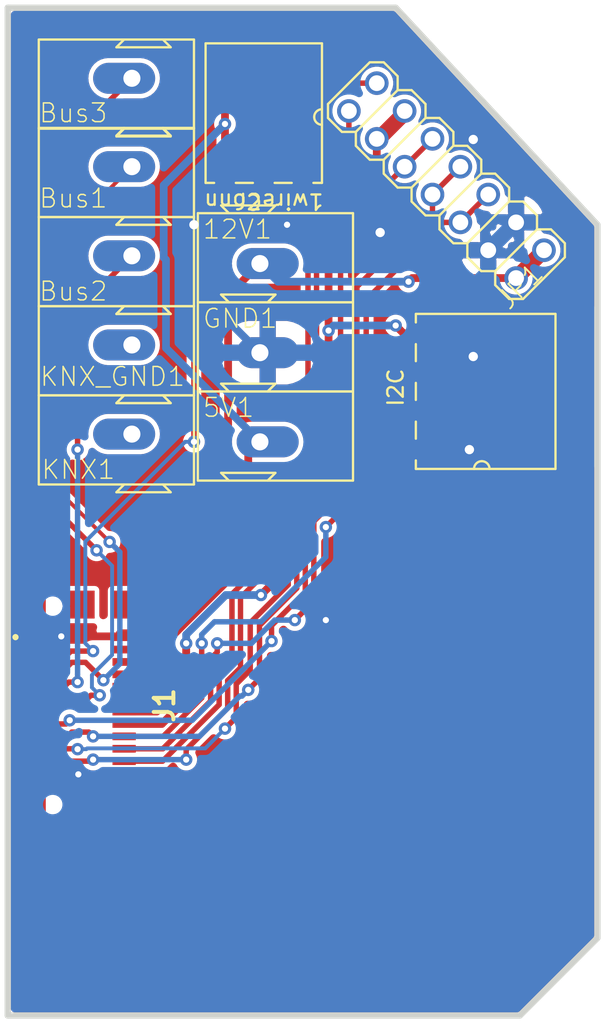
<source format=kicad_pcb>
(kicad_pcb (version 20171130) (host pcbnew 5.1.4+dfsg1-2)

  (general
    (thickness 1.6)
    (drawings 15)
    (tracks 295)
    (zones 0)
    (modules 13)
    (nets 16)
  )

  (page A4)
  (layers
    (0 Top signal)
    (31 Bottom signal)
    (32 B.Adhes user)
    (33 F.Adhes user)
    (34 B.Paste user)
    (35 F.Paste user)
    (36 B.SilkS user)
    (37 F.SilkS user)
    (38 B.Mask user)
    (39 F.Mask user)
    (40 Dwgs.User user)
    (41 Cmts.User user)
    (42 Eco1.User user)
    (43 Eco2.User user)
    (44 Edge.Cuts user)
    (45 Margin user)
    (46 B.CrtYd user)
    (47 F.CrtYd user)
    (48 B.Fab user)
    (49 F.Fab user)
  )

  (setup
    (last_trace_width 0.25)
    (user_trace_width 0.25)
    (user_trace_width 0.35)
    (user_trace_width 0.5)
    (user_trace_width 1)
    (trace_clearance 0.2)
    (zone_clearance 0.508)
    (zone_45_only no)
    (trace_min 0.2)
    (via_size 0.8)
    (via_drill 0.4)
    (via_min_size 0.4)
    (via_min_drill 0.3)
    (uvia_size 0.3)
    (uvia_drill 0.1)
    (uvias_allowed no)
    (uvia_min_size 0.2)
    (uvia_min_drill 0.1)
    (edge_width 0.05)
    (segment_width 0.2)
    (pcb_text_width 0.3)
    (pcb_text_size 1.5 1.5)
    (mod_edge_width 0.12)
    (mod_text_size 1 1)
    (mod_text_width 0.15)
    (pad_size 1.524 1.524)
    (pad_drill 0.762)
    (pad_to_mask_clearance 0.051)
    (solder_mask_min_width 0.25)
    (aux_axis_origin 0 0)
    (visible_elements FFFFFF7F)
    (pcbplotparams
      (layerselection 0x010fc_ffffffff)
      (usegerberextensions false)
      (usegerberattributes false)
      (usegerberadvancedattributes false)
      (creategerberjobfile false)
      (excludeedgelayer true)
      (linewidth 0.100000)
      (plotframeref false)
      (viasonmask false)
      (mode 1)
      (useauxorigin false)
      (hpglpennumber 1)
      (hpglpenspeed 20)
      (hpglpendiameter 15.000000)
      (psnegative false)
      (psa4output false)
      (plotreference true)
      (plotvalue true)
      (plotinvisibletext false)
      (padsonsilk false)
      (subtractmaskfromsilk false)
      (outputformat 1)
      (mirror false)
      (drillshape 1)
      (scaleselection 1)
      (outputdirectory ""))
  )

  (net 0 "")
  (net 1 GND)
  (net 2 /TEST)
  (net 3 /Unk_1)
  (net 4 /Unk_2)
  (net 5 /1wire)
  (net 6 "Net-(Bus1-Pad1)")
  (net 7 "Net-(Bus2-Pad1)")
  (net 8 "Net-(Bus3-Pad1)")
  (net 9 +12V)
  (net 10 +5V)
  (net 11 /TxD)
  (net 12 /RxD)
  (net 13 +3V3)
  (net 14 /SCL)
  (net 15 /SDA)

  (net_class Default "This is the default net class."
    (clearance 0.2)
    (trace_width 0.25)
    (via_dia 0.8)
    (via_drill 0.4)
    (uvia_dia 0.3)
    (uvia_drill 0.1)
    (add_net +3V3)
    (add_net /1wire)
    (add_net /RxD)
    (add_net /SCL)
    (add_net /SDA)
    (add_net /TEST)
    (add_net /TxD)
    (add_net /Unk_1)
    (add_net /Unk_2)
    (add_net "Net-(Bus1-Pad1)")
    (add_net "Net-(Bus2-Pad1)")
    (add_net "Net-(Bus3-Pad1)")
  )

  (net_class Power ""
    (clearance 0.3)
    (trace_width 0.5)
    (via_dia 0.8)
    (via_drill 0.4)
    (uvia_dia 0.3)
    (uvia_drill 0.1)
    (add_net +12V)
    (add_net +5V)
    (add_net GND)
  )

  (module Symbol:OSHW-Logo_7.5x8mm_Copper (layer Top) (tedit 0) (tstamp 5DBA4F39)
    (at 154.5 108)
    (descr "Open Source Hardware Logo")
    (tags "Logo OSHW")
    (attr virtual)
    (fp_text reference REF** (at 0 0) (layer F.SilkS) hide
      (effects (font (size 1 1) (thickness 0.15)))
    )
    (fp_text value OSHW-Logo_7.5x8mm_Copper (at 0.75 0) (layer F.Fab) hide
      (effects (font (size 1 1) (thickness 0.15)))
    )
    (fp_poly (pts (xy 0.500964 -3.601424) (xy 0.576513 -3.200678) (xy 1.134041 -2.970846) (xy 1.468465 -3.198252)
      (xy 1.562122 -3.261569) (xy 1.646782 -3.318104) (xy 1.718495 -3.365273) (xy 1.773311 -3.400498)
      (xy 1.80728 -3.421195) (xy 1.81653 -3.425658) (xy 1.833195 -3.41418) (xy 1.868806 -3.382449)
      (xy 1.919371 -3.334517) (xy 1.9809 -3.274438) (xy 2.049399 -3.206267) (xy 2.120879 -3.134055)
      (xy 2.191347 -3.061858) (xy 2.256811 -2.993727) (xy 2.31328 -2.933717) (xy 2.356763 -2.885881)
      (xy 2.383268 -2.854273) (xy 2.389605 -2.843695) (xy 2.380486 -2.824194) (xy 2.35492 -2.781469)
      (xy 2.315597 -2.719702) (xy 2.265203 -2.643069) (xy 2.206427 -2.555752) (xy 2.172368 -2.505948)
      (xy 2.110289 -2.415007) (xy 2.055126 -2.332941) (xy 2.009554 -2.263837) (xy 1.97625 -2.211778)
      (xy 1.95789 -2.18085) (xy 1.955131 -2.17435) (xy 1.961385 -2.155879) (xy 1.978434 -2.112828)
      (xy 2.003703 -2.051251) (xy 2.034622 -1.977201) (xy 2.068618 -1.89673) (xy 2.103118 -1.815893)
      (xy 2.135551 -1.740742) (xy 2.163343 -1.677329) (xy 2.183923 -1.631707) (xy 2.194719 -1.609931)
      (xy 2.195356 -1.609074) (xy 2.212307 -1.604916) (xy 2.257451 -1.595639) (xy 2.32611 -1.582156)
      (xy 2.413602 -1.565379) (xy 2.51525 -1.546219) (xy 2.574556 -1.53517) (xy 2.683172 -1.51449)
      (xy 2.781277 -1.494811) (xy 2.863909 -1.477211) (xy 2.926104 -1.462767) (xy 2.962899 -1.452554)
      (xy 2.970296 -1.449314) (xy 2.97754 -1.427383) (xy 2.983385 -1.377853) (xy 2.987835 -1.306515)
      (xy 2.990893 -1.219161) (xy 2.992565 -1.121583) (xy 2.992853 -1.019574) (xy 2.991761 -0.918925)
      (xy 2.989294 -0.825428) (xy 2.985456 -0.744875) (xy 2.98025 -0.683058) (xy 2.973681 -0.64577)
      (xy 2.969741 -0.638007) (xy 2.946188 -0.628702) (xy 2.896282 -0.6154) (xy 2.826623 -0.599663)
      (xy 2.743813 -0.583054) (xy 2.714905 -0.577681) (xy 2.575531 -0.552152) (xy 2.465436 -0.531592)
      (xy 2.380982 -0.515185) (xy 2.31853 -0.502113) (xy 2.274444 -0.491559) (xy 2.245085 -0.482706)
      (xy 2.226815 -0.474737) (xy 2.215998 -0.466835) (xy 2.214485 -0.465273) (xy 2.199377 -0.440114)
      (xy 2.176329 -0.39115) (xy 2.147644 -0.324379) (xy 2.115622 -0.245795) (xy 2.082565 -0.161393)
      (xy 2.050773 -0.07717) (xy 2.022549 0.000879) (xy 2.000193 0.066759) (xy 1.986007 0.114473)
      (xy 1.982293 0.138027) (xy 1.982602 0.138852) (xy 1.995189 0.158104) (xy 2.023744 0.200463)
      (xy 2.065267 0.261521) (xy 2.116756 0.336868) (xy 2.175211 0.422096) (xy 2.191858 0.446315)
      (xy 2.251215 0.534123) (xy 2.303447 0.614238) (xy 2.345708 0.682062) (xy 2.375153 0.732993)
      (xy 2.388937 0.762431) (xy 2.389605 0.766048) (xy 2.378024 0.785057) (xy 2.346024 0.822714)
      (xy 2.297718 0.874973) (xy 2.23722 0.937786) (xy 2.168644 1.007106) (xy 2.096104 1.078885)
      (xy 2.023712 1.149077) (xy 1.955584 1.213635) (xy 1.895832 1.26851) (xy 1.848571 1.309656)
      (xy 1.817913 1.333026) (xy 1.809432 1.336842) (xy 1.789691 1.327855) (xy 1.749274 1.303616)
      (xy 1.694763 1.268209) (xy 1.652823 1.239711) (xy 1.576829 1.187418) (xy 1.486834 1.125845)
      (xy 1.396564 1.06437) (xy 1.348032 1.031469) (xy 1.183762 0.920359) (xy 1.045869 0.994916)
      (xy 0.983049 1.027578) (xy 0.929629 1.052966) (xy 0.893484 1.067446) (xy 0.884284 1.06946)
      (xy 0.873221 1.054584) (xy 0.851394 1.012547) (xy 0.820434 0.947227) (xy 0.78197 0.8625)
      (xy 0.737632 0.762245) (xy 0.689047 0.650339) (xy 0.637846 0.530659) (xy 0.585659 0.407084)
      (xy 0.534113 0.283491) (xy 0.48484 0.163757) (xy 0.439467 0.051759) (xy 0.399625 -0.048623)
      (xy 0.366942 -0.133514) (xy 0.343049 -0.199035) (xy 0.329574 -0.24131) (xy 0.327406 -0.255828)
      (xy 0.344583 -0.274347) (xy 0.38219 -0.30441) (xy 0.432366 -0.339768) (xy 0.436578 -0.342566)
      (xy 0.566264 -0.446375) (xy 0.670834 -0.567485) (xy 0.749381 -0.702024) (xy 0.800999 -0.846118)
      (xy 0.824782 -0.995895) (xy 0.819823 -1.147483) (xy 0.785217 -1.297008) (xy 0.720057 -1.4406)
      (xy 0.700886 -1.472016) (xy 0.601174 -1.598875) (xy 0.483377 -1.700745) (xy 0.351571 -1.777096)
      (xy 0.209833 -1.827398) (xy 0.062242 -1.851121) (xy -0.087127 -1.847735) (xy -0.234197 -1.816712)
      (xy -0.374889 -1.75752) (xy -0.505127 -1.669631) (xy -0.545414 -1.633958) (xy -0.647945 -1.522294)
      (xy -0.722659 -1.404743) (xy -0.77391 -1.27298) (xy -0.802454 -1.142493) (xy -0.8095 -0.995784)
      (xy -0.786004 -0.848347) (xy -0.734351 -0.705166) (xy -0.656929 -0.571223) (xy -0.556125 -0.451502)
      (xy -0.434324 -0.350986) (xy -0.418316 -0.340391) (xy -0.367602 -0.305694) (xy -0.32905 -0.27563)
      (xy -0.310619 -0.256435) (xy -0.310351 -0.255828) (xy -0.314308 -0.235064) (xy -0.329993 -0.187938)
      (xy -0.355778 -0.118327) (xy -0.390031 -0.030107) (xy -0.431123 0.072844) (xy -0.477424 0.18665)
      (xy -0.527304 0.307435) (xy -0.579133 0.431321) (xy -0.631281 0.554432) (xy -0.682118 0.672891)
      (xy -0.730013 0.782823) (xy -0.773338 0.880349) (xy -0.810462 0.961593) (xy -0.839756 1.022679)
      (xy -0.859588 1.05973) (xy -0.867574 1.06946) (xy -0.891979 1.061883) (xy -0.937642 1.04156)
      (xy -0.99669 1.012125) (xy -1.02916 0.994916) (xy -1.167053 0.920359) (xy -1.331323 1.031469)
      (xy -1.415179 1.08839) (xy -1.506987 1.15103) (xy -1.59302 1.210011) (xy -1.636113 1.239711)
      (xy -1.696723 1.28041) (xy -1.748045 1.312663) (xy -1.783385 1.332384) (xy -1.794863 1.336554)
      (xy -1.81157 1.325307) (xy -1.848546 1.293911) (xy -1.902205 1.245624) (xy -1.968962 1.183708)
      (xy -2.045234 1.111421) (xy -2.093473 1.065008) (xy -2.177867 0.982087) (xy -2.250803 0.90792)
      (xy -2.309331 0.84568) (xy -2.350503 0.798541) (xy -2.371372 0.769673) (xy -2.373374 0.763815)
      (xy -2.364083 0.741532) (xy -2.338409 0.696477) (xy -2.2992 0.633211) (xy -2.249303 0.556295)
      (xy -2.191567 0.470292) (xy -2.175149 0.446315) (xy -2.115323 0.35917) (xy -2.06165 0.28071)
      (xy -2.01713 0.215345) (xy -1.984765 0.167484) (xy -1.967555 0.141535) (xy -1.965893 0.138852)
      (xy -1.968379 0.118172) (xy -1.981577 0.072704) (xy -2.003186 0.008444) (xy -2.030904 -0.068613)
      (xy -2.06243 -0.152471) (xy -2.095463 -0.237134) (xy -2.127701 -0.316608) (xy -2.156843 -0.384896)
      (xy -2.180588 -0.436003) (xy -2.196635 -0.463933) (xy -2.197775 -0.465273) (xy -2.207588 -0.473255)
      (xy -2.224161 -0.481149) (xy -2.251132 -0.489771) (xy -2.292139 -0.499938) (xy -2.35082 -0.512469)
      (xy -2.430813 -0.528179) (xy -2.535755 -0.547887) (xy -2.669285 -0.572408) (xy -2.698196 -0.577681)
      (xy -2.783882 -0.594236) (xy -2.858582 -0.610431) (xy -2.915694 -0.624704) (xy -2.948617 -0.635492)
      (xy -2.953031 -0.638007) (xy -2.960306 -0.660304) (xy -2.966219 -0.710131) (xy -2.970766 -0.781696)
      (xy -2.973945 -0.869207) (xy -2.975749 -0.966872) (xy -2.976177 -1.068899) (xy -2.975223 -1.169497)
      (xy -2.972884 -1.262873) (xy -2.969156 -1.343235) (xy -2.964034 -1.404791) (xy -2.957516 -1.44175)
      (xy -2.953586 -1.449314) (xy -2.931708 -1.456944) (xy -2.881891 -1.469358) (xy -2.809097 -1.485478)
      (xy -2.718289 -1.504227) (xy -2.614431 -1.524529) (xy -2.557846 -1.53517) (xy -2.450486 -1.55524)
      (xy -2.354746 -1.57342) (xy -2.275306 -1.588801) (xy -2.216846 -1.600469) (xy -2.184045 -1.607512)
      (xy -2.178646 -1.609074) (xy -2.169522 -1.626678) (xy -2.150235 -1.669082) (xy -2.123355 -1.730228)
      (xy -2.091454 -1.804057) (xy -2.057102 -1.884511) (xy -2.022871 -1.965532) (xy -1.991331 -2.041063)
      (xy -1.965054 -2.105045) (xy -1.946611 -2.15142) (xy -1.938571 -2.174131) (xy -1.938422 -2.175124)
      (xy -1.947535 -2.193039) (xy -1.973086 -2.234267) (xy -2.012388 -2.294709) (xy -2.062757 -2.370269)
      (xy -2.121506 -2.456848) (xy -2.155658 -2.506579) (xy -2.21789 -2.597764) (xy -2.273164 -2.680551)
      (xy -2.318782 -2.750751) (xy -2.352048 -2.804176) (xy -2.370264 -2.836639) (xy -2.372895 -2.843917)
      (xy -2.361586 -2.860855) (xy -2.330319 -2.897022) (xy -2.28309 -2.948365) (xy -2.223892 -3.010833)
      (xy -2.156719 -3.080374) (xy -2.085566 -3.152935) (xy -2.014426 -3.224465) (xy -1.947293 -3.290913)
      (xy -1.888161 -3.348226) (xy -1.841025 -3.392353) (xy -1.809877 -3.419241) (xy -1.799457 -3.425658)
      (xy -1.782491 -3.416635) (xy -1.741911 -3.391285) (xy -1.681663 -3.35219) (xy -1.605693 -3.301929)
      (xy -1.517946 -3.243083) (xy -1.451756 -3.198252) (xy -1.117332 -2.970846) (xy -0.838567 -3.085762)
      (xy -0.559803 -3.200678) (xy -0.484254 -3.601424) (xy -0.408706 -4.002171) (xy 0.425415 -4.002171)
      (xy 0.500964 -3.601424)) (layer Top) (width 0.01))
    (fp_poly (pts (xy 2.391388 1.937645) (xy 2.448865 1.955206) (xy 2.485872 1.977395) (xy 2.497927 1.994942)
      (xy 2.494609 2.015742) (xy 2.473079 2.048419) (xy 2.454874 2.071562) (xy 2.417344 2.113402)
      (xy 2.389148 2.131005) (xy 2.365111 2.129856) (xy 2.293808 2.11171) (xy 2.241442 2.112534)
      (xy 2.198918 2.133098) (xy 2.184642 2.145134) (xy 2.138947 2.187483) (xy 2.138947 2.740526)
      (xy 1.955131 2.740526) (xy 1.955131 1.938421) (xy 2.047039 1.938421) (xy 2.102219 1.940603)
      (xy 2.130688 1.948351) (xy 2.138943 1.963468) (xy 2.138947 1.963916) (xy 2.142845 1.979749)
      (xy 2.160474 1.977684) (xy 2.184901 1.966261) (xy 2.23535 1.945005) (xy 2.276316 1.932216)
      (xy 2.329028 1.928938) (xy 2.391388 1.937645)) (layer Top) (width 0.01))
    (fp_poly (pts (xy -1.002043 1.952226) (xy -0.960454 1.97209) (xy -0.920175 2.000784) (xy -0.88949 2.033809)
      (xy -0.867139 2.075931) (xy -0.851864 2.131915) (xy -0.842408 2.206528) (xy -0.837513 2.304535)
      (xy -0.835919 2.430702) (xy -0.835894 2.443914) (xy -0.835527 2.740526) (xy -1.019343 2.740526)
      (xy -1.019343 2.467081) (xy -1.019473 2.365777) (xy -1.020379 2.292353) (xy -1.022827 2.241271)
      (xy -1.027586 2.20699) (xy -1.035426 2.183971) (xy -1.047115 2.166673) (xy -1.063398 2.149581)
      (xy -1.120366 2.112857) (xy -1.182555 2.106042) (xy -1.241801 2.129261) (xy -1.262405 2.146543)
      (xy -1.27753 2.162791) (xy -1.28839 2.180191) (xy -1.29569 2.204212) (xy -1.300137 2.240322)
      (xy -1.302436 2.293988) (xy -1.303296 2.37068) (xy -1.303422 2.464043) (xy -1.303422 2.740526)
      (xy -1.487237 2.740526) (xy -1.487237 1.938421) (xy -1.395329 1.938421) (xy -1.340149 1.940603)
      (xy -1.31168 1.948351) (xy -1.303425 1.963468) (xy -1.303422 1.963916) (xy -1.299592 1.97872)
      (xy -1.282699 1.97704) (xy -1.249112 1.960773) (xy -1.172937 1.93684) (xy -1.0858 1.934178)
      (xy -1.002043 1.952226)) (layer Top) (width 0.01))
    (fp_poly (pts (xy 3.558784 1.935554) (xy 3.601574 1.945949) (xy 3.683609 1.984013) (xy 3.753757 2.042149)
      (xy 3.802305 2.111852) (xy 3.808975 2.127502) (xy 3.818124 2.168496) (xy 3.824529 2.229138)
      (xy 3.82671 2.29043) (xy 3.82671 2.406316) (xy 3.584407 2.406316) (xy 3.484471 2.406693)
      (xy 3.414069 2.408987) (xy 3.369313 2.414938) (xy 3.346315 2.426285) (xy 3.341189 2.444771)
      (xy 3.350048 2.472136) (xy 3.365917 2.504155) (xy 3.410184 2.557592) (xy 3.471699 2.584215)
      (xy 3.546885 2.583347) (xy 3.632053 2.554371) (xy 3.705659 2.518611) (xy 3.766734 2.566904)
      (xy 3.82781 2.615197) (xy 3.770351 2.668285) (xy 3.693641 2.718445) (xy 3.599302 2.748688)
      (xy 3.497827 2.757151) (xy 3.399711 2.741974) (xy 3.383881 2.736824) (xy 3.297647 2.691791)
      (xy 3.233501 2.624652) (xy 3.190091 2.533405) (xy 3.166064 2.416044) (xy 3.165784 2.413529)
      (xy 3.163633 2.285627) (xy 3.172329 2.239997) (xy 3.342105 2.239997) (xy 3.357697 2.247013)
      (xy 3.400029 2.252388) (xy 3.462434 2.255457) (xy 3.501981 2.255921) (xy 3.575728 2.25563)
      (xy 3.62184 2.253783) (xy 3.6461 2.248912) (xy 3.654294 2.239555) (xy 3.652206 2.224245)
      (xy 3.650455 2.218322) (xy 3.62056 2.162668) (xy 3.573542 2.117815) (xy 3.532049 2.098105)
      (xy 3.476926 2.099295) (xy 3.421068 2.123875) (xy 3.374212 2.16457) (xy 3.346094 2.214108)
      (xy 3.342105 2.239997) (xy 3.172329 2.239997) (xy 3.185074 2.173133) (xy 3.227611 2.078727)
      (xy 3.288747 2.005088) (xy 3.365985 1.954893) (xy 3.45683 1.930822) (xy 3.558784 1.935554)) (layer Top) (width 0.01))
    (fp_poly (pts (xy 2.946576 1.945419) (xy 3.043395 1.986549) (xy 3.07389 2.006571) (xy 3.112865 2.03734)
      (xy 3.137331 2.061533) (xy 3.141578 2.069413) (xy 3.129584 2.086899) (xy 3.098887 2.11657)
      (xy 3.074312 2.137279) (xy 3.007046 2.191336) (xy 2.95393 2.146642) (xy 2.912884 2.117789)
      (xy 2.872863 2.107829) (xy 2.827059 2.110261) (xy 2.754324 2.128345) (xy 2.704256 2.165881)
      (xy 2.673829 2.226562) (xy 2.660017 2.314081) (xy 2.660013 2.314136) (xy 2.661208 2.411958)
      (xy 2.679772 2.48373) (xy 2.716804 2.532595) (xy 2.74205 2.549143) (xy 2.809097 2.569749)
      (xy 2.880709 2.569762) (xy 2.943015 2.549768) (xy 2.957763 2.54) (xy 2.99475 2.515047)
      (xy 3.023668 2.510958) (xy 3.054856 2.52953) (xy 3.089336 2.562887) (xy 3.143912 2.619196)
      (xy 3.083318 2.669142) (xy 2.989698 2.725513) (xy 2.884125 2.753293) (xy 2.773798 2.751282)
      (xy 2.701343 2.732862) (xy 2.616656 2.68731) (xy 2.548927 2.61565) (xy 2.518157 2.565066)
      (xy 2.493236 2.492488) (xy 2.480766 2.400569) (xy 2.48067 2.300948) (xy 2.49287 2.205267)
      (xy 2.51729 2.125169) (xy 2.521136 2.116956) (xy 2.578093 2.036413) (xy 2.655209 1.977771)
      (xy 2.74639 1.942247) (xy 2.845543 1.931057) (xy 2.946576 1.945419)) (layer Top) (width 0.01))
    (fp_poly (pts (xy 1.320131 2.198533) (xy 1.32171 2.321089) (xy 1.327481 2.414179) (xy 1.338991 2.481651)
      (xy 1.35779 2.527355) (xy 1.385426 2.555139) (xy 1.423448 2.568854) (xy 1.470526 2.572358)
      (xy 1.519832 2.568432) (xy 1.557283 2.554089) (xy 1.584428 2.525478) (xy 1.602815 2.478751)
      (xy 1.613993 2.410058) (xy 1.619511 2.31555) (xy 1.620921 2.198533) (xy 1.620921 1.938421)
      (xy 1.804736 1.938421) (xy 1.804736 2.740526) (xy 1.712828 2.740526) (xy 1.657422 2.738281)
      (xy 1.628891 2.730396) (xy 1.620921 2.715428) (xy 1.61612 2.702097) (xy 1.597014 2.704917)
      (xy 1.558504 2.723783) (xy 1.470239 2.752887) (xy 1.376623 2.750825) (xy 1.286921 2.719221)
      (xy 1.244204 2.694257) (xy 1.211621 2.667226) (xy 1.187817 2.633405) (xy 1.171439 2.588068)
      (xy 1.161131 2.526489) (xy 1.155541 2.443943) (xy 1.153312 2.335705) (xy 1.153026 2.252004)
      (xy 1.153026 1.938421) (xy 1.320131 1.938421) (xy 1.320131 2.198533)) (layer Top) (width 0.01))
    (fp_poly (pts (xy 0.811669 1.94831) (xy 0.896192 1.99434) (xy 0.962321 2.067006) (xy 0.993478 2.126106)
      (xy 1.006855 2.178305) (xy 1.015522 2.252719) (xy 1.019237 2.338442) (xy 1.017754 2.424569)
      (xy 1.010831 2.500193) (xy 1.002745 2.540584) (xy 0.975465 2.59584) (xy 0.92822 2.65453)
      (xy 0.871282 2.705852) (xy 0.814924 2.739005) (xy 0.81355 2.739531) (xy 0.743616 2.754018)
      (xy 0.660737 2.754377) (xy 0.581977 2.741188) (xy 0.551566 2.730617) (xy 0.473239 2.686201)
      (xy 0.417143 2.628007) (xy 0.380286 2.550965) (xy 0.35968 2.450001) (xy 0.355018 2.397116)
      (xy 0.355613 2.330663) (xy 0.534736 2.330663) (xy 0.54077 2.42763) (xy 0.558138 2.501523)
      (xy 0.58574 2.548736) (xy 0.605404 2.562237) (xy 0.655787 2.571651) (xy 0.715673 2.568864)
      (xy 0.767449 2.555316) (xy 0.781027 2.547862) (xy 0.816849 2.504451) (xy 0.840493 2.438014)
      (xy 0.850558 2.357161) (xy 0.845642 2.270502) (xy 0.834655 2.218349) (xy 0.803109 2.157951)
      (xy 0.753311 2.120197) (xy 0.693337 2.107143) (xy 0.631264 2.120849) (xy 0.583582 2.154372)
      (xy 0.558525 2.182031) (xy 0.5439 2.209294) (xy 0.536929 2.24619) (xy 0.534833 2.30275)
      (xy 0.534736 2.330663) (xy 0.355613 2.330663) (xy 0.356282 2.255994) (xy 0.379265 2.140271)
      (xy 0.423972 2.049941) (xy 0.490405 1.985) (xy 0.578565 1.945445) (xy 0.597495 1.940858)
      (xy 0.711266 1.93009) (xy 0.811669 1.94831)) (layer Top) (width 0.01))
    (fp_poly (pts (xy 0.018628 1.935547) (xy 0.081908 1.947548) (xy 0.147557 1.972648) (xy 0.154572 1.975848)
      (xy 0.204356 2.002026) (xy 0.238834 2.026353) (xy 0.249978 2.041937) (xy 0.239366 2.067353)
      (xy 0.213588 2.104853) (xy 0.202146 2.118852) (xy 0.154992 2.173954) (xy 0.094201 2.138086)
      (xy 0.036347 2.114192) (xy -0.0305 2.10142) (xy -0.094606 2.100613) (xy -0.144236 2.112615)
      (xy -0.156146 2.120105) (xy -0.178828 2.15445) (xy -0.181584 2.194013) (xy -0.164612 2.22492)
      (xy -0.154573 2.230913) (xy -0.12449 2.238357) (xy -0.071611 2.247106) (xy -0.006425 2.255467)
      (xy 0.0056 2.256778) (xy 0.110297 2.274888) (xy 0.186232 2.305651) (xy 0.236592 2.351907)
      (xy 0.264564 2.416497) (xy 0.273278 2.495387) (xy 0.26124 2.585065) (xy 0.222151 2.655486)
      (xy 0.155855 2.706777) (xy 0.062194 2.739067) (xy -0.041777 2.751807) (xy -0.126562 2.751654)
      (xy -0.195335 2.740083) (xy -0.242303 2.724109) (xy -0.30165 2.696275) (xy -0.356494 2.663973)
      (xy -0.375987 2.649755) (xy -0.426119 2.608835) (xy -0.305197 2.486477) (xy -0.236457 2.531967)
      (xy -0.167512 2.566133) (xy -0.093889 2.584004) (xy -0.023117 2.585889) (xy 0.037274 2.572101)
      (xy 0.079757 2.542949) (xy 0.093474 2.518352) (xy 0.091417 2.478904) (xy 0.05733 2.448737)
      (xy -0.008692 2.427906) (xy -0.081026 2.418279) (xy -0.192348 2.39991) (xy -0.275048 2.365254)
      (xy -0.330235 2.313297) (xy -0.359012 2.243023) (xy -0.362999 2.159707) (xy -0.343307 2.072681)
      (xy -0.298411 2.006902) (xy -0.227909 1.962068) (xy -0.131399 1.937879) (xy -0.0599 1.933137)
      (xy 0.018628 1.935547)) (layer Top) (width 0.01))
    (fp_poly (pts (xy -1.802982 1.957027) (xy -1.78633 1.964866) (xy -1.728695 2.007086) (xy -1.674195 2.0687)
      (xy -1.633501 2.136543) (xy -1.621926 2.167734) (xy -1.611366 2.223449) (xy -1.605069 2.290781)
      (xy -1.604304 2.318585) (xy -1.604211 2.406316) (xy -2.10915 2.406316) (xy -2.098387 2.45227)
      (xy -2.071967 2.50662) (xy -2.025778 2.553591) (xy -1.970828 2.583848) (xy -1.935811 2.590131)
      (xy -1.888323 2.582506) (xy -1.831665 2.563383) (xy -1.812418 2.554584) (xy -1.741241 2.519036)
      (xy -1.680498 2.565367) (xy -1.645448 2.596703) (xy -1.626798 2.622567) (xy -1.625853 2.630158)
      (xy -1.642515 2.648556) (xy -1.67903 2.676515) (xy -1.712172 2.698327) (xy -1.801607 2.737537)
      (xy -1.901871 2.755285) (xy -2.001246 2.75067) (xy -2.080461 2.726551) (xy -2.16212 2.674884)
      (xy -2.220151 2.606856) (xy -2.256454 2.518843) (xy -2.272928 2.407216) (xy -2.274389 2.356138)
      (xy -2.268543 2.239091) (xy -2.267825 2.235686) (xy -2.100511 2.235686) (xy -2.095903 2.246662)
      (xy -2.076964 2.252715) (xy -2.037902 2.25531) (xy -1.972923 2.25591) (xy -1.947903 2.255921)
      (xy -1.871779 2.255014) (xy -1.823504 2.25172) (xy -1.79754 2.245181) (xy -1.788352 2.234537)
      (xy -1.788027 2.231119) (xy -1.798513 2.203956) (xy -1.824758 2.165903) (xy -1.836041 2.152579)
      (xy -1.877928 2.114896) (xy -1.921591 2.10008) (xy -1.945115 2.098842) (xy -2.008757 2.114329)
      (xy -2.062127 2.15593) (xy -2.095981 2.216353) (xy -2.096581 2.218322) (xy -2.100511 2.235686)
      (xy -2.267825 2.235686) (xy -2.249101 2.146928) (xy -2.214078 2.07319) (xy -2.171244 2.020848)
      (xy -2.092052 1.964092) (xy -1.99896 1.933762) (xy -1.899945 1.931021) (xy -1.802982 1.957027)) (layer Top) (width 0.01))
    (fp_poly (pts (xy -3.373216 1.947104) (xy -3.285795 1.985754) (xy -3.21943 2.05029) (xy -3.174024 2.140812)
      (xy -3.149482 2.257418) (xy -3.147723 2.275624) (xy -3.146344 2.403984) (xy -3.164216 2.516496)
      (xy -3.20025 2.607688) (xy -3.219545 2.637022) (xy -3.286755 2.699106) (xy -3.37235 2.739316)
      (xy -3.46811 2.756003) (xy -3.565813 2.747517) (xy -3.640083 2.72138) (xy -3.703953 2.677335)
      (xy -3.756154 2.619587) (xy -3.757057 2.618236) (xy -3.778256 2.582593) (xy -3.792033 2.546752)
      (xy -3.800376 2.501519) (xy -3.805273 2.437701) (xy -3.807431 2.385368) (xy -3.808329 2.33791)
      (xy -3.641257 2.33791) (xy -3.639624 2.385154) (xy -3.633696 2.448046) (xy -3.623239 2.488407)
      (xy -3.604381 2.517122) (xy -3.586719 2.533896) (xy -3.524106 2.569016) (xy -3.458592 2.57371)
      (xy -3.397579 2.54844) (xy -3.367072 2.520124) (xy -3.345089 2.491589) (xy -3.332231 2.464284)
      (xy -3.326588 2.42875) (xy -3.326249 2.375524) (xy -3.327988 2.326506) (xy -3.331729 2.256482)
      (xy -3.337659 2.211064) (xy -3.348347 2.18144) (xy -3.366361 2.158797) (xy -3.380637 2.145855)
      (xy -3.440349 2.11186) (xy -3.504766 2.110165) (xy -3.558781 2.130301) (xy -3.60486 2.172352)
      (xy -3.632311 2.241428) (xy -3.641257 2.33791) (xy -3.808329 2.33791) (xy -3.809401 2.281299)
      (xy -3.806036 2.203468) (xy -3.795955 2.14493) (xy -3.777774 2.098737) (xy -3.75011 2.057942)
      (xy -3.739854 2.045828) (xy -3.675722 1.985474) (xy -3.606934 1.95022) (xy -3.522811 1.93545)
      (xy -3.481791 1.934243) (xy -3.373216 1.947104)) (layer Top) (width 0.01))
    (fp_poly (pts (xy 2.701193 3.196078) (xy 2.781068 3.216845) (xy 2.847962 3.259705) (xy 2.880351 3.291723)
      (xy 2.933445 3.367413) (xy 2.963873 3.455216) (xy 2.974327 3.56315) (xy 2.97438 3.571875)
      (xy 2.974473 3.659605) (xy 2.469534 3.659605) (xy 2.480298 3.705559) (xy 2.499732 3.747178)
      (xy 2.533745 3.790544) (xy 2.54086 3.797467) (xy 2.602003 3.834935) (xy 2.671729 3.841289)
      (xy 2.751987 3.816638) (xy 2.765592 3.81) (xy 2.807319 3.789819) (xy 2.835268 3.778321)
      (xy 2.840145 3.777258) (xy 2.857168 3.787583) (xy 2.889633 3.812845) (xy 2.906114 3.82665)
      (xy 2.940264 3.858361) (xy 2.951478 3.879299) (xy 2.943695 3.89856) (xy 2.939535 3.903827)
      (xy 2.911357 3.926878) (xy 2.864862 3.954892) (xy 2.832434 3.971246) (xy 2.740385 4.000059)
      (xy 2.638476 4.009395) (xy 2.541963 3.998332) (xy 2.514934 3.990412) (xy 2.431276 3.945581)
      (xy 2.369266 3.876598) (xy 2.328545 3.782794) (xy 2.308755 3.663498) (xy 2.306582 3.601118)
      (xy 2.312926 3.510298) (xy 2.473157 3.510298) (xy 2.488655 3.517012) (xy 2.530312 3.52228)
      (xy 2.590876 3.525389) (xy 2.631907 3.525921) (xy 2.705711 3.525408) (xy 2.752293 3.523006)
      (xy 2.777848 3.517422) (xy 2.788569 3.507361) (xy 2.790657 3.492763) (xy 2.776331 3.447796)
      (xy 2.740262 3.403353) (xy 2.692815 3.369242) (xy 2.645349 3.355288) (xy 2.580879 3.367666)
      (xy 2.52507 3.403452) (xy 2.486374 3.455033) (xy 2.473157 3.510298) (xy 2.312926 3.510298)
      (xy 2.315821 3.468866) (xy 2.344336 3.363498) (xy 2.392729 3.284178) (xy 2.461604 3.230071)
      (xy 2.551565 3.200343) (xy 2.6003 3.194618) (xy 2.701193 3.196078)) (layer Top) (width 0.01))
    (fp_poly (pts (xy 2.173167 3.191447) (xy 2.237408 3.204112) (xy 2.27398 3.222864) (xy 2.312453 3.254017)
      (xy 2.257717 3.323127) (xy 2.223969 3.364979) (xy 2.201053 3.385398) (xy 2.178279 3.388517)
      (xy 2.144956 3.378472) (xy 2.129314 3.372789) (xy 2.065542 3.364404) (xy 2.00714 3.382378)
      (xy 1.964264 3.422982) (xy 1.957299 3.435929) (xy 1.949713 3.470224) (xy 1.943859 3.533427)
      (xy 1.940011 3.62106) (xy 1.938443 3.72864) (xy 1.938421 3.743944) (xy 1.938421 4.010526)
      (xy 1.754605 4.010526) (xy 1.754605 3.19171) (xy 1.846513 3.19171) (xy 1.899507 3.193094)
      (xy 1.927115 3.199252) (xy 1.937324 3.213194) (xy 1.938421 3.226344) (xy 1.938421 3.260978)
      (xy 1.98245 3.226344) (xy 2.032937 3.202716) (xy 2.10076 3.191033) (xy 2.173167 3.191447)) (layer Top) (width 0.01))
    (fp_poly (pts (xy 1.379992 3.196673) (xy 1.450427 3.21378) (xy 1.470787 3.222844) (xy 1.510253 3.246583)
      (xy 1.540541 3.273321) (xy 1.562952 3.307699) (xy 1.578786 3.35436) (xy 1.589343 3.417946)
      (xy 1.595924 3.503099) (xy 1.599828 3.614462) (xy 1.60131 3.688849) (xy 1.606765 4.010526)
      (xy 1.51358 4.010526) (xy 1.457047 4.008156) (xy 1.427922 4.000055) (xy 1.420394 3.986451)
      (xy 1.41642 3.971741) (xy 1.398652 3.974554) (xy 1.37444 3.986348) (xy 1.313828 4.004427)
      (xy 1.235929 4.009299) (xy 1.153995 4.00133) (xy 1.081281 3.980889) (xy 1.074759 3.978051)
      (xy 1.008302 3.931365) (xy 0.964491 3.866464) (xy 0.944332 3.7906) (xy 0.945872 3.763344)
      (xy 1.110345 3.763344) (xy 1.124837 3.800024) (xy 1.167805 3.826309) (xy 1.237129 3.840417)
      (xy 1.274177 3.84229) (xy 1.335919 3.837494) (xy 1.37696 3.818858) (xy 1.386973 3.81)
      (xy 1.4141 3.761806) (xy 1.420394 3.718092) (xy 1.420394 3.659605) (xy 1.33893 3.659605)
      (xy 1.244234 3.664432) (xy 1.177813 3.679613) (xy 1.135846 3.7062) (xy 1.126449 3.718052)
      (xy 1.110345 3.763344) (xy 0.945872 3.763344) (xy 0.948829 3.711026) (xy 0.978985 3.634995)
      (xy 1.020131 3.583612) (xy 1.045052 3.561397) (xy 1.069448 3.546798) (xy 1.101191 3.537897)
      (xy 1.148152 3.532775) (xy 1.218204 3.529515) (xy 1.24599 3.528577) (xy 1.420394 3.522879)
      (xy 1.420138 3.470091) (xy 1.413384 3.414603) (xy 1.388964 3.381052) (xy 1.33963 3.359618)
      (xy 1.338306 3.359236) (xy 1.26836 3.350808) (xy 1.199914 3.361816) (xy 1.149047 3.388585)
      (xy 1.128637 3.401803) (xy 1.106654 3.399974) (xy 1.072826 3.380824) (xy 1.052961 3.367308)
      (xy 1.014106 3.338432) (xy 0.990038 3.316786) (xy 0.986176 3.310589) (xy 1.002079 3.278519)
      (xy 1.049065 3.240219) (xy 1.069473 3.227297) (xy 1.128143 3.205041) (xy 1.207212 3.192432)
      (xy 1.295041 3.1896) (xy 1.379992 3.196673)) (layer Top) (width 0.01))
    (fp_poly (pts (xy 0.37413 3.195104) (xy 0.44022 3.200066) (xy 0.526626 3.459079) (xy 0.613031 3.718092)
      (xy 0.640124 3.626184) (xy 0.656428 3.569384) (xy 0.677875 3.492625) (xy 0.701035 3.408251)
      (xy 0.71328 3.362993) (xy 0.759344 3.19171) (xy 0.949387 3.19171) (xy 0.892582 3.371349)
      (xy 0.864607 3.459704) (xy 0.830813 3.566281) (xy 0.79552 3.677454) (xy 0.764013 3.776579)
      (xy 0.69225 4.002171) (xy 0.537286 4.012253) (xy 0.49527 3.873528) (xy 0.469359 3.787351)
      (xy 0.441083 3.692347) (xy 0.416369 3.608441) (xy 0.415394 3.605102) (xy 0.396935 3.548248)
      (xy 0.380649 3.509456) (xy 0.369242 3.494787) (xy 0.366898 3.496483) (xy 0.358671 3.519225)
      (xy 0.343038 3.56794) (xy 0.321904 3.636502) (xy 0.29717 3.718785) (xy 0.283787 3.764046)
      (xy 0.211311 4.010526) (xy 0.057495 4.010526) (xy -0.065469 3.622006) (xy -0.100012 3.513022)
      (xy -0.131479 3.414048) (xy -0.158384 3.329736) (xy -0.179241 3.264734) (xy -0.192562 3.223692)
      (xy -0.196612 3.211701) (xy -0.193406 3.199423) (xy -0.168235 3.194046) (xy -0.115854 3.194584)
      (xy -0.107655 3.19499) (xy -0.010518 3.200066) (xy 0.0531 3.434013) (xy 0.076484 3.519333)
      (xy 0.097381 3.594335) (xy 0.113951 3.652507) (xy 0.124354 3.687337) (xy 0.126276 3.693016)
      (xy 0.134241 3.686486) (xy 0.150304 3.652654) (xy 0.172621 3.596127) (xy 0.199345 3.52151)
      (xy 0.221937 3.454107) (xy 0.308041 3.190143) (xy 0.37413 3.195104)) (layer Top) (width 0.01))
    (fp_poly (pts (xy -0.267369 4.010526) (xy -0.359277 4.010526) (xy -0.412623 4.008962) (xy -0.440407 4.002485)
      (xy -0.45041 3.988418) (xy -0.451185 3.978906) (xy -0.452872 3.959832) (xy -0.46351 3.956174)
      (xy -0.491465 3.967932) (xy -0.513205 3.978906) (xy -0.596668 4.004911) (xy -0.687396 4.006416)
      (xy -0.761158 3.987021) (xy -0.829846 3.940165) (xy -0.882206 3.871004) (xy -0.910878 3.789427)
      (xy -0.911608 3.784866) (xy -0.915868 3.735101) (xy -0.917986 3.663659) (xy -0.917816 3.609626)
      (xy -0.73528 3.609626) (xy -0.731051 3.681441) (xy -0.721432 3.740634) (xy -0.70841 3.77406)
      (xy -0.659144 3.81974) (xy -0.60065 3.836115) (xy -0.540329 3.822873) (xy -0.488783 3.783373)
      (xy -0.469262 3.756807) (xy -0.457848 3.725106) (xy -0.452502 3.678832) (xy -0.451185 3.609328)
      (xy -0.453542 3.540499) (xy -0.459767 3.480026) (xy -0.468592 3.439556) (xy -0.470063 3.435929)
      (xy -0.505653 3.392802) (xy -0.5576 3.369124) (xy -0.615722 3.365301) (xy -0.66984 3.381738)
      (xy -0.709774 3.41884) (xy -0.713917 3.426222) (xy -0.726884 3.471239) (xy -0.733948 3.535967)
      (xy -0.73528 3.609626) (xy -0.917816 3.609626) (xy -0.917729 3.58223) (xy -0.916528 3.538405)
      (xy -0.908355 3.429988) (xy -0.89137 3.348588) (xy -0.863113 3.288412) (xy -0.821128 3.243666)
      (xy -0.780368 3.2174) (xy -0.723419 3.198935) (xy -0.652589 3.192602) (xy -0.580059 3.19776)
      (xy -0.518014 3.213769) (xy -0.485232 3.23292) (xy -0.451185 3.263732) (xy -0.451185 2.87421)
      (xy -0.267369 2.87421) (xy -0.267369 4.010526)) (layer Top) (width 0.01))
    (fp_poly (pts (xy -1.320119 3.193486) (xy -1.295112 3.200982) (xy -1.28705 3.217451) (xy -1.286711 3.224886)
      (xy -1.285264 3.245594) (xy -1.275302 3.248845) (xy -1.248388 3.234648) (xy -1.232402 3.224948)
      (xy -1.181967 3.204175) (xy -1.121728 3.193904) (xy -1.058566 3.193114) (xy -0.999363 3.200786)
      (xy -0.950998 3.215898) (xy -0.920354 3.237432) (xy -0.914311 3.264366) (xy -0.917361 3.27166)
      (xy -0.939594 3.301937) (xy -0.97407 3.339175) (xy -0.980306 3.345195) (xy -1.013167 3.372875)
      (xy -1.04152 3.381818) (xy -1.081173 3.375576) (xy -1.097058 3.371429) (xy -1.146491 3.361467)
      (xy -1.181248 3.365947) (xy -1.2106 3.381746) (xy -1.237487 3.402949) (xy -1.25729 3.429614)
      (xy -1.271052 3.466827) (xy -1.279816 3.519673) (xy -1.284626 3.593237) (xy -1.286526 3.692605)
      (xy -1.286711 3.752601) (xy -1.286711 4.010526) (xy -1.453816 4.010526) (xy -1.453816 3.19171)
      (xy -1.370264 3.19171) (xy -1.320119 3.193486)) (layer Top) (width 0.01))
    (fp_poly (pts (xy -1.839543 3.198184) (xy -1.76093 3.21916) (xy -1.701084 3.25718) (xy -1.658853 3.306978)
      (xy -1.645725 3.32823) (xy -1.636032 3.350492) (xy -1.629256 3.37897) (xy -1.624877 3.418871)
      (xy -1.622376 3.475401) (xy -1.621232 3.553767) (xy -1.620928 3.659176) (xy -1.620922 3.687142)
      (xy -1.620922 4.010526) (xy -1.701132 4.010526) (xy -1.752294 4.006943) (xy -1.790123 3.997866)
      (xy -1.799601 3.992268) (xy -1.825512 3.982606) (xy -1.851976 3.992268) (xy -1.895548 4.00433)
      (xy -1.95884 4.009185) (xy -2.02899 4.007078) (xy -2.09314 3.998256) (xy -2.130593 3.986937)
      (xy -2.203067 3.940412) (xy -2.24836 3.875846) (xy -2.268722 3.79) (xy -2.268912 3.787796)
      (xy -2.267125 3.749713) (xy -2.105527 3.749713) (xy -2.091399 3.79303) (xy -2.068388 3.817408)
      (xy -2.022196 3.835845) (xy -1.961225 3.843205) (xy -1.899051 3.839583) (xy -1.849249 3.825074)
      (xy -1.835297 3.815765) (xy -1.810915 3.772753) (xy -1.804737 3.723857) (xy -1.804737 3.659605)
      (xy -1.897182 3.659605) (xy -1.985005 3.666366) (xy -2.051582 3.68552) (xy -2.092998 3.715376)
      (xy -2.105527 3.749713) (xy -2.267125 3.749713) (xy -2.26451 3.694004) (xy -2.233576 3.619847)
      (xy -2.175419 3.563767) (xy -2.16738 3.558665) (xy -2.132837 3.542055) (xy -2.090082 3.531996)
      (xy -2.030314 3.527107) (xy -1.95931 3.525983) (xy -1.804737 3.525921) (xy -1.804737 3.461125)
      (xy -1.811294 3.41085) (xy -1.828025 3.377169) (xy -1.829984 3.375376) (xy -1.867217 3.360642)
      (xy -1.92342 3.354931) (xy -1.985533 3.357737) (xy -2.04049 3.368556) (xy -2.073101 3.384782)
      (xy -2.090772 3.39778) (xy -2.109431 3.400262) (xy -2.135181 3.389613) (xy -2.174127 3.363218)
      (xy -2.23237 3.318465) (xy -2.237716 3.314273) (xy -2.234977 3.29876) (xy -2.212124 3.27296)
      (xy -2.177391 3.244289) (xy -2.13901 3.220166) (xy -2.126952 3.21447) (xy -2.082966 3.203103)
      (xy -2.018513 3.194995) (xy -1.946503 3.191743) (xy -1.943136 3.191736) (xy -1.839543 3.198184)) (layer Top) (width 0.01))
    (fp_poly (pts (xy -2.53664 1.952468) (xy -2.501408 1.969874) (xy -2.45796 2.000206) (xy -2.426294 2.033283)
      (xy -2.404606 2.074817) (xy -2.391097 2.130522) (xy -2.383962 2.206111) (xy -2.3814 2.307296)
      (xy -2.38125 2.350797) (xy -2.381688 2.446135) (xy -2.383504 2.514271) (xy -2.387455 2.561418)
      (xy -2.394298 2.59379) (xy -2.404789 2.6176) (xy -2.415704 2.633843) (xy -2.485381 2.702952)
      (xy -2.567434 2.744521) (xy -2.65595 2.757023) (xy -2.745019 2.738934) (xy -2.773237 2.726142)
      (xy -2.84079 2.690931) (xy -2.84079 3.2427) (xy -2.791488 3.217205) (xy -2.726527 3.19748)
      (xy -2.64668 3.192427) (xy -2.566948 3.201756) (xy -2.506735 3.222714) (xy -2.456792 3.262627)
      (xy -2.414119 3.319741) (xy -2.41091 3.325605) (xy -2.397378 3.353227) (xy -2.387495 3.381068)
      (xy -2.380691 3.414794) (xy -2.376399 3.460071) (xy -2.374049 3.522562) (xy -2.373072 3.607935)
      (xy -2.372895 3.70401) (xy -2.372895 4.010526) (xy -2.556711 4.010526) (xy -2.556711 3.445339)
      (xy -2.608125 3.402077) (xy -2.661534 3.367472) (xy -2.712112 3.36118) (xy -2.76297 3.377372)
      (xy -2.790075 3.393227) (xy -2.810249 3.41581) (xy -2.824597 3.44994) (xy -2.834224 3.500434)
      (xy -2.840237 3.572111) (xy -2.84374 3.669788) (xy -2.844974 3.734802) (xy -2.849145 4.002171)
      (xy -2.936875 4.007222) (xy -3.024606 4.012273) (xy -3.024606 2.353101) (xy -2.84079 2.353101)
      (xy -2.836104 2.4456) (xy -2.820312 2.509809) (xy -2.790817 2.549759) (xy -2.74502 2.56948)
      (xy -2.69875 2.573421) (xy -2.646372 2.568892) (xy -2.61161 2.551069) (xy -2.589872 2.527519)
      (xy -2.57276 2.502189) (xy -2.562573 2.473969) (xy -2.55804 2.434431) (xy -2.557891 2.375142)
      (xy -2.559416 2.325498) (xy -2.562919 2.25071) (xy -2.568133 2.201611) (xy -2.576913 2.170467)
      (xy -2.591114 2.149545) (xy -2.604516 2.137452) (xy -2.660513 2.111081) (xy -2.726789 2.106822)
      (xy -2.764844 2.115906) (xy -2.802523 2.148196) (xy -2.827481 2.211006) (xy -2.839578 2.303894)
      (xy -2.84079 2.353101) (xy -3.024606 2.353101) (xy -3.024606 1.938421) (xy -2.932698 1.938421)
      (xy -2.877517 1.940603) (xy -2.849048 1.948351) (xy -2.840794 1.963468) (xy -2.84079 1.963916)
      (xy -2.83696 1.97872) (xy -2.820067 1.977039) (xy -2.786481 1.960772) (xy -2.708222 1.935887)
      (xy -2.620173 1.933271) (xy -2.53664 1.952468)) (layer Top) (width 0.01))
  )

  (module localstuff:AVX_9276_4Pin (layer Top) (tedit 5DB876C2) (tstamp 5DBA4AAD)
    (at 160.05 97.25 90)
    (path /5DD42004)
    (fp_text reference J3 (at 0.5 -5.5 90) (layer F.SilkS) hide
      (effects (font (size 1 1) (thickness 0.15)))
    )
    (fp_text value I2C (at 0.25 -5.55 90) (layer F.SilkS)
      (effects (font (size 1 1) (thickness 0.15)))
    )
    (fp_line (start -5 -4.25) (end -4.45 -4.25) (layer F.SilkS) (width 0.15))
    (fp_line (start -1.95 -4.25) (end -3.05 -4.25) (layer F.SilkS) (width 0.15))
    (fp_line (start 0.55 -4.25) (end -0.55 -4.25) (layer F.SilkS) (width 0.15))
    (fp_line (start 3.05 -4.25) (end 1.95 -4.25) (layer F.SilkS) (width 0.15))
    (fp_line (start 5 -4.25) (end 4.45 -4.25) (layer F.SilkS) (width 0.15))
    (fp_line (start -5 4.75) (end 5 4.75) (layer F.SilkS) (width 0.15))
    (fp_line (start 5 4.75) (end 5 -4.25) (layer F.SilkS) (width 0.15))
    (fp_line (start -5 -4.25) (end -5 4.75) (layer F.SilkS) (width 0.15))
    (fp_arc (start -5 0) (end -4.5 0) (angle 90) (layer F.SilkS) (width 0.15))
    (fp_arc (start -5 0) (end -5 -0.5) (angle 90) (layer F.SilkS) (width 0.15))
    (pad 4 smd rect (at 3.75 3.55 90) (size 1.5 1.8) (layers Top F.Paste F.Mask)
      (net 13 +3V3))
    (pad 3 smd rect (at 1.25 3.55 90) (size 1.5 1.8) (layers Top F.Paste F.Mask)
      (net 15 /SDA))
    (pad 2 smd rect (at -1.25 3.55 90) (size 1.5 1.8) (layers Top F.Paste F.Mask)
      (net 14 /SCL))
    (pad 1 smd rect (at -3.75 3.55 90) (size 1.5 1.8) (layers Top F.Paste F.Mask)
      (net 1 GND))
    (pad 1 smd rect (at -3.75 -3.55 90) (size 1.2 1.8) (layers Top F.Paste F.Mask)
      (net 1 GND))
    (pad 2 smd rect (at -1.25 -3.55 90) (size 1.2 1.8) (layers Top F.Paste F.Mask)
      (net 14 /SCL))
    (pad 3 smd rect (at 1.25 -3.55 90) (size 1.2 1.8) (layers Top F.Paste F.Mask)
      (net 15 /SDA))
    (pad 4 smd rect (at 3.75 -3.55 90) (size 1.2 1.8) (layers Top F.Paste F.Mask)
      (net 13 +3V3))
    (model :moat3d:9276-4.wrl
      (offset (xyz -5 -4.7 0.01))
      (scale (xyz 0.39 0.39 0.39))
      (rotate (xyz -90 0 0))
    )
  )

  (module localstuff:Wago_Terminal_243 (layer Top) (tedit 5DB9C344) (tstamp 5DB9FE1B)
    (at 145.7511 89.0036)
    (path /E67F3876)
    (fp_text reference 12V1 (at -3.7511 -1.5036 -180) (layer F.SilkS)
      (effects (font (size 1.2065 1.2065) (thickness 0.09652)) (justify left bottom))
    )
    (fp_text value WAGO_243 (at 0 0) (layer F.SilkS) hide
      (effects (font (size 1.27 1.27) (thickness 0.15)) (justify right top))
    )
    (fp_line (start -2 2.5) (end -2.5 2) (layer F.SilkS) (width 0.15))
    (fp_line (start -2.5 2) (end 1 2) (layer F.SilkS) (width 0.15))
    (fp_line (start 1 2) (end 0.5 2.5) (layer F.SilkS) (width 0.15))
    (fp_line (start -2 -3.25) (end -2.5 -3.75) (layer F.SilkS) (width 0.15))
    (fp_line (start -2.5 -3.75) (end 1 -3.75) (layer F.SilkS) (width 0.15))
    (fp_line (start 1 -3.75) (end 0.5 -3.25) (layer F.SilkS) (width 0.15))
    (fp_line (start -4 -3.25) (end -4 2.5) (layer F.SilkS) (width 0.15))
    (fp_line (start -4 2.5) (end 6 2.5) (layer F.SilkS) (width 0.15))
    (fp_line (start 6 2.5) (end 6 -3.25) (layer F.SilkS) (width 0.15))
    (fp_line (start 6 -3.25) (end -4 -3.25) (layer F.SilkS) (width 0.15))
    (pad 1 thru_hole oval (at 0 0) (size 4 2) (drill 1.1 (offset 0.5 0)) (layers *.Cu *.Mask)
      (net 9 +12V))
  )

  (module localstuff:Wago_Terminal_243 (layer Top) (tedit 5DB9C344) (tstamp 5DB9FFC7)
    (at 145.7511 100.5036)
    (path /48FA08B8)
    (fp_text reference 5V1 (at -3.7511 -1.5036 -180) (layer F.SilkS)
      (effects (font (size 1.2065 1.2065) (thickness 0.09652)) (justify left bottom))
    )
    (fp_text value WAGO_243 (at 0 0) (layer F.SilkS) hide
      (effects (font (size 1.27 1.27) (thickness 0.15)) (justify right top))
    )
    (fp_line (start -2 2.5) (end -2.5 2) (layer F.SilkS) (width 0.15))
    (fp_line (start -2.5 2) (end 1 2) (layer F.SilkS) (width 0.15))
    (fp_line (start 1 2) (end 0.5 2.5) (layer F.SilkS) (width 0.15))
    (fp_line (start -2 -3.25) (end -2.5 -3.75) (layer F.SilkS) (width 0.15))
    (fp_line (start -2.5 -3.75) (end 1 -3.75) (layer F.SilkS) (width 0.15))
    (fp_line (start 1 -3.75) (end 0.5 -3.25) (layer F.SilkS) (width 0.15))
    (fp_line (start -4 -3.25) (end -4 2.5) (layer F.SilkS) (width 0.15))
    (fp_line (start -4 2.5) (end 6 2.5) (layer F.SilkS) (width 0.15))
    (fp_line (start 6 2.5) (end 6 -3.25) (layer F.SilkS) (width 0.15))
    (fp_line (start 6 -3.25) (end -4 -3.25) (layer F.SilkS) (width 0.15))
    (pad 1 thru_hole oval (at 0 0) (size 4 2) (drill 1.1 (offset 0.5 0)) (layers *.Cu *.Mask)
      (net 10 +5V))
  )

  (module localstuff:Wago_Terminal_243 (layer Top) (tedit 5DB9C344) (tstamp 5DB9FF74)
    (at 137.5011 82.7536 180)
    (path /BA9DF1A0)
    (fp_text reference Bus1 (at 1.5011 -2.7464 180) (layer F.SilkS)
      (effects (font (size 1.2065 1.2065) (thickness 0.09652)) (justify right bottom))
    )
    (fp_text value WAGO_243 (at 0 0) (layer F.SilkS) hide
      (effects (font (size 1.27 1.27) (thickness 0.15)) (justify left top))
    )
    (fp_line (start -2 2.5) (end -2.5 2) (layer F.SilkS) (width 0.15))
    (fp_line (start -2.5 2) (end 1 2) (layer F.SilkS) (width 0.15))
    (fp_line (start 1 2) (end 0.5 2.5) (layer F.SilkS) (width 0.15))
    (fp_line (start -2 -3.25) (end -2.5 -3.75) (layer F.SilkS) (width 0.15))
    (fp_line (start -2.5 -3.75) (end 1 -3.75) (layer F.SilkS) (width 0.15))
    (fp_line (start 1 -3.75) (end 0.5 -3.25) (layer F.SilkS) (width 0.15))
    (fp_line (start -4 -3.25) (end -4 2.5) (layer F.SilkS) (width 0.15))
    (fp_line (start -4 2.5) (end 6 2.5) (layer F.SilkS) (width 0.15))
    (fp_line (start 6 2.5) (end 6 -3.25) (layer F.SilkS) (width 0.15))
    (fp_line (start 6 -3.25) (end -4 -3.25) (layer F.SilkS) (width 0.15))
    (pad 1 thru_hole oval (at 0 0 180) (size 4 2) (drill 1.1 (offset 0.5 0)) (layers *.Cu *.Mask)
      (net 6 "Net-(Bus1-Pad1)"))
  )

  (module localstuff:Wago_Terminal_243 (layer Top) (tedit 5DB9C344) (tstamp 5DB9FF5F)
    (at 137.5011 88.5036 180)
    (path /AA89CB68)
    (fp_text reference Bus2 (at 1.5011 -2.9964 180) (layer F.SilkS)
      (effects (font (size 1.2065 1.2065) (thickness 0.09652)) (justify right bottom))
    )
    (fp_text value WAGO_243 (at 0 0) (layer F.SilkS) hide
      (effects (font (size 1.27 1.27) (thickness 0.15)) (justify left top))
    )
    (fp_line (start -2 2.5) (end -2.5 2) (layer F.SilkS) (width 0.15))
    (fp_line (start -2.5 2) (end 1 2) (layer F.SilkS) (width 0.15))
    (fp_line (start 1 2) (end 0.5 2.5) (layer F.SilkS) (width 0.15))
    (fp_line (start -2 -3.25) (end -2.5 -3.75) (layer F.SilkS) (width 0.15))
    (fp_line (start -2.5 -3.75) (end 1 -3.75) (layer F.SilkS) (width 0.15))
    (fp_line (start 1 -3.75) (end 0.5 -3.25) (layer F.SilkS) (width 0.15))
    (fp_line (start -4 -3.25) (end -4 2.5) (layer F.SilkS) (width 0.15))
    (fp_line (start -4 2.5) (end 6 2.5) (layer F.SilkS) (width 0.15))
    (fp_line (start 6 2.5) (end 6 -3.25) (layer F.SilkS) (width 0.15))
    (fp_line (start 6 -3.25) (end -4 -3.25) (layer F.SilkS) (width 0.15))
    (pad 1 thru_hole oval (at 0 0 180) (size 4 2) (drill 1.1 (offset 0.5 0)) (layers *.Cu *.Mask)
      (net 7 "Net-(Bus2-Pad1)"))
  )

  (module localstuff:Wago_Terminal_243 (layer Top) (tedit 5DB9C344) (tstamp 5DBA50C3)
    (at 137.5011 77.0536 180)
    (path /7DB2AF5A)
    (fp_text reference Bus3 (at 1.5011 -2.9464 180) (layer F.SilkS)
      (effects (font (size 1.2065 1.2065) (thickness 0.09652)) (justify right bottom))
    )
    (fp_text value WAGO_243 (at 0 0) (layer F.SilkS) hide
      (effects (font (size 1.27 1.27) (thickness 0.15)) (justify left top))
    )
    (fp_line (start -2 2.5) (end -2.5 2) (layer F.SilkS) (width 0.15))
    (fp_line (start -2.5 2) (end 1 2) (layer F.SilkS) (width 0.15))
    (fp_line (start 1 2) (end 0.5 2.5) (layer F.SilkS) (width 0.15))
    (fp_line (start -2 -3.25) (end -2.5 -3.75) (layer F.SilkS) (width 0.15))
    (fp_line (start -2.5 -3.75) (end 1 -3.75) (layer F.SilkS) (width 0.15))
    (fp_line (start 1 -3.75) (end 0.5 -3.25) (layer F.SilkS) (width 0.15))
    (fp_line (start -4 -3.25) (end -4 2.5) (layer F.SilkS) (width 0.15))
    (fp_line (start -4 2.5) (end 6 2.5) (layer F.SilkS) (width 0.15))
    (fp_line (start 6 2.5) (end 6 -3.25) (layer F.SilkS) (width 0.15))
    (fp_line (start 6 -3.25) (end -4 -3.25) (layer F.SilkS) (width 0.15))
    (pad 1 thru_hole oval (at 0 0 180) (size 4 2) (drill 1.1 (offset 0.5 0)) (layers *.Cu *.Mask)
      (net 8 "Net-(Bus3-Pad1)"))
  )

  (module localstuff:Wago_Terminal_243 (layer Top) (tedit 5DB9C344) (tstamp 5DB9FEE6)
    (at 145.7511 94.7536)
    (path /9BD642E2)
    (fp_text reference GND1 (at -3.7511 -1.5 -180) (layer F.SilkS)
      (effects (font (size 1.2065 1.2065) (thickness 0.09652)) (justify left bottom))
    )
    (fp_text value WAGO_243 (at 0 0) (layer F.SilkS) hide
      (effects (font (size 1.27 1.27) (thickness 0.15)) (justify right top))
    )
    (fp_line (start -2 2.5) (end -2.5 2) (layer F.SilkS) (width 0.15))
    (fp_line (start -2.5 2) (end 1 2) (layer F.SilkS) (width 0.15))
    (fp_line (start 1 2) (end 0.5 2.5) (layer F.SilkS) (width 0.15))
    (fp_line (start -2 -3.25) (end -2.5 -3.75) (layer F.SilkS) (width 0.15))
    (fp_line (start -2.5 -3.75) (end 1 -3.75) (layer F.SilkS) (width 0.15))
    (fp_line (start 1 -3.75) (end 0.5 -3.25) (layer F.SilkS) (width 0.15))
    (fp_line (start -4 -3.25) (end -4 2.5) (layer F.SilkS) (width 0.15))
    (fp_line (start -4 2.5) (end 6 2.5) (layer F.SilkS) (width 0.15))
    (fp_line (start 6 2.5) (end 6 -3.25) (layer F.SilkS) (width 0.15))
    (fp_line (start 6 -3.25) (end -4 -3.25) (layer F.SilkS) (width 0.15))
    (pad 1 thru_hole oval (at 0 0) (size 4 2) (drill 1.1 (offset 0.5 0)) (layers *.Cu *.Mask)
      (net 1 GND))
  )

  (module localstuff:Wago_Terminal_243 (layer Top) (tedit 5DB9C344) (tstamp 5DB9FFDC)
    (at 137.5011 100.0036 180)
    (path /09D680D5)
    (fp_text reference KNX1 (at 1.0011 -2.9964 180) (layer F.SilkS)
      (effects (font (size 1.2065 1.2065) (thickness 0.09652)) (justify right bottom))
    )
    (fp_text value WAGO_243 (at 0 0) (layer F.SilkS) hide
      (effects (font (size 1.27 1.27) (thickness 0.15)) (justify left top))
    )
    (fp_line (start -2 2.5) (end -2.5 2) (layer F.SilkS) (width 0.15))
    (fp_line (start -2.5 2) (end 1 2) (layer F.SilkS) (width 0.15))
    (fp_line (start 1 2) (end 0.5 2.5) (layer F.SilkS) (width 0.15))
    (fp_line (start -2 -3.25) (end -2.5 -3.75) (layer F.SilkS) (width 0.15))
    (fp_line (start -2.5 -3.75) (end 1 -3.75) (layer F.SilkS) (width 0.15))
    (fp_line (start 1 -3.75) (end 0.5 -3.25) (layer F.SilkS) (width 0.15))
    (fp_line (start -4 -3.25) (end -4 2.5) (layer F.SilkS) (width 0.15))
    (fp_line (start -4 2.5) (end 6 2.5) (layer F.SilkS) (width 0.15))
    (fp_line (start 6 2.5) (end 6 -3.25) (layer F.SilkS) (width 0.15))
    (fp_line (start 6 -3.25) (end -4 -3.25) (layer F.SilkS) (width 0.15))
    (pad 1 thru_hole oval (at 0 0 180) (size 4 2) (drill 1.1 (offset 0.5 0)) (layers *.Cu *.Mask))
  )

  (module localstuff:Wago_Terminal_243 (layer Top) (tedit 5DB9C344) (tstamp 5DB9CF4E)
    (at 137.5011 94.2536 180)
    (path /C9E0A5F6)
    (fp_text reference KNX_GND1 (at -3.4989 -2.7464 180) (layer F.SilkS)
      (effects (font (size 1.2065 1.2065) (thickness 0.09652)) (justify right bottom))
    )
    (fp_text value WAGO_243 (at 0 0) (layer F.SilkS) hide
      (effects (font (size 1.27 1.27) (thickness 0.15)) (justify left top))
    )
    (fp_line (start -2 2.5) (end -2.5 2) (layer F.SilkS) (width 0.15))
    (fp_line (start -2.5 2) (end 1 2) (layer F.SilkS) (width 0.15))
    (fp_line (start 1 2) (end 0.5 2.5) (layer F.SilkS) (width 0.15))
    (fp_line (start -2 -3.25) (end -2.5 -3.75) (layer F.SilkS) (width 0.15))
    (fp_line (start -2.5 -3.75) (end 1 -3.75) (layer F.SilkS) (width 0.15))
    (fp_line (start 1 -3.75) (end 0.5 -3.25) (layer F.SilkS) (width 0.15))
    (fp_line (start -4 -3.25) (end -4 2.5) (layer F.SilkS) (width 0.15))
    (fp_line (start -4 2.5) (end 6 2.5) (layer F.SilkS) (width 0.15))
    (fp_line (start 6 2.5) (end 6 -3.25) (layer F.SilkS) (width 0.15))
    (fp_line (start 6 -3.25) (end -4 -3.25) (layer F.SilkS) (width 0.15))
    (pad 1 thru_hole oval (at 0 0 180) (size 4 2) (drill 1.1 (offset 0.5 0)) (layers *.Cu *.Mask))
  )

  (module localstuff:AVX_9276_3Pin (layer Top) (tedit 5DB876B0) (tstamp 5DB9C555)
    (at 146 79.55 180)
    (path /5DC7163D)
    (fp_text reference J2 (at 1 -5.5) (layer F.SilkS)
      (effects (font (size 1 1) (thickness 0.15)))
    )
    (fp_text value 1wireConn (at 0 -5.45 180 unlocked) (layer F.SilkS)
      (effects (font (size 1 1) (thickness 0.15)))
    )
    (fp_line (start -3.75 -4.25) (end -3.2 -4.25) (layer F.SilkS) (width 0.15))
    (fp_line (start -0.7 -4.25) (end -1.8 -4.25) (layer F.SilkS) (width 0.15))
    (fp_line (start 1.8 -4.25) (end 0.7 -4.25) (layer F.SilkS) (width 0.15))
    (fp_line (start 3.75 -4.25) (end 3.2 -4.25) (layer F.SilkS) (width 0.15))
    (fp_line (start -3.75 4.75) (end 3.75 4.75) (layer F.SilkS) (width 0.15))
    (fp_line (start 3.75 4.75) (end 3.75 -4.25) (layer F.SilkS) (width 0.15))
    (fp_line (start -3.75 -4.25) (end -3.75 4.75) (layer F.SilkS) (width 0.15))
    (fp_arc (start -3.75 0) (end -3.25 0) (angle 90) (layer F.SilkS) (width 0.15))
    (fp_arc (start -3.75 0) (end -3.75 -0.5) (angle 90) (layer F.SilkS) (width 0.15))
    (pad 3 smd rect (at 2.5 3.55 180) (size 1.5 1.8) (layers Top F.Paste F.Mask)
      (net 10 +5V))
    (pad 2 smd rect (at 0 3.55 180) (size 1.5 1.8) (layers Top F.Paste F.Mask)
      (net 5 /1wire))
    (pad 1 smd rect (at -2.5 3.55 180) (size 1.5 1.8) (layers Top F.Paste F.Mask)
      (net 1 GND))
    (pad 1 smd rect (at -2.5 -3.55 180) (size 1.2 1.8) (layers Top F.Paste F.Mask)
      (net 1 GND))
    (pad 2 smd rect (at 0 -3.55 180) (size 1.2 1.8) (layers Top F.Paste F.Mask)
      (net 5 /1wire))
    (pad 3 smd rect (at 2.5 -3.55 180) (size 1.2 1.8) (layers Top F.Paste F.Mask)
      (net 10 +5V))
    (model :moat3d:9276-3.wrl
      (offset (xyz -3.7 -4.7 0.01))
      (scale (xyz 0.39 0.39 0.39))
      (rotate (xyz -90 0 0))
    )
  )

  (module localstuff:TE_1775014_socket (layer Top) (tedit 5DB86EF1) (tstamp 5DB9CCEC)
    (at 134.1 117.5 270)
    (descr "TE Connectivity 1775014 0.8mm connector")
    (tags Connector)
    (path /5DBB3B70)
    (fp_text reference J1 (at 0 -5.5 90) (layer F.SilkS)
      (effects (font (size 1.27 1.27) (thickness 0.254)))
    )
    (fp_text value Moat_Bus_wire (at 0 0 90) (layer F.SilkS) hide
      (effects (font (size 1.27 1.27) (thickness 0.254)))
    )
    (fp_text user 1 (at -8 3.25 90) (layer F.SilkS) hide
      (effects (font (size 1 1) (thickness 0.15)))
    )
    (fp_circle (center -7.2 3.45) (end -6.9 3.45) (layer Top) (width 0.3))
    (fp_line (start 7.5 -3.8) (end -7.5 -3.8) (layer F.CrtYd) (width 0.1))
    (fp_line (start 7.5 3.8) (end 7.5 -3.8) (layer F.CrtYd) (width 0.1))
    (fp_line (start -7.5 3.8) (end 7.5 3.8) (layer F.CrtYd) (width 0.1))
    (fp_line (start -7.5 -3.8) (end -7.5 3.8) (layer F.CrtYd) (width 0.1))
    (fp_text user %R (at 0 -5.5 90) (layer F.Fab) hide
      (effects (font (size 1.27 1.27) (thickness 0.254)))
    )
    (fp_line (start -6.9 -3.15) (end 6.9 -3.15) (layer F.Fab) (width 0.2))
    (fp_line (start 6.9 -3.15) (end 6.9 3.15) (layer F.Fab) (width 0.2))
    (fp_line (start 6.9 3.15) (end -6.9 3.15) (layer F.Fab) (width 0.2))
    (fp_line (start -6.9 3.15) (end -6.9 -3.15) (layer F.Fab) (width 0.2))
    (fp_line (start -4.5 4.1) (end -4.5 4.1) (layer F.SilkS) (width 0.2))
    (fp_line (start -4.3 4.1) (end -4.3 4.1) (layer F.SilkS) (width 0.2))
    (fp_arc (start -4.4 4.1) (end -4.5 4.1) (angle -180) (layer F.SilkS) (width 0.2))
    (fp_arc (start -4.4 4.1) (end -4.3 4.1) (angle -180) (layer F.SilkS) (width 0.2))
    (pad 1 smd rect (at -4.4 2.9 270) (size 0.5 1.5) (layers Top F.Paste)
      (net 1 GND))
    (pad 2 smd rect (at -4.4 -2.9 270) (size 0.5 1.5) (layers Top F.Paste)
      (net 1 GND))
    (pad 3 smd rect (at -3.6 2.9 270) (size 0.5 1.5) (layers Top F.Paste))
    (pad 4 smd rect (at -3.6 -2.9 270) (size 0.5 1.5) (layers Top F.Paste))
    (pad 5 smd rect (at -2.8 2.9 270) (size 0.5 1.5) (layers Top F.Paste)
      (net 5 /1wire))
    (pad 6 smd rect (at -2.8 -2.9 270) (size 0.5 1.5) (layers Top F.Paste))
    (pad 7 smd rect (at -2 2.9 270) (size 0.5 1.5) (layers Top F.Paste)
      (net 6 "Net-(Bus1-Pad1)"))
    (pad 8 smd rect (at -2 -2.9 270) (size 0.5 1.5) (layers Top F.Paste))
    (pad 9 smd rect (at -1.2 2.9 270) (size 0.5 1.5) (layers Top F.Paste)
      (net 7 "Net-(Bus2-Pad1)"))
    (pad 10 smd rect (at -1.2 -2.9 270) (size 0.5 1.5) (layers Top F.Paste))
    (pad 11 smd rect (at -0.4 2.9 270) (size 0.5 1.5) (layers Top F.Paste)
      (net 8 "Net-(Bus3-Pad1)"))
    (pad 12 smd rect (at -0.4 -2.9 270) (size 0.5 1.5) (layers Top F.Paste)
      (net 9 +12V))
    (pad 13 smd rect (at 0.4 2.9 270) (size 0.5 1.5) (layers Top F.Paste))
    (pad 14 smd rect (at 0.4 -2.9 270) (size 0.5 1.5) (layers Top F.Paste)
      (net 10 +5V))
    (pad 15 smd rect (at 1.2 2.9 270) (size 0.5 1.5) (layers Top F.Paste)
      (net 11 /TxD))
    (pad 16 smd rect (at 1.2 -2.9 270) (size 0.5 1.5) (layers Top F.Paste)
      (net 13 +3V3))
    (pad 17 smd rect (at 2 2.9 270) (size 0.5 1.5) (layers Top F.Paste)
      (net 12 /RxD))
    (pad 18 smd rect (at 2 -2.9 270) (size 0.5 1.5) (layers Top F.Paste)
      (net 14 /SCL))
    (pad 19 smd rect (at 2.8 2.9 270) (size 0.5 1.5) (layers Top F.Paste)
      (net 3 /Unk_1))
    (pad 20 smd rect (at 2.8 -2.9 270) (size 0.5 1.5) (layers Top F.Paste)
      (net 15 /SDA))
    (pad 21 smd rect (at 3.6 2.9 270) (size 0.5 1.5) (layers Top F.Paste)
      (net 2 /TEST))
    (pad 22 smd rect (at 3.6 -2.9 270) (size 0.5 1.5) (layers Top F.Paste)
      (net 4 /Unk_2))
    (pad 23 smd rect (at 4.4 2.9 270) (size 0.5 1.5) (layers Top F.Paste)
      (net 1 GND))
    (pad 24 smd rect (at 4.4 -2.9 270) (size 0.5 1.5) (layers Top F.Paste)
      (net 1 GND))
    (pad MNT smd rect (at -6.5 2.9) (size 1.5 1.8) (layers Top F.Paste))
    (pad MNT smd rect (at -6.5 -2.9) (size 1.5 1.8) (layers Top F.Paste))
    (pad MNT smd rect (at 6.5 2.9) (size 1.5 1.8) (layers Top F.Paste))
    (pad MNT smd rect (at 6.5 -2.9) (size 1.5 1.8) (layers Top F.Paste))
    (pad MNT smd rect (at -6.5 0 270) (size 1.8 2) (layers Top F.Paste))
    (pad MNT smd rect (at 6.5 0 270) (size 1.8 2) (layers Top F.Paste))
    (pad "" np_thru_hole circle (at -6.4 1.7 270) (size 0.65 0.65) (drill 0.65) (layers *.Cu *.Mask))
    (pad "" np_thru_hole circle (at 6.4 1.7 270) (size 0.65 0.65) (drill 0.65) (layers *.Cu *.Mask))
    (model :moat3d:1775014-2.stp
      (offset (xyz 0 0 2.4))
      (scale (xyz 1 1 1))
      (rotate (xyz 0 0 0))
    )
  )

  (module Gira:2X07 (layer Top) (tedit 0) (tstamp 5DB9FD2D)
    (at 157.7711 83.6536 135)
    (descr "<b>PIN HEADER</b>")
    (path /2F430EF2)
    (fp_text reference JP1 (at -8.89 -3.175 45) (layer F.SilkS)
      (effects (font (size 1.2065 1.2065) (thickness 0.12065)) (justify left bottom))
    )
    (fp_text value Gira (at -0.406799 2.745342 135) (layer F.Fab)
      (effects (font (size 1.2065 1.2065) (thickness 0.09652)) (justify left bottom))
    )
    (fp_poly (pts (xy 7.366 1.524) (xy 7.874 1.524) (xy 7.874 1.016) (xy 7.366 1.016)) (layer F.Fab) (width 0))
    (fp_poly (pts (xy 7.366 -1.016) (xy 7.874 -1.016) (xy 7.874 -1.524) (xy 7.366 -1.524)) (layer F.Fab) (width 0))
    (fp_poly (pts (xy 4.826 1.524) (xy 5.334 1.524) (xy 5.334 1.016) (xy 4.826 1.016)) (layer F.Fab) (width 0))
    (fp_poly (pts (xy 2.286 1.524) (xy 2.794 1.524) (xy 2.794 1.016) (xy 2.286 1.016)) (layer F.Fab) (width 0))
    (fp_poly (pts (xy -0.254 1.524) (xy 0.254 1.524) (xy 0.254 1.016) (xy -0.254 1.016)) (layer F.Fab) (width 0))
    (fp_poly (pts (xy 4.826 -1.016) (xy 5.334 -1.016) (xy 5.334 -1.524) (xy 4.826 -1.524)) (layer F.Fab) (width 0))
    (fp_poly (pts (xy 2.286 -1.016) (xy 2.794 -1.016) (xy 2.794 -1.524) (xy 2.286 -1.524)) (layer F.Fab) (width 0))
    (fp_poly (pts (xy -0.254 -1.016) (xy 0.254 -1.016) (xy 0.254 -1.524) (xy -0.254 -1.524)) (layer F.Fab) (width 0))
    (fp_poly (pts (xy -2.794 1.524) (xy -2.286 1.524) (xy -2.286 1.016) (xy -2.794 1.016)) (layer F.Fab) (width 0))
    (fp_poly (pts (xy -2.794 -1.016) (xy -2.286 -1.016) (xy -2.286 -1.524) (xy -2.794 -1.524)) (layer F.Fab) (width 0))
    (fp_poly (pts (xy -5.334 1.524) (xy -4.826 1.524) (xy -4.826 1.016) (xy -5.334 1.016)) (layer F.Fab) (width 0))
    (fp_poly (pts (xy -5.334 -1.016) (xy -4.826 -1.016) (xy -4.826 -1.524) (xy -5.334 -1.524)) (layer F.Fab) (width 0))
    (fp_poly (pts (xy -7.874 -1.016) (xy -7.366 -1.016) (xy -7.366 -1.524) (xy -7.874 -1.524)) (layer F.Fab) (width 0))
    (fp_poly (pts (xy -7.874 1.524) (xy -7.366 1.524) (xy -7.366 1.016) (xy -7.874 1.016)) (layer F.Fab) (width 0))
    (fp_line (start 6.985 2.54) (end 8.255 2.54) (layer F.SilkS) (width 0.1524))
    (fp_line (start 8.89 -1.905) (end 8.89 1.905) (layer F.SilkS) (width 0.1524))
    (fp_line (start 8.255 -2.54) (end 8.89 -1.905) (layer F.SilkS) (width 0.1524))
    (fp_line (start 6.985 -2.54) (end 8.255 -2.54) (layer F.SilkS) (width 0.1524))
    (fp_line (start 6.35 -1.905) (end 6.985 -2.54) (layer F.SilkS) (width 0.1524))
    (fp_line (start 8.255 2.54) (end 8.89 1.905) (layer F.SilkS) (width 0.1524))
    (fp_line (start 6.35 1.905) (end 6.985 2.54) (layer F.SilkS) (width 0.1524))
    (fp_line (start -8.255 2.54) (end -6.985 2.54) (layer F.SilkS) (width 0.1524))
    (fp_line (start -5.715 2.54) (end -4.445 2.54) (layer F.SilkS) (width 0.1524))
    (fp_line (start -3.175 2.54) (end -1.905 2.54) (layer F.SilkS) (width 0.1524))
    (fp_line (start -0.635 2.54) (end 0.635 2.54) (layer F.SilkS) (width 0.1524))
    (fp_line (start 1.905 2.54) (end 3.175 2.54) (layer F.SilkS) (width 0.1524))
    (fp_line (start 4.445 2.54) (end 5.715 2.54) (layer F.SilkS) (width 0.1524))
    (fp_line (start 6.35 -1.905) (end 6.35 1.905) (layer F.SilkS) (width 0.1524))
    (fp_line (start 3.81 -1.905) (end 3.81 1.905) (layer F.SilkS) (width 0.1524))
    (fp_line (start 1.27 -1.905) (end 1.27 1.905) (layer F.SilkS) (width 0.1524))
    (fp_line (start -1.27 -1.905) (end -1.27 1.905) (layer F.SilkS) (width 0.1524))
    (fp_line (start -3.81 -1.905) (end -3.81 1.905) (layer F.SilkS) (width 0.1524))
    (fp_line (start -6.35 -1.905) (end -6.35 1.905) (layer F.SilkS) (width 0.1524))
    (fp_line (start 5.715 -2.54) (end 6.35 -1.905) (layer F.SilkS) (width 0.1524))
    (fp_line (start 4.445 -2.54) (end 5.715 -2.54) (layer F.SilkS) (width 0.1524))
    (fp_line (start 3.81 -1.905) (end 4.445 -2.54) (layer F.SilkS) (width 0.1524))
    (fp_line (start 3.175 -2.54) (end 3.81 -1.905) (layer F.SilkS) (width 0.1524))
    (fp_line (start 1.905 -2.54) (end 3.175 -2.54) (layer F.SilkS) (width 0.1524))
    (fp_line (start 1.27 -1.905) (end 1.905 -2.54) (layer F.SilkS) (width 0.1524))
    (fp_line (start 0.635 -2.54) (end 1.27 -1.905) (layer F.SilkS) (width 0.1524))
    (fp_line (start -0.635 -2.54) (end 0.635 -2.54) (layer F.SilkS) (width 0.1524))
    (fp_line (start -1.27 -1.905) (end -0.635 -2.54) (layer F.SilkS) (width 0.1524))
    (fp_line (start -1.905 -2.54) (end -1.27 -1.905) (layer F.SilkS) (width 0.1524))
    (fp_line (start -3.175 -2.54) (end -1.905 -2.54) (layer F.SilkS) (width 0.1524))
    (fp_line (start -3.81 -1.905) (end -3.175 -2.54) (layer F.SilkS) (width 0.1524))
    (fp_line (start -4.445 -2.54) (end -3.81 -1.905) (layer F.SilkS) (width 0.1524))
    (fp_line (start -5.715 -2.54) (end -4.445 -2.54) (layer F.SilkS) (width 0.1524))
    (fp_line (start -6.35 -1.905) (end -5.715 -2.54) (layer F.SilkS) (width 0.1524))
    (fp_line (start -6.985 -2.54) (end -6.35 -1.905) (layer F.SilkS) (width 0.1524))
    (fp_line (start -8.255 -2.54) (end -6.985 -2.54) (layer F.SilkS) (width 0.1524))
    (fp_line (start -8.89 -1.905) (end -8.255 -2.54) (layer F.SilkS) (width 0.1524))
    (fp_line (start -8.89 1.905) (end -8.89 -1.905) (layer F.SilkS) (width 0.1524))
    (fp_line (start 5.715 2.54) (end 6.35 1.905) (layer F.SilkS) (width 0.1524))
    (fp_line (start 3.81 1.905) (end 4.445 2.54) (layer F.SilkS) (width 0.1524))
    (fp_line (start 3.175 2.54) (end 3.81 1.905) (layer F.SilkS) (width 0.1524))
    (fp_line (start 1.27 1.905) (end 1.905 2.54) (layer F.SilkS) (width 0.1524))
    (fp_line (start 0.635 2.54) (end 1.27 1.905) (layer F.SilkS) (width 0.1524))
    (fp_line (start -1.27 1.905) (end -0.635 2.54) (layer F.SilkS) (width 0.1524))
    (fp_line (start -1.905 2.54) (end -1.27 1.905) (layer F.SilkS) (width 0.1524))
    (fp_line (start -3.81 1.905) (end -3.175 2.54) (layer F.SilkS) (width 0.1524))
    (fp_line (start -4.445 2.54) (end -3.81 1.905) (layer F.SilkS) (width 0.1524))
    (fp_line (start -6.35 1.905) (end -5.715 2.54) (layer F.SilkS) (width 0.1524))
    (fp_line (start -6.985 2.54) (end -6.35 1.905) (layer F.SilkS) (width 0.1524))
    (fp_line (start -8.89 1.905) (end -8.255 2.54) (layer F.SilkS) (width 0.1524))
    (pad 14 thru_hole circle (at 7.62 -1.27 135) (size 1.524 1.524) (drill 1.016) (layers *.Cu *.Mask)
      (net 2 /TEST) (solder_mask_margin 0.1016))
    (pad 13 thru_hole circle (at 7.62 1.27 135) (size 1.524 1.524) (drill 1.016) (layers *.Cu *.Mask)
      (net 4 /Unk_2) (solder_mask_margin 0.1016))
    (pad 12 thru_hole circle (at 5.08 -1.27 135) (size 1.524 1.524) (drill 1.016) (layers *.Cu *.Mask)
      (net 13 +3V3) (solder_mask_margin 0.1016))
    (pad 11 thru_hole circle (at 5.08 1.27 135) (size 1.524 1.524) (drill 1.016) (layers *.Cu *.Mask)
      (net 13 +3V3) (solder_mask_margin 0.1016))
    (pad 10 thru_hole circle (at 2.54 -1.27 135) (size 1.524 1.524) (drill 1.016) (layers *.Cu *.Mask)
      (net 3 /Unk_1) (solder_mask_margin 0.1016))
    (pad 9 thru_hole circle (at 2.54 1.27 135) (size 1.524 1.524) (drill 1.016) (layers *.Cu *.Mask)
      (net 3 /Unk_1) (solder_mask_margin 0.1016))
    (pad 8 thru_hole circle (at 0 -1.27 135) (size 1.524 1.524) (drill 1.016) (layers *.Cu *.Mask)
      (net 12 /RxD) (solder_mask_margin 0.1016))
    (pad 7 thru_hole circle (at 0 1.27 135) (size 1.524 1.524) (drill 1.016) (layers *.Cu *.Mask)
      (net 12 /RxD) (solder_mask_margin 0.1016))
    (pad 6 thru_hole circle (at -2.54 -1.27 135) (size 1.524 1.524) (drill 1.016) (layers *.Cu *.Mask)
      (net 11 /TxD) (solder_mask_margin 0.1016))
    (pad 5 thru_hole circle (at -2.54 1.27 135) (size 1.524 1.524) (drill 1.016) (layers *.Cu *.Mask)
      (net 11 /TxD) (solder_mask_margin 0.1016))
    (pad 4 thru_hole circle (at -5.08 -1.27 135) (size 1.524 1.524) (drill 1.016) (layers *.Cu *.Mask)
      (net 1 GND) (solder_mask_margin 0.1016))
    (pad 3 thru_hole circle (at -5.08 1.27 135) (size 1.524 1.524) (drill 1.016) (layers *.Cu *.Mask)
      (net 1 GND) (solder_mask_margin 0.1016))
    (pad 2 thru_hole circle (at -7.62 -1.27 135) (size 1.524 1.524) (drill 1.016) (layers *.Cu *.Mask)
      (net 9 +12V) (solder_mask_margin 0.1016))
    (pad 1 thru_hole circle (at -7.62 1.27 135) (size 1.524 1.524) (drill 1.016) (layers *.Cu *.Mask)
      (net 9 +12V) (solder_mask_margin 0.1016))
  )

  (gr_text Da (at 166 96 90) (layer Top) (tstamp 5DBA4C16)
    (effects (font (size 1 1) (thickness 0.25)))
  )
  (gr_text Cl (at 166 98.5 90) (layer Top) (tstamp 5DBA4C13)
    (effects (font (size 1 1) (thickness 0.25)))
  )
  (gr_text G (at 166 101 90) (layer Top) (tstamp 5DBA4C10)
    (effects (font (size 1 1) (thickness 0.25)))
  )
  (gr_text +3 (at 166 93.5 90) (layer Top) (tstamp 5DBA4C06)
    (effects (font (size 1 1) (thickness 0.25)))
  )
  (gr_text 1w (at 146 73.5 180) (layer Top) (tstamp 5DBA4BF6)
    (effects (font (size 1 1) (thickness 0.25)))
  )
  (gr_text +5 (at 143.5 73.5 180) (layer Top) (tstamp 5DBA4BEE)
    (effects (font (size 1 1) (thickness 0.25)))
  )
  (gr_text G (at 148.5 73.5 180) (layer Top)
    (effects (font (size 1 1) (thickness 0.25)))
  )
  (gr_line (start 129.5011 137.5036) (end 162.5011 137.5036) (layer Edge.Cuts) (width 0.4064) (tstamp 13131B10))
  (gr_line (start 162.5011 137.5036) (end 167.5011 132.5036) (layer Edge.Cuts) (width 0.4064) (tstamp 13131F70))
  (gr_line (start 167.5011 132.5036) (end 167.5011 86.5036) (layer Edge.Cuts) (width 0.4064) (tstamp 45F9770))
  (gr_line (start 167.5011 86.5036) (end 154.5011 72.5036) (layer Edge.Cuts) (width 0.4064) (tstamp 3B3EC80))
  (gr_line (start 154.5011 72.5036) (end 129.5011 72.5036) (layer Edge.Cuts) (width 0.4064) (tstamp 3B3F0B0))
  (gr_line (start 129.5011 72.5036) (end 129.5011 137.5036) (layer Edge.Cuts) (width 0.4064) (tstamp A9DBD70))
  (gr_text "MoaT\nGira" (at 162 111.5) (layer Top) (tstamp 1476C7F0)
    (effects (font (size 1.8 1.8) (thickness 0.2)) (justify bottom))
  )
  (gr_text v2.3 (at 158.5 105.5) (layer Top) (tstamp DD346B0)
    (effects (font (size 1.8 1.8) (thickness 0.2)) (justify left bottom))
  )

  (via (at 159.5 81) (size 1.0064) (drill 0.6) (layers Top Bottom) (net 1) (tstamp D7A11D0))
  (via (at 153.5 87) (size 1.0064) (drill 0.6) (layers Top Bottom) (net 1) (tstamp 3D6FA10))
  (via (at 159.5 95) (size 1.0064) (drill 0.6) (layers Top Bottom) (net 1) (tstamp 4E1F040))
  (via (at 159.2511 101.0036) (size 1.0064) (drill 0.6) (layers Top Bottom) (net 1) (tstamp 3464120))
  (segment (start 162.261228 86.347677) (end 160.465177 88.143728) (width 1) (layer Bottom) (net 1))
  (segment (start 148.5 83.1) (end 148.5 76) (width 0.5) (layer Top) (net 1))
  (segment (start 132.900002 121.950002) (end 132.85 121.9) (width 0.5) (layer Top) (net 1))
  (segment (start 136.15 121.9) (end 136.099998 121.950002) (width 0.5) (layer Top) (net 1))
  (segment (start 136.099998 121.950002) (end 134.049998 121.950002) (width 0.5) (layer Top) (net 1))
  (segment (start 137.4 121.9) (end 136.15 121.9) (width 0.5) (layer Top) (net 1))
  (segment (start 132.85 121.9) (end 131.6 121.9) (width 0.5) (layer Top) (net 1))
  (segment (start 145.7511 94.7536) (end 154.932935 94.7536) (width 0.5) (layer Bottom) (net 1))
  (segment (start 160.465177 89.221358) (end 160.465177 88.143728) (width 0.5) (layer Bottom) (net 1))
  (segment (start 163.6 101) (end 156.5 101) (width 0.5) (layer Top) (net 1))
  (segment (start 159.2511 92.7511) (end 158.093267 91.593267) (width 0.5) (layer Bottom) (net 1))
  (segment (start 159.2511 101.0036) (end 159.2511 92.7511) (width 0.5) (layer Bottom) (net 1))
  (segment (start 154.932935 94.7536) (end 158.093267 91.593267) (width 0.5) (layer Bottom) (net 1))
  (segment (start 158.093267 91.593267) (end 160.465177 89.221358) (width 0.5) (layer Bottom) (net 1))
  (segment (start 153.5 87) (end 158.093267 91.593267) (width 0.5) (layer Bottom) (net 1))
  (via (at 150 112) (size 0.8) (drill 0.4) (layers Top Bottom) (net 1))
  (via (at 141.5 86.5) (size 1.0064) (drill 0.6) (layers Top Bottom) (net 1))
  (segment (start 141.5 87.211632) (end 141.5 86.5) (width 0.5) (layer Bottom) (net 1))
  (segment (start 141.5 90.5025) (end 141.5 87.211632) (width 0.5) (layer Bottom) (net 1))
  (segment (start 145.7511 94.7536) (end 141.5 90.5025) (width 0.5) (layer Bottom) (net 1))
  (via (at 147.5 86.5) (size 0.8) (drill 0.4) (layers Top Bottom) (net 1))
  (segment (start 141.5 86.5) (end 147.5 86.5) (width 0.5) (layer Bottom) (net 1))
  (segment (start 148 87) (end 147.899999 86.899999) (width 0.5) (layer Bottom) (net 1))
  (segment (start 148.5 85.5) (end 147.899999 86.100001) (width 0.5) (layer Top) (net 1))
  (segment (start 148.5 83.1) (end 148.5 85.5) (width 0.5) (layer Top) (net 1))
  (segment (start 147.899999 86.100001) (end 147.5 86.5) (width 0.5) (layer Top) (net 1))
  (segment (start 147.899999 86.899999) (end 147.5 86.5) (width 0.5) (layer Bottom) (net 1))
  (segment (start 153.5 87) (end 148 87) (width 0.5) (layer Bottom) (net 1))
  (segment (start 134.049998 121.950002) (end 132.900002 121.950002) (width 0.5) (layer Top) (net 1) (tstamp 5DBA5768))
  (via (at 134.049998 121.950002) (size 0.8) (drill 0.4) (layers Top Bottom) (net 1))
  (segment (start 131.6 113.1) (end 131.650002 113.049998) (width 0.5) (layer Top) (net 1))
  (segment (start 137.818616 113.049998) (end 142.901079 107.967535) (width 0.5) (layer Top) (net 1))
  (segment (start 146.934315 86.5) (end 147.5 86.5) (width 0.5) (layer Top) (net 1))
  (segment (start 131.650002 113.049998) (end 132.950002 113.049998) (width 0.5) (layer Top) (net 1))
  (segment (start 142.901079 107.967535) (end 142.901079 89.033236) (width 0.5) (layer Top) (net 1))
  (segment (start 145.434315 86.5) (end 146.934315 86.5) (width 0.5) (layer Top) (net 1))
  (segment (start 142.901079 89.033236) (end 145.434315 86.5) (width 0.5) (layer Top) (net 1))
  (segment (start 132.950002 113.049998) (end 137.818616 113.049998) (width 0.5) (layer Top) (net 1) (tstamp 5DBA5935))
  (via (at 132.950002 113.049998) (size 0.8) (drill 0.4) (layers Top Bottom) (net 1))
  (via (at 135 121) (size 0.8) (drill 0.4) (layers Top Bottom) (net 2))
  (segment (start 131.6 121.1) (end 134.9 121.1) (width 0.35) (layer Top) (net 2))
  (segment (start 134.9 121.1) (end 135 121) (width 0.35) (layer Top) (net 2))
  (via (at 140.999994 121.000006) (size 0.8) (drill 0.4) (layers Top Bottom) (net 2))
  (segment (start 135 121) (end 140.999988 121) (width 0.35) (layer Bottom) (net 2))
  (segment (start 140.999988 121) (end 140.999994 121.000006) (width 0.35) (layer Bottom) (net 2))
  (segment (start 149.399978 86.664823) (end 149.399978 101.351721) (width 0.35) (layer Top) (net 2))
  (segment (start 149.399978 101.351721) (end 146.324943 104.426756) (width 0.35) (layer Top) (net 2))
  (segment (start 151.484921 84.57988) (end 149.399978 86.664823) (width 0.35) (layer Top) (net 2))
  (segment (start 144.5 115.075163) (end 143.674987 115.900176) (width 0.35) (layer Top) (net 2))
  (segment (start 146.324943 108.729353) (end 144.5 110.554296) (width 0.35) (layer Top) (net 2))
  (segment (start 143.674987 115.900176) (end 143.674987 117.678009) (width 0.35) (layer Top) (net 2))
  (segment (start 140.999994 120.434321) (end 140.999994 121.000006) (width 0.35) (layer Top) (net 2))
  (segment (start 151.484921 79.163472) (end 151.484921 84.57988) (width 0.35) (layer Top) (net 2))
  (segment (start 143.674987 117.678009) (end 140.999994 120.353002) (width 0.35) (layer Top) (net 2))
  (segment (start 140.999994 120.353002) (end 140.999994 120.434321) (width 0.35) (layer Top) (net 2))
  (segment (start 146.324943 104.426756) (end 146.324943 108.729353) (width 0.35) (layer Top) (net 2))
  (segment (start 144.5 110.554296) (end 144.5 115.075163) (width 0.35) (layer Top) (net 2))
  (segment (start 156.873074 80.959523) (end 155.077023 82.755574) (width 0.35) (layer Top) (net 3))
  (via (at 134 120.325) (size 0.8) (drill 0.4) (layers Top Bottom) (net 3))
  (segment (start 131.6 120.3) (end 133.975 120.3) (width 0.35) (layer Top) (net 3))
  (segment (start 133.975 120.3) (end 134 120.325) (width 0.35) (layer Top) (net 3))
  (segment (start 134.615686 120.274999) (end 142.225001 120.274999) (width 0.25) (layer Bottom) (net 3))
  (segment (start 142.225001 120.274999) (end 143.100001 119.399999) (width 0.25) (layer Bottom) (net 3))
  (via (at 143.5 119) (size 0.8) (drill 0.4) (layers Top Bottom) (net 3))
  (segment (start 143.100001 119.399999) (end 143.5 119) (width 0.25) (layer Bottom) (net 3))
  (segment (start 134.565685 120.325) (end 134.615686 120.274999) (width 0.25) (layer Bottom) (net 3))
  (segment (start 134 120.325) (end 134.565685 120.325) (width 0.25) (layer Bottom) (net 3))
  (segment (start 150.949989 86.882608) (end 150.949989 101.569508) (width 0.35) (layer Top) (net 3))
  (segment (start 144.224998 118.275002) (end 143.899999 118.600001) (width 0.35) (layer Top) (net 3))
  (segment (start 144.224998 116.127998) (end 144.224998 118.275002) (width 0.35) (layer Top) (net 3))
  (segment (start 147.574965 104.944532) (end 147.574965 109.722365) (width 0.35) (layer Top) (net 3))
  (segment (start 143.899999 118.600001) (end 143.5 119) (width 0.35) (layer Top) (net 3))
  (segment (start 145.127999 112.169331) (end 145.127999 115.224997) (width 0.35) (layer Top) (net 3))
  (segment (start 150.949989 101.569508) (end 147.574965 104.944532) (width 0.35) (layer Top) (net 3))
  (segment (start 155.077023 82.755574) (end 150.949989 86.882608) (width 0.35) (layer Top) (net 3))
  (segment (start 147.574965 109.722365) (end 145.127999 112.169331) (width 0.35) (layer Top) (net 3))
  (segment (start 145.127999 115.224997) (end 144.224998 116.127998) (width 0.35) (layer Top) (net 3))
  (segment (start 143.124976 117.450187) (end 143.124976 115.672354) (width 0.35) (layer Top) (net 4))
  (segment (start 150.282581 77.367421) (end 152.203342 77.367421) (width 0.35) (layer Top) (net 4))
  (segment (start 149.575 85.711969) (end 149.575001 78.075001) (width 0.35) (layer Top) (net 4))
  (segment (start 152.203342 77.367421) (end 153.280972 77.367421) (width 0.35) (layer Top) (net 4))
  (segment (start 139.475163 121.1) (end 143.124976 117.450187) (width 0.35) (layer Top) (net 4))
  (segment (start 143.949989 110.326474) (end 145.774932 108.501531) (width 0.35) (layer Top) (net 4))
  (segment (start 148.849967 86.437001) (end 149.575 85.711969) (width 0.35) (layer Top) (net 4))
  (segment (start 143.949989 114.847341) (end 143.949989 110.326474) (width 0.35) (layer Top) (net 4))
  (segment (start 143.124976 115.672354) (end 143.949989 114.847341) (width 0.35) (layer Top) (net 4))
  (segment (start 137.4 121.1) (end 139.475163 121.1) (width 0.35) (layer Top) (net 4))
  (segment (start 149.575001 78.075001) (end 150.282581 77.367421) (width 0.35) (layer Top) (net 4))
  (segment (start 148.849967 101.123899) (end 148.849967 86.437001) (width 0.35) (layer Top) (net 4))
  (segment (start 145.774932 108.501531) (end 145.774932 104.198934) (width 0.35) (layer Top) (net 4))
  (segment (start 145.774932 104.198934) (end 148.849967 101.123899) (width 0.35) (layer Top) (net 4))
  (segment (start 146 76) (end 146 83.1) (width 0.35) (layer Top) (net 5))
  (via (at 141.5 100.5) (size 0.8) (drill 0.4) (layers Top Bottom) (net 5))
  (segment (start 141.5 99.934315) (end 141.5 100.5) (width 0.35) (layer Top) (net 5))
  (segment (start 146 83.1) (end 146 84.35) (width 0.35) (layer Top) (net 5))
  (segment (start 141.5 88.85) (end 141.5 99.934315) (width 0.35) (layer Top) (net 5))
  (segment (start 146 84.35) (end 141.5 88.85) (width 0.35) (layer Top) (net 5))
  (via (at 135 114) (size 0.8) (drill 0.4) (layers Top Bottom) (net 5))
  (segment (start 133.575165 114) (end 134.434315 114) (width 0.35) (layer Top) (net 5))
  (segment (start 134.434315 114) (end 135 114) (width 0.35) (layer Top) (net 5))
  (segment (start 131.6 114.7) (end 132.875165 114.7) (width 0.35) (layer Top) (net 5))
  (segment (start 132.875165 114.7) (end 133.575165 114) (width 0.35) (layer Top) (net 5))
  (segment (start 134.600001 113.600001) (end 135 114) (width 0.25) (layer Bottom) (net 5))
  (segment (start 134.500011 113.500011) (end 134.600001 113.600001) (width 0.25) (layer Bottom) (net 5))
  (segment (start 134.500011 106.934304) (end 134.500011 113.500011) (width 0.25) (layer Bottom) (net 5))
  (segment (start 140.934315 100.5) (end 134.500011 106.934304) (width 0.25) (layer Bottom) (net 5))
  (segment (start 141.5 100.5) (end 140.934315 100.5) (width 0.25) (layer Bottom) (net 5))
  (via (at 135.663732 115.877655) (size 0.8) (drill 0.4) (layers Top Bottom) (net 6))
  (segment (start 134.511076 114.724999) (end 135.263733 115.477656) (width 0.35) (layer Top) (net 6))
  (segment (start 131.6 115.5) (end 132.852998 115.5) (width 0.35) (layer Top) (net 6))
  (segment (start 133.627999 114.724999) (end 134.511076 114.724999) (width 0.35) (layer Top) (net 6))
  (segment (start 132.852998 115.5) (end 133.627999 114.724999) (width 0.35) (layer Top) (net 6))
  (segment (start 135.263733 115.477656) (end 135.663732 115.877655) (width 0.35) (layer Top) (net 6))
  (via (at 136.065323 106.95786) (size 0.8) (drill 0.4) (layers Top Bottom) (net 6))
  (segment (start 135.665324 106.557861) (end 136.065323 106.95786) (width 0.25) (layer Top) (net 6))
  (segment (start 137.5011 82.7536) (end 133.00001 87.25469) (width 0.25) (layer Top) (net 6))
  (segment (start 135.663732 115.877655) (end 136.725012 114.816375) (width 0.35) (layer Bottom) (net 6))
  (segment (start 136.725012 107.617549) (end 136.465322 107.357859) (width 0.35) (layer Bottom) (net 6))
  (segment (start 136.465322 107.357859) (end 136.065323 106.95786) (width 0.35) (layer Bottom) (net 6))
  (segment (start 133.00001 87.25469) (end 133.00001 103.892547) (width 0.25) (layer Top) (net 6))
  (segment (start 136.725012 114.816375) (end 136.725012 107.617549) (width 0.35) (layer Bottom) (net 6))
  (segment (start 133.00001 103.892547) (end 135.665324 106.557861) (width 0.25) (layer Top) (net 6))
  (via (at 133.999995 100.999995) (size 0.8) (drill 0.4) (layers Top Bottom) (net 7))
  (segment (start 133.999995 100.43431) (end 133.999995 100.999995) (width 0.35) (layer Top) (net 7))
  (segment (start 137.5011 88.5036) (end 133.999995 92.004705) (width 0.35) (layer Top) (net 7))
  (segment (start 133.999995 92.004705) (end 133.999995 100.43431) (width 0.35) (layer Top) (net 7))
  (via (at 134 115.999994) (size 0.8) (drill 0.4) (layers Top Bottom) (net 7))
  (segment (start 131.6 116.3) (end 133.134309 116.3) (width 0.35) (layer Top) (net 7))
  (segment (start 133.134309 116.3) (end 133.434315 115.999994) (width 0.35) (layer Top) (net 7))
  (segment (start 133.434315 115.999994) (end 134 115.999994) (width 0.35) (layer Top) (net 7))
  (segment (start 134 115.5) (end 134 115.999994) (width 0.35) (layer Bottom) (net 7))
  (segment (start 133.999995 100.999995) (end 134 101) (width 0.35) (layer Bottom) (net 7))
  (segment (start 134 101) (end 134 115.5) (width 0.35) (layer Bottom) (net 7))
  (segment (start 134.860972 116.849159) (end 135.426657 116.849159) (width 0.35) (layer Top) (net 8))
  (via (at 135.426657 116.849159) (size 0.8) (drill 0.4) (layers Top Bottom) (net 8))
  (segment (start 134.610131 117.1) (end 134.860972 116.849159) (width 0.35) (layer Top) (net 8))
  (segment (start 131.6 117.1) (end 134.610131 117.1) (width 0.35) (layer Top) (net 8))
  (segment (start 132.5 104.774979) (end 134.825022 107.100001) (width 0.35) (layer Top) (net 8))
  (segment (start 135.426657 116.849159) (end 134.925742 116.348244) (width 0.25) (layer Bottom) (net 8))
  (segment (start 132.5 82.0547) (end 132.5 104.774979) (width 0.35) (layer Top) (net 8))
  (segment (start 134.925742 116.348244) (end 134.925742 115.542603) (width 0.25) (layer Bottom) (net 8))
  (segment (start 134.925742 115.542603) (end 136.225001 114.243344) (width 0.25) (layer Bottom) (net 8))
  (segment (start 136.225001 114.243344) (end 136.225001 108.49998) (width 0.25) (layer Bottom) (net 8))
  (segment (start 135.62502 107.899999) (end 135.225021 107.5) (width 0.25) (layer Bottom) (net 8))
  (segment (start 137.5011 77.0536) (end 132.5 82.0547) (width 0.35) (layer Top) (net 8))
  (via (at 135.225021 107.5) (size 0.8) (drill 0.4) (layers Top Bottom) (net 8))
  (segment (start 136.225001 108.49998) (end 135.62502 107.899999) (width 0.25) (layer Bottom) (net 8))
  (segment (start 134.825022 107.100001) (end 135.225021 107.5) (width 0.35) (layer Top) (net 8))
  (segment (start 164.0549 88.1517) (end 162.3953 89.8113) (width 1) (layer Top) (net 9) (tstamp 4D11B10))
  (segment (start 162.3953 89.8113) (end 162.261225 89.939782) (width 1) (layer Top) (net 9) (tstamp 4D12000))
  (segment (start 164.0549 88.1517) (end 164.057278 88.143729) (width 1) (layer Top) (net 9) (tstamp D8F9820))
  (via (at 155.328241 90.171759) (size 0.8) (drill 0.4) (layers Top Bottom) (net 9))
  (segment (start 145.7511 89.0036) (end 146.919259 90.171759) (width 0.5) (layer Bottom) (net 9))
  (segment (start 154.762556 90.171759) (end 155.328241 90.171759) (width 0.5) (layer Bottom) (net 9))
  (segment (start 146.919259 90.171759) (end 154.762556 90.171759) (width 0.5) (layer Bottom) (net 9))
  (segment (start 162.261228 89.939779) (end 155.560221 89.939779) (width 0.5) (layer Top) (net 9))
  (segment (start 155.560221 89.939779) (end 155.328241 90.171759) (width 0.5) (layer Top) (net 9))
  (segment (start 143.70109 91.05361) (end 145.7511 89.0036) (width 0.5) (layer Top) (net 9))
  (segment (start 139 113) (end 143.70109 108.29891) (width 0.5) (layer Top) (net 9))
  (segment (start 138.65 117.1) (end 139 116.75) (width 0.5) (layer Top) (net 9))
  (segment (start 137.4 117.1) (end 138.65 117.1) (width 0.5) (layer Top) (net 9))
  (segment (start 143.70109 108.29891) (end 143.70109 91.05361) (width 0.5) (layer Top) (net 9))
  (segment (start 139 116.75) (end 139 113) (width 0.5) (layer Top) (net 9))
  (via (at 143.5 80) (size 0.8) (drill 0.4) (layers Top Bottom) (net 10))
  (segment (start 143.5 80) (end 143.5 83.1) (width 0.5) (layer Top) (net 10))
  (segment (start 143.5 76) (end 143.5 80) (width 0.5) (layer Top) (net 10))
  (segment (start 138.65 117.9) (end 137.4 117.9) (width 0.5) (layer Top) (net 10))
  (segment (start 145.7511 100.5036) (end 145 101.2547) (width 0.5) (layer Top) (net 10))
  (segment (start 145 108.131384) (end 140 113.131384) (width 0.5) (layer Top) (net 10))
  (segment (start 140 117) (end 139.1 117.9) (width 0.5) (layer Top) (net 10))
  (segment (start 140 113.131384) (end 140 117) (width 0.5) (layer Top) (net 10))
  (segment (start 139.1 117.9) (end 138.65 117.9) (width 0.5) (layer Top) (net 10))
  (segment (start 145 101.2547) (end 145 108.131384) (width 0.5) (layer Top) (net 10))
  (segment (start 139.55111 83.94889) (end 143.100001 80.399999) (width 0.5) (layer Bottom) (net 10))
  (segment (start 139.55111 88.60985) (end 139.55111 83.94889) (width 0.5) (layer Bottom) (net 10))
  (segment (start 143.100001 80.399999) (end 143.5 80) (width 0.5) (layer Bottom) (net 10))
  (segment (start 145.7511 100.5036) (end 139.697899 94.450399) (width 0.5) (layer Bottom) (net 10))
  (segment (start 139.697899 88.756639) (end 139.55111 88.60985) (width 0.5) (layer Bottom) (net 10))
  (segment (start 139.697899 94.450399) (end 139.697899 88.756639) (width 0.5) (layer Bottom) (net 10))
  (segment (start 158.6612 86.3538) (end 158.669125 86.347679) (width 0.35) (layer Bottom) (net 11) (tstamp 4F75320))
  (segment (start 158.6612 86.4921) (end 158.669125 86.347679) (width 0.35) (layer Top) (net 11) (tstamp 4D03EC0))
  (segment (start 160.4591 84.5559) (end 158.7995 86.2155) (width 0.35) (layer Top) (net 11) (tstamp 36A21D0))
  (segment (start 158.7995 86.2155) (end 158.669125 86.347679) (width 0.35) (layer Top) (net 11) (tstamp 36A26B0))
  (segment (start 160.4591 84.5559) (end 160.465175 84.551629) (width 0.35) (layer Top) (net 11) (tstamp C450BD0))
  (via (at 133.493257 118.461802) (size 0.8) (drill 0.4) (layers Top Bottom) (net 11))
  (segment (start 131.6 118.7) (end 133.255059 118.7) (width 0.35) (layer Top) (net 11))
  (segment (start 133.255059 118.7) (end 133.493257 118.461802) (width 0.35) (layer Top) (net 11))
  (via (at 146.5 113.353) (size 0.8) (drill 0.4) (layers Top Bottom) (net 11))
  (segment (start 141.391198 118.461802) (end 146.100001 113.752999) (width 0.35) (layer Bottom) (net 11))
  (segment (start 146.100001 113.752999) (end 146.5 113.353) (width 0.35) (layer Bottom) (net 11))
  (segment (start 133.493257 118.461802) (end 141.391198 118.461802) (width 0.35) (layer Bottom) (net 11))
  (segment (start 146.5 112.787315) (end 146.5 113.353) (width 0.35) (layer Top) (net 11))
  (segment (start 158.669126 86.347677) (end 157.591496 86.347677) (width 0.35) (layer Top) (net 11))
  (segment (start 152.600001 101.475162) (end 148.674987 105.400176) (width 0.35) (layer Top) (net 11))
  (segment (start 146.5 112.352996) (end 146.5 112.787315) (width 0.35) (layer Top) (net 11))
  (segment (start 148.674987 110.178009) (end 146.5 112.352996) (width 0.35) (layer Top) (net 11))
  (segment (start 148.674987 105.400176) (end 148.674987 110.178009) (width 0.35) (layer Top) (net 11))
  (segment (start 152.600001 91.339172) (end 152.600001 101.475162) (width 0.35) (layer Top) (net 11))
  (segment (start 157.591496 86.347677) (end 152.600001 91.339172) (width 0.35) (layer Top) (net 11))
  (segment (start 158.6612 82.758) (end 157.0016 84.4176) (width 0.35) (layer Top) (net 12) (tstamp 3E611C0))
  (segment (start 157.0016 84.4176) (end 156.873071 84.551629) (width 0.35) (layer Top) (net 12) (tstamp 33FE950))
  (segment (start 158.6612 82.758) (end 158.669125 82.755575) (width 0.35) (layer Top) (net 12) (tstamp 33FEE10))
  (via (at 135 119.5) (size 0.8) (drill 0.4) (layers Top Bottom) (net 12))
  (segment (start 134.724999 119.224999) (end 135 119.5) (width 0.35) (layer Top) (net 12))
  (segment (start 133.627999 119.224999) (end 134.724999 119.224999) (width 0.35) (layer Top) (net 12))
  (segment (start 131.6 119.5) (end 133.352998 119.5) (width 0.35) (layer Top) (net 12))
  (segment (start 133.352998 119.5) (end 133.627999 119.224999) (width 0.35) (layer Top) (net 12))
  (via (at 145 116.5) (size 0.8) (drill 0.4) (layers Top Bottom) (net 12))
  (segment (start 141.852998 119.5) (end 144.452999 116.899999) (width 0.35) (layer Bottom) (net 12))
  (segment (start 135 119.5) (end 141.852998 119.5) (width 0.35) (layer Bottom) (net 12))
  (segment (start 144.452999 116.899999) (end 144.600001 116.899999) (width 0.35) (layer Bottom) (net 12))
  (segment (start 144.600001 116.899999) (end 145 116.5) (width 0.35) (layer Bottom) (net 12))
  (segment (start 152 90.50233) (end 152 101.29733) (width 0.35) (layer Top) (net 12))
  (segment (start 145.724998 112.350165) (end 145.724998 115.775002) (width 0.35) (layer Top) (net 12))
  (segment (start 148.124976 109.950187) (end 145.724998 112.350165) (width 0.35) (layer Top) (net 12))
  (segment (start 148.124976 105.172354) (end 148.124976 109.950187) (width 0.35) (layer Top) (net 12))
  (segment (start 156.873074 84.551626) (end 156.873074 85.629256) (width 0.35) (layer Top) (net 12))
  (segment (start 145.399999 116.100001) (end 145 116.5) (width 0.35) (layer Top) (net 12))
  (segment (start 152 101.29733) (end 148.124976 105.172354) (width 0.35) (layer Top) (net 12))
  (segment (start 145.724998 115.775002) (end 145.399999 116.100001) (width 0.35) (layer Top) (net 12))
  (segment (start 156.873074 85.629256) (end 152 90.50233) (width 0.35) (layer Top) (net 12))
  (segment (start 153.4058 80.9601) (end 155.0654 79.3005) (width 1) (layer Top) (net 13) (tstamp 64FBAC0))
  (segment (start 155.0654 79.3005) (end 155.077021 79.163475) (width 1) (layer Top) (net 13) (tstamp 131FC150))
  (segment (start 153.4058 80.9601) (end 153.280971 80.959525) (width 1) (layer Top) (net 13) (tstamp 4D024E0))
  (segment (start 153.280972 80.959523) (end 153.280972 83.667726) (width 0.5) (layer Top) (net 13))
  (segment (start 153.280972 83.667726) (end 150.174979 86.773719) (width 0.5) (layer Top) (net 13))
  (segment (start 157.9 93.5) (end 156.5 93.5) (width 0.5) (layer Top) (net 13))
  (segment (start 157.949601 93.450399) (end 157.9 93.5) (width 0.5) (layer Top) (net 13))
  (segment (start 160.256637 93.450399) (end 157.949601 93.450399) (width 0.5) (layer Top) (net 13))
  (segment (start 160.306238 93.5) (end 160.256637 93.450399) (width 0.5) (layer Top) (net 13))
  (segment (start 163.6 93.5) (end 160.306238 93.5) (width 0.5) (layer Top) (net 13))
  (segment (start 156.5 93.5) (end 155 93.5) (width 0.5) (layer Top) (net 13))
  (via (at 154.5 93) (size 0.8) (drill 0.4) (layers Top Bottom) (net 13))
  (segment (start 155 93.5) (end 154.5 93) (width 0.5) (layer Top) (net 13))
  (via (at 150.174979 93.325021) (size 0.8) (drill 0.4) (layers Top Bottom) (net 13))
  (segment (start 150.5 93) (end 150.174979 93.325021) (width 0.5) (layer Bottom) (net 13))
  (segment (start 154.5 93) (end 150.5 93) (width 0.5) (layer Bottom) (net 13))
  (segment (start 150.174979 86.773719) (end 150.174979 93.325021) (width 0.5) (layer Top) (net 13))
  (segment (start 139.431384 118.7) (end 141 117.131384) (width 0.5) (layer Top) (net 13))
  (via (at 141 113.5) (size 0.8) (drill 0.4) (layers Top Bottom) (net 13))
  (segment (start 141 117.131384) (end 141 114.065685) (width 0.5) (layer Top) (net 13))
  (segment (start 141 114.065685) (end 141 113.5) (width 0.5) (layer Top) (net 13))
  (segment (start 137.4 118.7) (end 139.431384 118.7) (width 0.5) (layer Top) (net 13))
  (segment (start 141 112.934315) (end 143.549977 110.384338) (width 0.5) (layer Bottom) (net 13))
  (via (at 145.816962 110.384338) (size 0.8) (drill 0.4) (layers Top Bottom) (net 13))
  (segment (start 150.174979 93.325021) (end 150.174979 101.460619) (width 0.5) (layer Top) (net 13))
  (segment (start 141 113.5) (end 141 112.934315) (width 0.5) (layer Bottom) (net 13))
  (segment (start 143.549977 110.384338) (end 145.251277 110.384338) (width 0.5) (layer Bottom) (net 13))
  (segment (start 150.174979 101.460619) (end 146.949954 104.685644) (width 0.5) (layer Top) (net 13))
  (segment (start 146.949954 104.685644) (end 146.949954 109.251346) (width 0.5) (layer Top) (net 13))
  (segment (start 146.949954 109.251346) (end 146.216961 109.984339) (width 0.5) (layer Top) (net 13))
  (segment (start 146.216961 109.984339) (end 145.816962 110.384338) (width 0.5) (layer Top) (net 13))
  (segment (start 145.251277 110.384338) (end 145.816962 110.384338) (width 0.5) (layer Bottom) (net 13))
  (via (at 142 113.5) (size 0.8) (drill 0.4) (layers Top Bottom) (net 14))
  (segment (start 142 114.065685) (end 142 113.5) (width 0.35) (layer Top) (net 14))
  (segment (start 137.4 119.5) (end 139.519498 119.5) (width 0.35) (layer Top) (net 14))
  (segment (start 139.519498 119.5) (end 142 117.019498) (width 0.35) (layer Top) (net 14))
  (segment (start 142 117.019498) (end 142 114.065685) (width 0.35) (layer Top) (net 14))
  (segment (start 150.399999 105.600001) (end 150 106) (width 0.35) (layer Top) (net 14))
  (segment (start 150 106.565685) (end 150 106) (width 0.35) (layer Bottom) (net 14))
  (segment (start 156.2 98.5) (end 154.100001 100.599999) (width 0.35) (layer Top) (net 14))
  (segment (start 154.100001 100.599999) (end 154.100001 101.899999) (width 0.35) (layer Top) (net 14))
  (segment (start 156.5 98.5) (end 156.2 98.5) (width 0.35) (layer Top) (net 14))
  (segment (start 145.818859 112.109302) (end 150 107.928161) (width 0.35) (layer Bottom) (net 14))
  (segment (start 142.825013 112.109302) (end 145.818859 112.109302) (width 0.35) (layer Bottom) (net 14))
  (via (at 150 106) (size 0.8) (drill 0.4) (layers Top Bottom) (net 14))
  (segment (start 142 113.5) (end 142 112.934315) (width 0.35) (layer Bottom) (net 14))
  (segment (start 154.100001 101.899999) (end 150.399999 105.600001) (width 0.35) (layer Top) (net 14))
  (segment (start 142 112.934315) (end 142.825013 112.109302) (width 0.35) (layer Bottom) (net 14))
  (segment (start 150 107.928161) (end 150 106.565685) (width 0.35) (layer Bottom) (net 14))
  (segment (start 157.65 98.5) (end 163.6 98.5) (width 0.25) (layer Top) (net 14))
  (segment (start 156.5 98.5) (end 157.65 98.5) (width 0.25) (layer Top) (net 14))
  (via (at 143 113.499996) (size 0.8) (drill 0.4) (layers Top Bottom) (net 15))
  (segment (start 142.574966 117.222364) (end 142.574966 114.490715) (width 0.35) (layer Top) (net 15))
  (segment (start 142.574966 114.490715) (end 143 114.065681) (width 0.35) (layer Top) (net 15))
  (segment (start 137.4 120.3) (end 139.49733 120.3) (width 0.35) (layer Top) (net 15))
  (segment (start 143 114.065681) (end 143 113.499996) (width 0.35) (layer Top) (net 15))
  (segment (start 139.49733 120.3) (end 142.574966 117.222364) (width 0.35) (layer Top) (net 15))
  (segment (start 147.434313 111.999998) (end 147.999998 111.999998) (width 0.35) (layer Bottom) (net 15))
  (via (at 147.999998 111.999998) (size 0.8) (drill 0.4) (layers Top Bottom) (net 15))
  (segment (start 145.205998 113.499996) (end 146.705996 111.999998) (width 0.35) (layer Bottom) (net 15))
  (segment (start 148.399997 111.599999) (end 147.999998 111.999998) (width 0.35) (layer Top) (net 15))
  (segment (start 156.2 96) (end 153.5 98.7) (width 0.35) (layer Top) (net 15))
  (segment (start 153.5 101.352996) (end 149.224998 105.627998) (width 0.35) (layer Top) (net 15))
  (segment (start 149.224998 105.627998) (end 149.224998 110.774998) (width 0.35) (layer Top) (net 15))
  (segment (start 146.705996 111.999998) (end 147.434313 111.999998) (width 0.35) (layer Bottom) (net 15))
  (segment (start 149.224998 110.774998) (end 148.399997 111.599999) (width 0.35) (layer Top) (net 15))
  (segment (start 156.5 96) (end 156.2 96) (width 0.35) (layer Top) (net 15))
  (segment (start 143 113.499996) (end 145.205998 113.499996) (width 0.35) (layer Bottom) (net 15))
  (segment (start 153.5 98.7) (end 153.5 101.352996) (width 0.35) (layer Top) (net 15))
  (segment (start 163.6 96) (end 156.5 96) (width 0.25) (layer Top) (net 15))

  (zone (net 1) (net_name GND) (layer Top) (tstamp 4E7FC30) (hatch edge 0.508)
    (priority 6)
    (connect_pads (clearance 0.000001))
    (min_thickness 0.5)
    (fill yes (arc_segments 32) (thermal_gap 1.05) (thermal_bridge_width 1.05))
    (polygon
      (pts
        (xy 168.0011 86.307255) (xy 168.0011 132.710707) (xy 162.708207 138.0036) (xy 129.0011 138.0036) (xy 129.0011 72.0036)
        (xy 154.719135 72.0036)
      )
    )
    (filled_polygon
      (pts
        (xy 167.047899 132.315878) (xy 162.313379 137.050399) (xy 129.954301 137.050399) (xy 129.954301 125.139357) (xy 129.990479 125.207042)
        (xy 130.05921 125.29079) (xy 130.142958 125.359521) (xy 130.238506 125.410592) (xy 130.342181 125.442042) (xy 130.45 125.452661)
        (xy 131.95 125.452661) (xy 132.057819 125.442042) (xy 132.161494 125.410592) (xy 132.257042 125.359521) (xy 132.34079 125.29079)
        (xy 132.409521 125.207042) (xy 132.460592 125.111494) (xy 132.492042 125.007819) (xy 132.502661 124.9) (xy 132.502661 124.771722)
        (xy 132.547339 124.762835) (xy 132.547339 124.9) (xy 132.557958 125.007819) (xy 132.589408 125.111494) (xy 132.640479 125.207042)
        (xy 132.70921 125.29079) (xy 132.792958 125.359521) (xy 132.888506 125.410592) (xy 132.992181 125.442042) (xy 133.1 125.452661)
        (xy 135.1 125.452661) (xy 135.207819 125.442042) (xy 135.311494 125.410592) (xy 135.407042 125.359521) (xy 135.49079 125.29079)
        (xy 135.559521 125.207042) (xy 135.610592 125.111494) (xy 135.642042 125.007819) (xy 135.652661 124.9) (xy 135.652661 123.304765)
        (xy 135.697339 123.327129) (xy 135.697339 124.9) (xy 135.707958 125.007819) (xy 135.739408 125.111494) (xy 135.790479 125.207042)
        (xy 135.85921 125.29079) (xy 135.942958 125.359521) (xy 136.038506 125.410592) (xy 136.142181 125.442042) (xy 136.25 125.452661)
        (xy 137.75 125.452661) (xy 137.857819 125.442042) (xy 137.961494 125.410592) (xy 138.057042 125.359521) (xy 138.14079 125.29079)
        (xy 138.209521 125.207042) (xy 138.260592 125.111494) (xy 138.292042 125.007819) (xy 138.302661 124.9) (xy 138.302661 123.327129)
        (xy 138.446393 123.255183) (xy 138.648623 123.098088) (xy 138.816319 122.904558) (xy 138.943037 122.682031) (xy 139.023907 122.439058)
        (xy 139.05 122.225) (xy 138.725 121.9) (xy 138.8 121.825) (xy 139.439566 121.825) (xy 139.475163 121.828506)
        (xy 139.51076 121.825) (xy 139.51077 121.825) (xy 139.617288 121.814509) (xy 139.753951 121.773053) (xy 139.8799 121.705731)
        (xy 139.990295 121.615132) (xy 140.012995 121.587472) (xy 140.155875 121.444592) (xy 140.158115 121.45) (xy 140.262081 121.605596)
        (xy 140.394404 121.737919) (xy 140.55 121.841885) (xy 140.722889 121.913498) (xy 140.906427 121.950006) (xy 141.093561 121.950006)
        (xy 141.277099 121.913498) (xy 141.449988 121.841885) (xy 141.605584 121.737919) (xy 141.737907 121.605596) (xy 141.841873 121.45)
        (xy 141.913486 121.277111) (xy 141.949994 121.093573) (xy 141.949994 120.906439) (xy 141.913486 120.722901) (xy 141.841873 120.550012)
        (xy 141.836432 120.541868) (xy 142.767399 119.610902) (xy 142.89441 119.737913) (xy 143.050006 119.841879) (xy 143.222895 119.913492)
        (xy 143.406433 119.95) (xy 143.593567 119.95) (xy 143.777105 119.913492) (xy 143.949994 119.841879) (xy 144.10559 119.737913)
        (xy 144.237913 119.60559) (xy 144.341879 119.449994) (xy 144.413492 119.277105) (xy 144.45 119.093567) (xy 144.45 119.075304)
        (xy 144.71247 118.812834) (xy 144.74013 118.790134) (xy 144.830729 118.679739) (xy 144.898051 118.55379) (xy 144.939507 118.417127)
        (xy 144.949998 118.310609) (xy 144.949998 118.310599) (xy 144.953504 118.275002) (xy 144.949998 118.239405) (xy 144.949998 117.45)
        (xy 145.093567 117.45) (xy 145.277105 117.413492) (xy 145.449994 117.341879) (xy 145.60559 117.237913) (xy 145.737913 117.10559)
        (xy 145.841879 116.949994) (xy 145.913492 116.777105) (xy 145.95 116.593567) (xy 145.95 116.575304) (xy 146.21247 116.312834)
        (xy 146.24013 116.290134) (xy 146.330729 116.179739) (xy 146.398051 116.05379) (xy 146.439507 115.917127) (xy 146.449998 115.810609)
        (xy 146.449998 115.810599) (xy 146.453504 115.775002) (xy 146.449998 115.739405) (xy 146.449998 114.303) (xy 146.593567 114.303)
        (xy 146.777105 114.266492) (xy 146.949994 114.194879) (xy 147.10559 114.090913) (xy 147.237913 113.95859) (xy 147.341879 113.802994)
        (xy 147.413492 113.630105) (xy 147.45 113.446567) (xy 147.45 113.259433) (xy 147.413492 113.075895) (xy 147.341879 112.903006)
        (xy 147.237913 112.74741) (xy 147.225 112.734497) (xy 147.225 112.6533) (xy 147.267399 112.610902) (xy 147.394408 112.737911)
        (xy 147.550004 112.841877) (xy 147.722893 112.91349) (xy 147.906431 112.949998) (xy 148.093565 112.949998) (xy 148.277103 112.91349)
        (xy 148.449992 112.841877) (xy 148.605588 112.737911) (xy 148.737911 112.605588) (xy 148.841877 112.449992) (xy 148.91349 112.277103)
        (xy 148.949998 112.093565) (xy 148.949998 112.075302) (xy 149.712475 111.312826) (xy 149.74013 111.29013) (xy 149.762853 111.262443)
        (xy 149.830729 111.179735) (xy 149.898051 111.053786) (xy 149.899114 111.050282) (xy 149.939507 110.917123) (xy 149.949998 110.810605)
        (xy 149.949998 110.810598) (xy 149.953504 110.774998) (xy 149.949998 110.739398) (xy 149.949998 106.95) (xy 150.093567 106.95)
        (xy 150.277105 106.913492) (xy 150.449994 106.841879) (xy 150.60559 106.737913) (xy 150.737913 106.60559) (xy 150.841879 106.449994)
        (xy 150.913492 106.277105) (xy 150.95 106.093567) (xy 150.95 106.075304) (xy 151.628666 105.396638) (xy 151.641984 105.428168)
        (xy 151.645729 105.434953) (xy 151.663945 105.467416) (xy 151.668981 105.474635) (xy 151.67277 105.482576) (xy 151.67682 105.489183)
        (xy 151.710085 105.542607) (xy 151.710996 105.543793) (xy 151.711668 105.545135) (xy 151.715845 105.551662) (xy 151.761463 105.621862)
        (xy 151.761502 105.621911) (xy 151.765261 105.627627) (xy 151.820535 105.710413) (xy 151.820606 105.710499) (xy 151.823695 105.715095)
        (xy 151.885927 105.80628) (xy 151.885981 105.806345) (xy 151.886835 105.807607) (xy 151.920017 105.855924) (xy 151.938533 105.883211)
        (xy 151.932156 105.898305) (xy 151.930402 105.902413) (xy 151.840168 105.919281) (xy 151.840131 105.919292) (xy 151.839582 105.919391)
        (xy 151.782997 105.930032) (xy 151.782866 105.93007) (xy 151.779094 105.93078) (xy 151.675236 105.951082) (xy 151.675138 105.951111)
        (xy 151.669488 105.952237) (xy 151.57868 105.970986) (xy 151.578581 105.971017) (xy 151.578485 105.971027) (xy 151.570908 105.972649)
        (xy 151.498113 105.988769) (xy 151.494844 105.989837) (xy 151.491443 105.99029) (xy 151.483911 105.992111) (xy 151.434094 106.004525)
        (xy 151.41384 106.011734) (xy 151.392864 106.01651) (xy 151.38553 106.019011) (xy 151.363652 106.026641) (xy 151.335932 106.039465)
        (xy 151.332049 106.040847) (xy 151.328942 106.042699) (xy 151.324482 106.044762) (xy 151.284617 106.061311) (xy 151.275401 106.067468)
        (xy 151.265345 106.07212) (xy 151.230429 106.097512) (xy 151.19455 106.121482) (xy 151.186711 106.129306) (xy 151.177744 106.135827)
        (xy 151.14843 106.167513) (xy 151.146279 106.16966) (xy 151.145963 106.169925) (xy 151.145759 106.170179) (xy 151.117884 106.198)
        (xy 151.111709 106.207206) (xy 151.104186 106.215337) (xy 151.087115 106.243113) (xy 151.078089 106.254339) (xy 151.071018 106.267863)
        (xy 151.057542 106.287952) (xy 151.053921 106.294803) (xy 151.049991 106.302367) (xy 151.048661 106.305682) (xy 151.047471 106.307619)
        (xy 151.042301 106.321541) (xy 151.04015 106.326903) (xy 151.027903 106.350328) (xy 151.020037 106.377051) (xy 151.00967 106.4029)
        (xy 151.004783 106.428877) (xy 150.997318 106.454238) (xy 150.995918 106.461859) (xy 150.989401 106.498818) (xy 150.987746 106.520313)
        (xy 150.983574 106.541469) (xy 150.982877 106.549187) (xy 150.977755 106.610743) (xy 150.977848 106.617065) (xy 150.976853 106.623308)
        (xy 150.97644 106.631047) (xy 150.972712 106.711408) (xy 150.972817 106.713455) (xy 150.972538 106.715484) (xy 150.97229 106.723229)
        (xy 150.969951 106.816605) (xy 150.969983 106.817046) (xy 150.969929 106.817491) (xy 150.969802 106.82524) (xy 150.968848 106.925838)
        (xy 150.968849 106.925844) (xy 150.968828 106.933429) (xy 150.969256 107.035456) (xy 150.969265 107.035544) (xy 150.969257 107.035629)
        (xy 150.969346 107.043378) (xy 150.97115 107.141043) (xy 150.971275 107.142112) (xy 150.971193 107.143195) (xy 150.971421 107.150941)
        (xy 150.9746 107.238452) (xy 150.97509 107.242087) (xy 150.974913 107.245759) (xy 150.975351 107.253496) (xy 150.979898 107.325061)
        (xy 150.981716 107.336244) (xy 150.981789 107.347571) (xy 150.982648 107.355272) (xy 150.988561 107.4051) (xy 150.99944 107.454713)
        (xy 151.009716 107.504465) (xy 151.011746 107.510834) (xy 151.011761 107.510903) (xy 151.011786 107.510961) (xy 151.012069 107.511848)
        (xy 151.019344 107.534145) (xy 151.034612 107.568976) (xy 151.047826 107.604648) (xy 151.056314 107.618485) (xy 151.06283 107.63335)
        (xy 151.084573 107.664552) (xy 151.104464 107.696978) (xy 151.115479 107.708904) (xy 151.124757 107.722218) (xy 151.152147 107.748603)
        (xy 151.177958 107.776548) (xy 151.191079 107.786106) (xy 151.202766 107.797365) (xy 151.234761 107.817929) (xy 151.265506 107.840327)
        (xy 151.272212 107.84421) (xy 151.276626 107.846725) (xy 151.28626 107.851029) (xy 151.293885 107.85593) (xy 151.322475 107.867209)
        (xy 151.323966 107.867875) (xy 151.371218 107.889452) (xy 151.3754 107.890855) (xy 151.375522 107.890909) (xy 151.375649 107.890938)
        (xy 151.378565 107.891916) (xy 151.411488 107.902704) (xy 151.427176 107.906194) (xy 151.442238 107.911805) (xy 151.449743 107.913736)
        (xy 151.506855 107.928009) (xy 151.511658 107.928721) (xy 151.516264 107.930274) (xy 151.523826 107.931968) (xy 151.598525 107.948163)
        (xy 151.600925 107.948442) (xy 151.603238 107.949164) (xy 151.610836 107.950687) (xy 151.696522 107.967242) (xy 151.696629 107.967252)
        (xy 151.702222 107.968312) (xy 151.730973 107.973556) (xy 151.862704 107.997747) (xy 151.903415 108.005392) (xy 151.919269 108.046025)
        (xy 151.921812 108.052789) (xy 151.867297 108.132199) (xy 151.867279 108.132232) (xy 151.866918 108.132751) (xy 151.8505 108.156727)
        (xy 151.850437 108.156842) (xy 151.847639 108.160948) (xy 151.789902 108.246952) (xy 151.789667 108.247389) (xy 151.789351 108.247774)
        (xy 151.785089 108.254245) (xy 151.735192 108.331161) (xy 151.734333 108.332819) (xy 151.733179 108.334287) (xy 151.729051 108.340845)
        (xy 151.689842 108.404111) (xy 151.687028 108.409833) (xy 151.683269 108.414992) (xy 151.679386 108.421698) (xy 151.653712 108.466754)
        (xy 151.641373 108.49437) (xy 151.626694 108.520814) (xy 151.623662 108.527945) (xy 151.614371 108.550228) (xy 151.609914 108.564775)
        (xy 151.609524 108.565648) (xy 151.609164 108.567225) (xy 151.604295 108.583114) (xy 151.591894 108.6152) (xy 151.588465 108.634785)
        (xy 151.582641 108.653793) (xy 151.579145 108.688012) (xy 151.573212 108.721894) (xy 151.573652 108.74177) (xy 151.571631 108.761549)
        (xy 151.574848 108.795794) (xy 151.575609 108.830184) (xy 151.579902 108.849599) (xy 151.581761 108.869391) (xy 151.586299 108.884648)
        (xy 151.587129 108.891343) (xy 151.593198 108.909733) (xy 151.598994 108.935947) (xy 151.601449 108.943297) (xy 151.603451 108.949155)
        (xy 151.609333 108.962081) (xy 151.612644 108.973212) (xy 151.61667 108.980859) (xy 151.621074 108.994204) (xy 151.635863 109.020382)
        (xy 151.648314 109.047744) (xy 151.66171 109.066408) (xy 151.663105 109.069058) (xy 151.663956 109.070111) (xy 151.674352 109.088512)
        (xy 151.678848 109.094824) (xy 151.699717 109.123692) (xy 151.714077 109.139944) (xy 151.726432 109.157764) (xy 151.731489 109.163636)
        (xy 151.772661 109.210775) (xy 151.77728 109.215123) (xy 151.781084 109.2202) (xy 151.786353 109.225882) (xy 151.844881 109.288122)
        (xy 151.846643 109.289662) (xy 151.848088 109.291504) (xy 151.853483 109.297067) (xy 151.926418 109.371233) (xy 151.927105 109.371807)
        (xy 151.927669 109.372501) (xy 151.933159 109.377971) (xy 151.939234 109.38394) (xy 151.937774 109.38382) (xy 151.896704 109.378528)
        (xy 151.883892 109.379392) (xy 151.871092 109.37834) (xy 151.863345 109.378516) (xy 151.775296 109.381132) (xy 151.756349 109.38356)
        (xy 151.737236 109.383573) (xy 151.702729 109.390431) (xy 151.690826 109.391956) (xy 151.661436 109.386972) (xy 151.656769 109.3871)
        (xy 151.652153 109.386397) (xy 151.644412 109.386036) (xy 151.589231 109.383854) (xy 151.582123 109.384268) (xy 151.575051 109.383475)
        (xy 151.567302 109.383421) (xy 151.475394 109.383421) (xy 151.423357 109.388523) (xy 151.371397 109.393252) (xy 151.369532 109.393801)
        (xy 151.367594 109.393991) (xy 151.31759 109.409088) (xy 151.288474 109.417657) (xy 151.276422 109.41484) (xy 151.248334 109.405578)
        (xy 151.22382 109.402546) (xy 151.199758 109.396922) (xy 151.192069 109.395957) (xy 151.083494 109.383096) (xy 151.046506 109.38235)
        (xy 151.009633 109.379309) (xy 151.001886 109.379483) (xy 150.960865 109.38069) (xy 150.92497 109.385279) (xy 150.888854 109.387525)
        (xy 150.881213 109.388812) (xy 150.797089 109.403582) (xy 150.772909 109.410314) (xy 150.748157 109.414472) (xy 150.720864 109.424804)
        (xy 150.692741 109.432634) (xy 150.670329 109.443935) (xy 150.646856 109.452821) (xy 150.639935 109.456307) (xy 150.571147 109.491561)
        (xy 150.554305 109.502388) (xy 150.536262 109.511057) (xy 150.508853 109.531607) (xy 150.480033 109.550135) (xy 150.465616 109.564026)
        (xy 150.449599 109.576035) (xy 150.443919 109.581306) (xy 150.379787 109.64166) (xy 150.366575 109.656785) (xy 150.365346 109.657754)
        (xy 150.360115 109.66387) (xy 150.341613 109.681335) (xy 150.336564 109.687214) (xy 150.326309 109.699328) (xy 150.314545 109.716348)
        (xy 150.308528 109.723236) (xy 150.306864 109.726126) (xy 150.294939 109.740067) (xy 150.290545 109.74645) (xy 150.262881 109.787245)
        (xy 150.261352 109.790057) (xy 150.259334 109.792541) (xy 150.235487 109.837611) (xy 150.211127 109.882398) (xy 150.210173 109.885452)
        (xy 150.208676 109.888282) (xy 150.205787 109.895473) (xy 150.187606 109.941666) (xy 150.173162 109.992427) (xy 150.158465 110.043111)
        (xy 150.157996 110.045724) (xy 150.157961 110.045847) (xy 150.15795 110.045979) (xy 150.157096 110.050738) (xy 150.147015 110.109276)
        (xy 150.144726 110.140665) (xy 150.139871 110.171755) (xy 150.139482 110.179495) (xy 150.136117 110.257326) (xy 150.136848 110.270712)
        (xy 150.135606 110.284058) (xy 150.135698 110.291807) (xy 150.13677 110.34841) (xy 150.137668 110.395867) (xy 150.137938 110.398175)
        (xy 150.137775 110.40049) (xy 150.13804 110.408235) (xy 150.140198 110.460567) (xy 150.141024 110.466475) (xy 150.140815 110.472433)
        (xy 150.141354 110.480163) (xy 150.146251 110.543982) (xy 150.150676 110.569108) (xy 150.152478 110.594558) (xy 150.15383 110.602188)
        (xy 150.162173 110.647421) (xy 150.175256 110.692894) (xy 150.187192 110.738632) (xy 150.189921 110.745885) (xy 150.203699 110.781726)
        (xy 150.223031 110.820287) (xy 150.240821 110.85961) (xy 150.244736 110.866298) (xy 150.265935 110.901941) (xy 150.272314 110.910612)
        (xy 150.277262 110.920174) (xy 150.281523 110.926646) (xy 150.282426 110.927997) (xy 150.305619 110.956274) (xy 150.32697 110.985974)
        (xy 150.332126 110.991759) (xy 150.384328 111.049507) (xy 150.388994 111.053751) (xy 150.392863 111.058737) (xy 150.429015 111.090153)
        (xy 150.464457 111.122389) (xy 150.469863 111.125648) (xy 150.474623 111.129785) (xy 150.480971 111.134229) (xy 150.544841 111.178274)
        (xy 150.558436 111.185807) (xy 150.570856 111.195162) (xy 150.605726 111.212009) (xy 150.639586 111.230771) (xy 150.654387 111.23552)
        (xy 150.668386 111.242284) (xy 150.675678 111.244907) (xy 150.749948 111.271044) (xy 150.761379 111.273849) (xy 150.772254 111.278368)
        (xy 150.813907 111.286739) (xy 150.855144 111.296859) (xy 150.866902 111.29739) (xy 150.878448 111.299711) (xy 150.886163 111.300435)
        (xy 150.920394 111.303408) (xy 150.920394 112.012273) (xy 150.921766 112.026267) (xy 150.921103 112.040304) (xy 150.92704 112.080054)
        (xy 150.930964 112.120073) (xy 150.935028 112.133533) (xy 150.937104 112.147434) (xy 150.950648 112.185271) (xy 150.962271 112.223767)
        (xy 150.96887 112.236178) (xy 150.973608 112.249414) (xy 150.994254 112.283919) (xy 151.013123 112.319405) (xy 151.022004 112.330295)
        (xy 151.029225 112.342362) (xy 151.056177 112.372196) (xy 151.081582 112.403345) (xy 151.092415 112.412307) (xy 151.101837 112.422736)
        (xy 151.134065 112.446763) (xy 151.165042 112.472389) (xy 151.177406 112.479074) (xy 151.188677 112.487477) (xy 151.224969 112.504791)
        (xy 151.260323 112.523907) (xy 151.273747 112.528062) (xy 151.286438 112.534117) (xy 151.325404 112.544053) (xy 151.363796 112.555937)
        (xy 151.377773 112.557406) (xy 151.391397 112.56088) (xy 151.431549 112.563058) (xy 151.471519 112.567259) (xy 151.485514 112.565985)
        (xy 151.499555 112.566747) (xy 151.507295 112.566355) (xy 151.595018 112.561304) (xy 151.595026 112.561304) (xy 151.682756 112.556253)
        (xy 151.714399 112.551301) (xy 151.746336 112.548896) (xy 151.76778 112.542947) (xy 151.785974 112.540099) (xy 151.827898 112.553398)
        (xy 151.829834 112.553615) (xy 151.831691 112.55419) (xy 151.883571 112.559643) (xy 151.93554 112.565472) (xy 151.939281 112.565498)
        (xy 151.939414 112.565512) (xy 151.939547 112.5655) (xy 151.943289 112.565526) (xy 152.127105 112.565526) (xy 152.179142 112.560424)
        (xy 152.231102 112.555695) (xy 152.232967 112.555146) (xy 152.234905 112.554956) (xy 152.284909 112.539859) (xy 152.289825 112.538412)
        (xy 152.323578 112.546972) (xy 152.331247 112.548081) (xy 152.395397 112.556903) (xy 152.421119 112.557905) (xy 152.446604 112.561541)
        (xy 152.454348 112.561828) (xy 152.524498 112.563935) (xy 152.550169 112.562194) (xy 152.575878 112.563098) (xy 152.583608 112.562559)
        (xy 152.6469 112.557704) (xy 152.668264 112.553942) (xy 152.701207 112.559992) (xy 152.708933 112.560587) (xy 152.760095 112.56417)
        (xy 152.775652 112.563737) (xy 152.791119 112.565472) (xy 152.798868 112.565526) (xy 152.879078 112.565526) (xy 152.931115 112.560424)
        (xy 152.964762 112.557362) (xy 152.986466 112.559643) (xy 153.038435 112.565472) (xy 153.042176 112.565498) (xy 153.042309 112.565512)
        (xy 153.042442 112.5655) (xy 153.046184 112.565526) (xy 153.213289 112.565526) (xy 153.265326 112.560424) (xy 153.317286 112.555695)
        (xy 153.319151 112.555146) (xy 153.321089 112.554956) (xy 153.371093 112.539859) (xy 153.421196 112.525113) (xy 153.422921 112.524211)
        (xy 153.424783 112.523649) (xy 153.470862 112.499148) (xy 153.49674 112.48562) (xy 153.50563 112.489056) (xy 153.521094 112.497522)
        (xy 153.55605 112.508544) (xy 153.590227 112.521753) (xy 153.597707 112.523776) (xy 153.671469 112.543171) (xy 153.689114 112.546007)
        (xy 153.706233 112.551127) (xy 153.742468 112.554584) (xy 153.778413 112.560362) (xy 153.796273 112.559717) (xy 153.81406 112.561414)
        (xy 153.821809 112.56134) (xy 153.912537 112.559835) (xy 153.933528 112.557425) (xy 153.954653 112.557533) (xy 153.982219 112.552222)
        (xy 154.012375 112.556204) (xy 154.063368 112.563443) (xy 154.06864 112.563634) (xy 154.068759 112.56365) (xy 154.068872 112.563643)
        (xy 154.071112 112.563724) (xy 154.124459 112.565288) (xy 154.128726 112.564996) (xy 154.132974 112.565472) (xy 154.140723 112.565526)
        (xy 154.232631 112.565526) (xy 154.284668 112.560424) (xy 154.336628 112.555695) (xy 154.338493 112.555146) (xy 154.340431 112.554956)
        (xy 154.390435 112.539859) (xy 154.391964 112.539409) (xy 154.400445 112.542842) (xy 154.421585 112.546889) (xy 154.442104 112.553398)
        (xy 154.474663 112.55705) (xy 154.50683 112.563208) (xy 154.528349 112.563072) (xy 154.549746 112.565472) (xy 154.557495 112.565526)
        (xy 154.711311 112.565526) (xy 154.738393 112.562871) (xy 154.765608 112.562864) (xy 154.792169 112.557598) (xy 154.819111 112.554956)
        (xy 154.845161 112.547091) (xy 154.871802 112.541809) (xy 154.873632 112.542576) (xy 154.915704 112.551174) (xy 154.957383 112.561471)
        (xy 154.968678 112.561999) (xy 154.979756 112.564263) (xy 155.022687 112.564525) (xy 155.065582 112.566531) (xy 155.073318 112.566082)
        (xy 155.228283 112.556) (xy 155.23131 112.555503) (xy 155.234382 112.55557) (xy 155.284751 112.54673) (xy 155.335169 112.538454)
        (xy 155.338045 112.537378) (xy 155.341068 112.536847) (xy 155.388695 112.518418) (xy 155.413782 112.509027) (xy 155.423639 112.51303)
        (xy 155.431084 112.515179) (xy 155.503798 112.53562) (xy 155.548308 112.54355) (xy 155.592561 112.55292) (xy 155.600269 112.553723)
        (xy 155.682203 112.561692) (xy 155.722534 112.561661) (xy 155.762835 112.563647) (xy 155.770572 112.563217) (xy 155.848471 112.558345)
        (xy 155.853414 112.557546) (xy 155.85842 112.557633) (xy 155.875281 112.554597) (xy 155.915012 112.561562) (xy 155.920571 112.56144)
        (xy 155.926061 112.56229) (xy 155.9338 112.562669) (xy 155.990334 112.565039) (xy 155.9981 112.564605) (xy 156.005831 112.565472)
        (xy 156.01358 112.565526) (xy 156.106765 112.565526) (xy 156.109534 112.565255) (xy 156.112301 112.565498) (xy 156.163361 112.559977)
        (xy 156.181315 112.558216) (xy 156.194887 112.559643) (xy 156.246856 112.565472) (xy 156.250597 112.565498) (xy 156.25073 112.565512)
        (xy 156.250863 112.5655) (xy 156.254605 112.565526) (xy 156.438421 112.565526) (xy 156.490458 112.560424) (xy 156.542418 112.555695)
        (xy 156.544283 112.555146) (xy 156.546221 112.554956) (xy 156.596225 112.539859) (xy 156.646328 112.525113) (xy 156.648053 112.524211)
        (xy 156.649915 112.523649) (xy 156.695994 112.499148) (xy 156.742319 112.47493) (xy 156.743021 112.474366) (xy 156.752787 112.479599)
        (xy 156.802078 112.500103) (xy 156.851449 112.520787) (xy 156.852726 112.521171) (xy 156.852796 112.5212) (xy 156.852878 112.521216)
        (xy 156.858871 112.523018) (xy 156.885899 112.530938) (xy 156.928655 112.539041) (xy 156.971066 112.548785) (xy 156.978759 112.549721)
        (xy 157.075272 112.560784) (xy 157.1283 112.561654) (xy 157.181387 112.562734) (xy 157.183465 112.562558) (xy 157.183574 112.56256)
        (xy 157.183688 112.562539) (xy 157.189108 112.562081) (xy 157.291017 112.552745) (xy 157.291721 112.55261) (xy 157.292433 112.552613)
        (xy 157.344784 112.542455) (xy 157.397404 112.532384) (xy 157.398067 112.532116) (xy 157.398766 112.53198) (xy 157.406178 112.529717)
        (xy 157.498226 112.500904) (xy 157.536467 112.484687) (xy 157.575404 112.470235) (xy 157.582348 112.466794) (xy 157.614775 112.450441)
        (xy 157.629153 112.44133) (xy 157.644621 112.434225) (xy 157.651286 112.430272) (xy 157.697781 112.402258) (xy 157.726578 112.380817)
        (xy 157.756738 112.361317) (xy 157.76277 112.356452) (xy 157.790948 112.333401) (xy 157.79237 112.331985) (xy 157.794033 112.330859)
        (xy 157.821046 112.303564) (xy 157.834748 112.29239) (xy 157.847035 112.277539) (xy 157.867693 112.256964) (xy 157.868812 112.2553)
        (xy 157.870226 112.253871) (xy 157.875071 112.247823) (xy 157.879231 112.242556) (xy 157.8905 112.225004) (xy 157.903796 112.208934)
        (xy 157.919452 112.179981) (xy 157.92813 112.167075) (xy 157.928948 112.165122) (xy 157.937752 112.151409) (xy 157.945397 112.132003)
        (xy 157.955319 112.113655) (xy 157.958272 112.106491) (xy 157.966055 112.08723) (xy 157.972321 112.065943) (xy 157.981002 112.045519)
        (xy 157.987581 112.014104) (xy 157.996642 111.983321) (xy 157.998654 111.961224) (xy 158.003203 111.939502) (xy 158.003554 111.907414)
        (xy 158.006465 111.875451) (xy 158.004146 111.853379) (xy 158.004389 111.831192) (xy 158.002583 111.821514) (xy 158.007143 111.807085)
        (xy 158.007143 112.604) (xy 165.992857 112.604) (xy 165.992857 105.704) (xy 164.907143 105.704) (xy 164.907143 102.984991)
        (xy 164.999896 102.956855) (xy 165.225736 102.83614) (xy 165.423687 102.673687) (xy 165.58614 102.475736) (xy 165.706855 102.249896)
        (xy 165.729574 102.175) (xy 167.0479 102.175)
      )
    )
    (filled_polygon
      (pts
        (xy 134.550006 121.841879) (xy 134.722895 121.913492) (xy 134.906433 121.95) (xy 134.95 121.95) (xy 134.95 122.175002)
        (xy 134.999998 122.175002) (xy 134.95 122.225) (xy 134.976093 122.439058) (xy 135.012133 122.547339) (xy 133.187867 122.547339)
        (xy 133.223907 122.439058) (xy 133.25 122.225) (xy 132.925 121.9) (xy 133 121.825) (xy 134.524745 121.825)
      )
    )
    (filled_polygon
      (pts
        (xy 131.475 122.15) (xy 130.925 122.15) (xy 130.925 121.902661) (xy 131.475 121.902661)
      )
    )
    (filled_polygon
      (pts
        (xy 137.275 122.15) (xy 136.725 122.15) (xy 136.725 121.902661) (xy 137.275 121.902661)
      )
    )
    (filled_polygon
      (pts
        (xy 134.976093 112.560942) (xy 134.95 112.775) (xy 134.999998 112.824998) (xy 134.95 112.824998) (xy 134.95 113.05)
        (xy 134.906433 113.05) (xy 134.722895 113.086508) (xy 134.550006 113.158121) (xy 134.39441 113.262087) (xy 134.381497 113.275)
        (xy 133.610761 113.275) (xy 133.575164 113.271494) (xy 133.539567 113.275) (xy 133.539558 113.275) (xy 133.43304 113.285491)
        (xy 133.296377 113.326947) (xy 133.202256 113.377256) (xy 132.925 113.1) (xy 133.25 112.775) (xy 133.223907 112.560942)
        (xy 133.187867 112.452661) (xy 135.012133 112.452661)
      )
    )
    (filled_polygon
      (pts
        (xy 137.275 113.097339) (xy 136.725 113.097339) (xy 136.725 112.85) (xy 137.275 112.85)
      )
    )
    (filled_polygon
      (pts
        (xy 131.475 113.097339) (xy 130.925 113.097339) (xy 130.925 112.85) (xy 131.475 112.85)
      )
    )
    (filled_polygon
      (pts
        (xy 141.729762 74.8325) (xy 142.269344 74.8325) (xy 142.239408 74.888506) (xy 142.207958 74.992181) (xy 142.197339 75.1)
        (xy 142.197339 76.9) (xy 142.207958 77.007819) (xy 142.239408 77.111494) (xy 142.290479 77.207042) (xy 142.35921 77.29079)
        (xy 142.442958 77.359521) (xy 142.538506 77.410592) (xy 142.642181 77.442042) (xy 142.7 77.447737) (xy 142.700001 79.487328)
        (xy 142.658121 79.550006) (xy 142.586508 79.722895) (xy 142.55 79.906433) (xy 142.55 80.093567) (xy 142.586508 80.277105)
        (xy 142.658121 80.449994) (xy 142.7 80.512671) (xy 142.700001 81.685921) (xy 142.688506 81.689408) (xy 142.592958 81.740479)
        (xy 142.50921 81.80921) (xy 142.440479 81.892958) (xy 142.389408 81.988506) (xy 142.357958 82.092181) (xy 142.347339 82.2)
        (xy 142.347339 84) (xy 142.357958 84.107819) (xy 142.389408 84.211494) (xy 142.440479 84.307042) (xy 142.50921 84.39079)
        (xy 142.592958 84.459521) (xy 142.688506 84.510592) (xy 142.792181 84.542042) (xy 142.9 84.552661) (xy 144.1 84.552661)
        (xy 144.207819 84.542042) (xy 144.311494 84.510592) (xy 144.407042 84.459521) (xy 144.49079 84.39079) (xy 144.559521 84.307042)
        (xy 144.610592 84.211494) (xy 144.642042 84.107819) (xy 144.652661 84) (xy 144.652661 82.2) (xy 144.642042 82.092181)
        (xy 144.610592 81.988506) (xy 144.559521 81.892958) (xy 144.49079 81.80921) (xy 144.407042 81.740479) (xy 144.311494 81.689408)
        (xy 144.3 81.685921) (xy 144.3 80.51267) (xy 144.341879 80.449994) (xy 144.413492 80.277105) (xy 144.45 80.093567)
        (xy 144.45 79.906433) (xy 144.413492 79.722895) (xy 144.341879 79.550006) (xy 144.3 79.48733) (xy 144.3 77.447737)
        (xy 144.357819 77.442042) (xy 144.461494 77.410592) (xy 144.557042 77.359521) (xy 144.64079 77.29079) (xy 144.709521 77.207042)
        (xy 144.75 77.13131) (xy 144.790479 77.207042) (xy 144.85921 77.29079) (xy 144.942958 77.359521) (xy 145.038506 77.410592)
        (xy 145.142181 77.442042) (xy 145.25 77.452661) (xy 145.275 77.452661) (xy 145.275001 81.66317) (xy 145.188506 81.689408)
        (xy 145.092958 81.740479) (xy 145.00921 81.80921) (xy 144.940479 81.892958) (xy 144.889408 81.988506) (xy 144.857958 82.092181)
        (xy 144.847339 82.2) (xy 144.847339 84) (xy 144.857958 84.107819) (xy 144.889408 84.211494) (xy 144.940479 84.307042)
        (xy 144.975266 84.349429) (xy 141.012524 88.312172) (xy 140.984868 88.334869) (xy 140.962172 88.362524) (xy 140.96217 88.362526)
        (xy 140.902546 88.435179) (xy 140.894269 88.445264) (xy 140.826947 88.571213) (xy 140.785491 88.707876) (xy 140.775 88.814394)
        (xy 140.775 88.814403) (xy 140.771494 88.85) (xy 140.775 88.885597) (xy 140.775001 99.881496) (xy 140.762087 99.89441)
        (xy 140.658121 100.050006) (xy 140.586508 100.222895) (xy 140.55 100.406433) (xy 140.55 100.593567) (xy 140.586508 100.777105)
        (xy 140.658121 100.949994) (xy 140.762087 101.10559) (xy 140.89441 101.237913) (xy 141.050006 101.341879) (xy 141.222895 101.413492)
        (xy 141.406433 101.45) (xy 141.593567 101.45) (xy 141.777105 101.413492) (xy 141.949994 101.341879) (xy 142.10559 101.237913)
        (xy 142.237913 101.10559) (xy 142.341879 100.949994) (xy 142.413492 100.777105) (xy 142.45 100.593567) (xy 142.45 100.406433)
        (xy 142.413492 100.222895) (xy 142.341879 100.050006) (xy 142.237913 99.89441) (xy 142.225 99.881497) (xy 142.225 89.150304)
        (xy 146.487477 84.887828) (xy 146.515132 84.865132) (xy 146.556788 84.814375) (xy 146.605731 84.754737) (xy 146.673053 84.628788)
        (xy 146.687889 84.57988) (xy 146.699107 84.5429) (xy 146.707819 84.542042) (xy 146.714577 84.539992) (xy 146.81386 84.725736)
        (xy 146.976313 84.923687) (xy 147.174264 85.08614) (xy 147.400104 85.206855) (xy 147.645155 85.28119) (xy 147.9 85.30629)
        (xy 147.9 85.3) (xy 148.225 84.975) (xy 148.225 83.375) (xy 148.205 83.375) (xy 148.205 82.825)
        (xy 148.225 82.825) (xy 148.225 81.225) (xy 147.9 80.9) (xy 147.9 80.89371) (xy 147.645155 80.91881)
        (xy 147.400104 80.993145) (xy 147.174264 81.11386) (xy 146.976313 81.276313) (xy 146.81386 81.474264) (xy 146.725 81.640508)
        (xy 146.725 77.700236) (xy 146.826313 77.823687) (xy 147.024264 77.98614) (xy 147.250104 78.106855) (xy 147.495155 78.18119)
        (xy 147.75 78.20629) (xy 147.9 78.2) (xy 148.225 77.875) (xy 148.225 76.275) (xy 148.205 76.275)
        (xy 148.205 75.725) (xy 148.225 75.725) (xy 148.225 75.705) (xy 148.775 75.705) (xy 148.775 75.725)
        (xy 150.225 75.725) (xy 150.55 75.4) (xy 150.55629 75.1) (xy 150.53119 74.845155) (xy 150.456855 74.600104)
        (xy 150.33614 74.374264) (xy 150.173687 74.176313) (xy 149.975736 74.01386) (xy 149.749896 73.893145) (xy 149.675 73.870426)
        (xy 149.675 72.956801) (xy 154.303474 72.956801) (xy 167.0479 86.681569) (xy 167.0479 91.729762) (xy 164.6675 91.729762)
        (xy 164.6675 92.226062) (xy 164.607819 92.207958) (xy 164.5 92.197339) (xy 162.7 92.197339) (xy 162.592181 92.207958)
        (xy 162.488506 92.239408) (xy 162.392958 92.290479) (xy 162.30921 92.35921) (xy 162.240479 92.442958) (xy 162.189408 92.538506)
        (xy 162.157958 92.642181) (xy 162.152263 92.7) (xy 160.538816 92.7) (xy 160.413464 92.661975) (xy 160.29593 92.650399)
        (xy 160.295928 92.650399) (xy 160.256637 92.646529) (xy 160.217346 92.650399) (xy 157.988883 92.650399) (xy 157.9496 92.64653)
        (xy 157.910317 92.650399) (xy 157.910308 92.650399) (xy 157.891228 92.652278) (xy 157.859521 92.592958) (xy 157.79079 92.50921)
        (xy 157.707042 92.440479) (xy 157.611494 92.389408) (xy 157.507819 92.357958) (xy 157.4 92.347339) (xy 155.6 92.347339)
        (xy 155.492181 92.357958) (xy 155.388506 92.389408) (xy 155.292958 92.440479) (xy 155.277288 92.453339) (xy 155.237913 92.39441)
        (xy 155.10559 92.262087) (xy 154.949994 92.158121) (xy 154.777105 92.086508) (xy 154.593567 92.05) (xy 154.406433 92.05)
        (xy 154.222895 92.086508) (xy 154.050006 92.158121) (xy 153.89441 92.262087) (xy 153.762087 92.39441) (xy 153.658121 92.550006)
        (xy 153.586508 92.722895) (xy 153.55 92.906433) (xy 153.55 93.093567) (xy 153.586508 93.277105) (xy 153.658121 93.449994)
        (xy 153.762087 93.60559) (xy 153.89441 93.737913) (xy 154.050006 93.841879) (xy 154.222895 93.913492) (xy 154.296829 93.928198)
        (xy 154.406523 94.037892) (xy 154.431578 94.068422) (xy 154.521865 94.142518) (xy 154.553393 94.168393) (xy 154.627154 94.207819)
        (xy 154.692372 94.242679) (xy 154.843173 94.288424) (xy 154.960707 94.3) (xy 154.960709 94.3) (xy 155 94.30387)
        (xy 155.039291 94.3) (xy 155.085921 94.3) (xy 155.089408 94.311494) (xy 155.140479 94.407042) (xy 155.20921 94.49079)
        (xy 155.292958 94.559521) (xy 155.388506 94.610592) (xy 155.492181 94.642042) (xy 155.6 94.652661) (xy 157.4 94.652661)
        (xy 157.507819 94.642042) (xy 157.611494 94.610592) (xy 157.707042 94.559521) (xy 157.79079 94.49079) (xy 157.859521 94.407042)
        (xy 157.910592 94.311494) (xy 157.913302 94.30256) (xy 157.939291 94.3) (xy 157.939293 94.3) (xy 158.056827 94.288424)
        (xy 158.182179 94.250399) (xy 160.024059 94.250399) (xy 160.149411 94.288424) (xy 160.266945 94.3) (xy 160.266954 94.3)
        (xy 160.306237 94.303869) (xy 160.34552 94.3) (xy 162.152263 94.3) (xy 162.157958 94.357819) (xy 162.189408 94.461494)
        (xy 162.240479 94.557042) (xy 162.30921 94.64079) (xy 162.392958 94.709521) (xy 162.46869 94.75) (xy 162.392958 94.790479)
        (xy 162.30921 94.85921) (xy 162.240479 94.942958) (xy 162.189408 95.038506) (xy 162.157958 95.142181) (xy 162.147339 95.25)
        (xy 162.147339 95.325) (xy 157.945274 95.325) (xy 157.942042 95.292181) (xy 157.910592 95.188506) (xy 157.859521 95.092958)
        (xy 157.79079 95.00921) (xy 157.707042 94.940479) (xy 157.611494 94.889408) (xy 157.507819 94.857958) (xy 157.4 94.847339)
        (xy 155.6 94.847339) (xy 155.492181 94.857958) (xy 155.388506 94.889408) (xy 155.292958 94.940479) (xy 155.20921 95.00921)
        (xy 155.140479 95.092958) (xy 155.089408 95.188506) (xy 155.057958 95.292181) (xy 155.047339 95.4) (xy 155.047339 96.127356)
        (xy 153.325001 97.849695) (xy 153.325001 91.639476) (xy 154.444291 90.520186) (xy 154.486362 90.621753) (xy 154.590328 90.777349)
        (xy 154.722651 90.909672) (xy 154.878247 91.013638) (xy 155.051136 91.085251) (xy 155.234674 91.121759) (xy 155.421808 91.121759)
        (xy 155.605346 91.085251) (xy 155.778235 91.013638) (xy 155.933831 90.909672) (xy 156.066154 90.777349) (xy 156.091257 90.739779)
        (xy 161.217842 90.739779) (xy 161.242131 90.77613) (xy 161.424877 90.958876) (xy 161.639763 91.102458) (xy 161.878532 91.201359)
        (xy 162.132007 91.251779) (xy 162.390449 91.251779) (xy 162.643924 91.201359) (xy 162.882693 91.102458) (xy 163.097579 90.958876)
        (xy 163.280325 90.77613) (xy 163.423907 90.561244) (xy 163.522808 90.322475) (xy 163.560988 90.130536) (xy 164.248036 89.443488)
        (xy 164.439975 89.405308) (xy 164.678744 89.306407) (xy 164.89363 89.162825) (xy 165.076376 88.980079) (xy 165.219958 88.765193)
        (xy 165.318859 88.526424) (xy 165.369279 88.272949) (xy 165.369279 88.014507) (xy 165.318859 87.761032) (xy 165.219958 87.522263)
        (xy 165.076376 87.307377) (xy 164.89363 87.124631) (xy 164.678744 86.981049) (xy 164.439975 86.882148) (xy 164.1865 86.831728)
        (xy 164.15751 86.831728) (xy 163.986425 86.622677) (xy 162.925139 86.622677) (xy 162.66428 86.361818) (xy 162.275369 86.750729)
        (xy 162.536228 87.011588) (xy 162.536228 88.072874) (xy 162.598137 88.12354) (xy 162.24104 88.480637) (xy 162.190374 88.418728)
        (xy 161.129088 88.418728) (xy 160.868229 88.157869) (xy 160.479318 88.54678) (xy 160.740177 88.807639) (xy 160.740177 89.139779)
        (xy 160.190177 89.139779) (xy 160.190177 88.807639) (xy 160.451036 88.54678) (xy 160.062125 88.157869) (xy 159.801266 88.418728)
        (xy 158.73998 88.418728) (xy 158.479834 88.736603) (xy 158.633646 89.112532) (xy 158.651682 89.139779) (xy 155.824699 89.139779)
        (xy 157.715239 87.249238) (xy 157.832775 87.366774) (xy 158.047661 87.510356) (xy 158.28643 87.609257) (xy 158.539905 87.659677)
        (xy 158.568895 87.659677) (xy 158.73998 87.868728) (xy 159.801266 87.868728) (xy 160.062125 88.129587) (xy 160.451036 87.740676)
        (xy 160.190177 87.479817) (xy 160.190177 86.940552) (xy 160.275885 86.940552) (xy 160.429697 87.316481) (xy 160.618414 87.60158)
        (xy 160.479318 87.740676) (xy 160.868229 88.129587) (xy 161.008135 87.989681) (xy 161.276605 88.170752) (xy 161.651189 88.327813)
        (xy 161.668353 88.33302) (xy 161.986228 88.072874) (xy 161.986228 87.868728) (xy 162.190374 87.868728) (xy 162.45052 87.550853)
        (xy 162.296708 87.174924) (xy 162.107991 86.889825) (xy 162.247087 86.750729) (xy 161.858176 86.361818) (xy 161.71827 86.501724)
        (xy 161.4498 86.320653) (xy 161.075216 86.163592) (xy 161.058052 86.158385) (xy 160.740177 86.418531) (xy 160.740177 86.622677)
        (xy 160.536031 86.622677) (xy 160.275885 86.940552) (xy 160.190177 86.940552) (xy 160.190177 86.418531) (xy 159.981126 86.247446)
        (xy 159.981126 86.218456) (xy 159.9547 86.085605) (xy 160.203105 85.8372) (xy 160.335956 85.863626) (xy 160.364946 85.863626)
        (xy 160.536031 86.072677) (xy 161.597317 86.072677) (xy 161.858176 86.333536) (xy 162.247087 85.944625) (xy 161.986228 85.683766)
        (xy 161.986228 84.62248) (xy 162.536228 84.62248) (xy 162.536228 86.072677) (xy 163.986425 86.072677) (xy 164.246571 85.754802)
        (xy 164.092759 85.378873) (xy 163.868562 85.040174) (xy 163.582596 84.751722) (xy 163.245851 84.524602) (xy 162.871267 84.367541)
        (xy 162.854103 84.362334) (xy 162.536228 84.62248) (xy 161.986228 84.62248) (xy 161.777177 84.451395) (xy 161.777177 84.422405)
        (xy 161.726757 84.16893) (xy 161.627856 83.930161) (xy 161.484274 83.715275) (xy 161.301528 83.532529) (xy 161.086642 83.388947)
        (xy 160.847873 83.290046) (xy 160.594398 83.239626) (xy 160.335956 83.239626) (xy 160.082481 83.290046) (xy 159.843712 83.388947)
        (xy 159.807827 83.412924) (xy 159.831805 83.377039) (xy 159.930706 83.13827) (xy 159.981126 82.884795) (xy 159.981126 82.626353)
        (xy 159.930706 82.372878) (xy 159.831805 82.134109) (xy 159.688223 81.919223) (xy 159.505477 81.736477) (xy 159.290591 81.592895)
        (xy 159.051822 81.493994) (xy 158.798347 81.443574) (xy 158.539905 81.443574) (xy 158.28643 81.493994) (xy 158.047661 81.592895)
        (xy 158.011777 81.616872) (xy 158.035753 81.580988) (xy 158.134654 81.342219) (xy 158.185074 81.088744) (xy 158.185074 80.830302)
        (xy 158.134654 80.576827) (xy 158.035753 80.338058) (xy 157.892171 80.123172) (xy 157.709425 79.940426) (xy 157.494539 79.796844)
        (xy 157.25577 79.697943) (xy 157.002295 79.647523) (xy 156.743853 79.647523) (xy 156.490378 79.697943) (xy 156.251609 79.796844)
        (xy 156.215725 79.820821) (xy 156.239702 79.784937) (xy 156.338603 79.546168) (xy 156.389023 79.292693) (xy 156.389023 79.034251)
        (xy 156.338603 78.780776) (xy 156.239702 78.542007) (xy 156.09612 78.327121) (xy 155.913374 78.144375) (xy 155.698488 78.000793)
        (xy 155.459719 77.901892) (xy 155.206244 77.851472) (xy 154.947802 77.851472) (xy 154.694327 77.901892) (xy 154.455558 78.000793)
        (xy 154.419674 78.02477) (xy 154.443651 77.988886) (xy 154.542552 77.750117) (xy 154.592972 77.496642) (xy 154.592972 77.2382)
        (xy 154.542552 76.984725) (xy 154.443651 76.745956) (xy 154.300069 76.53107) (xy 154.117323 76.348324) (xy 153.902437 76.204742)
        (xy 153.663668 76.105841) (xy 153.410193 76.055421) (xy 153.151751 76.055421) (xy 152.898276 76.105841) (xy 152.659507 76.204742)
        (xy 152.444621 76.348324) (xy 152.261875 76.53107) (xy 152.187473 76.642421) (xy 150.550889 76.642421) (xy 150.55 76.6)
        (xy 150.225 76.275) (xy 148.775 76.275) (xy 148.775 77.875) (xy 148.858017 77.958017) (xy 148.846495 78.075001)
        (xy 148.850002 78.110608) (xy 148.850001 81.149999) (xy 148.775 81.225) (xy 148.775 82.825) (xy 148.850001 82.825)
        (xy 148.850001 83.375) (xy 148.775 83.375) (xy 148.775 84.975) (xy 148.85 85.05) (xy 148.85 85.411665)
        (xy 148.362491 85.899173) (xy 148.334836 85.921869) (xy 148.31214 85.949524) (xy 148.312137 85.949527) (xy 148.244236 86.032264)
        (xy 148.176914 86.158214) (xy 148.156018 86.2271) (xy 148.135459 86.294876) (xy 148.126581 86.385021) (xy 148.121461 86.437001)
        (xy 148.124968 86.472608) (xy 148.124968 87.715619) (xy 148.1164 87.708587) (xy 147.847129 87.564659) (xy 147.554953 87.476028)
        (xy 147.327238 87.4536) (xy 145.174962 87.4536) (xy 144.947247 87.476028) (xy 144.655071 87.564659) (xy 144.3858 87.708587)
        (xy 144.149782 87.902282) (xy 143.956087 88.1383) (xy 143.812159 88.407571) (xy 143.723528 88.699747) (xy 143.693601 89.0036)
        (xy 143.723528 89.307453) (xy 143.812159 89.599629) (xy 143.885844 89.737485) (xy 143.163188 90.460142) (xy 143.132669 90.485188)
        (xy 143.107622 90.515708) (xy 143.107621 90.515709) (xy 143.032697 90.607004) (xy 142.958411 90.745983) (xy 142.912667 90.896783)
        (xy 142.89722 91.05361) (xy 142.901091 91.092911) (xy 142.90109 107.967539) (xy 138.796296 112.072334) (xy 138.648623 111.901912)
        (xy 138.446393 111.744817) (xy 138.302661 111.672871) (xy 138.302661 110.1) (xy 138.292042 109.992181) (xy 138.260592 109.888506)
        (xy 138.209521 109.792958) (xy 138.14079 109.70921) (xy 138.057042 109.640479) (xy 137.961494 109.589408) (xy 137.857819 109.557958)
        (xy 137.75 109.547339) (xy 136.25 109.547339) (xy 136.142181 109.557958) (xy 136.038506 109.589408) (xy 135.942958 109.640479)
        (xy 135.85921 109.70921) (xy 135.790479 109.792958) (xy 135.739408 109.888506) (xy 135.707958 109.992181) (xy 135.697339 110.1)
        (xy 135.697339 111.672871) (xy 135.652661 111.695235) (xy 135.652661 110.1) (xy 135.642042 109.992181) (xy 135.610592 109.888506)
        (xy 135.559521 109.792958) (xy 135.49079 109.70921) (xy 135.407042 109.640479) (xy 135.311494 109.589408) (xy 135.207819 109.557958)
        (xy 135.1 109.547339) (xy 133.1 109.547339) (xy 132.992181 109.557958) (xy 132.888506 109.589408) (xy 132.792958 109.640479)
        (xy 132.70921 109.70921) (xy 132.640479 109.792958) (xy 132.589408 109.888506) (xy 132.557958 109.992181) (xy 132.547339 110.1)
        (xy 132.547339 110.237165) (xy 132.502661 110.228278) (xy 132.502661 110.1) (xy 132.492042 109.992181) (xy 132.460592 109.888506)
        (xy 132.409521 109.792958) (xy 132.34079 109.70921) (xy 132.257042 109.640479) (xy 132.161494 109.589408) (xy 132.057819 109.557958)
        (xy 131.95 109.547339) (xy 131.332891 109.547339) (xy 131.297081 109.511529) (xy 131.130825 109.40044) (xy 130.94609 109.323921)
        (xy 130.749977 109.284912) (xy 130.550023 109.284912) (xy 130.35391 109.323921) (xy 130.169175 109.40044) (xy 130.002919 109.511529)
        (xy 129.954301 109.560147) (xy 129.954301 82.0547) (xy 131.771494 82.0547) (xy 131.775 82.090297) (xy 131.775001 104.739372)
        (xy 131.771494 104.774979) (xy 131.775001 104.810586) (xy 131.785492 104.917104) (xy 131.79643 104.953162) (xy 131.826947 105.053766)
        (xy 131.894269 105.179715) (xy 131.96217 105.262453) (xy 131.962173 105.262456) (xy 131.984869 105.290111) (xy 132.012523 105.312806)
        (xy 134.275021 107.575305) (xy 134.275021 107.593567) (xy 134.311529 107.777105) (xy 134.383142 107.949994) (xy 134.487108 108.10559)
        (xy 134.619431 108.237913) (xy 134.775027 108.341879) (xy 134.947916 108.413492) (xy 135.131454 108.45) (xy 135.318588 108.45)
        (xy 135.502126 108.413492) (xy 135.675015 108.341879) (xy 135.830611 108.237913) (xy 135.962934 108.10559) (xy 136.0669 107.949994)
        (xy 136.084352 107.90786) (xy 136.15889 107.90786) (xy 136.342428 107.871352) (xy 136.515317 107.799739) (xy 136.670913 107.695773)
        (xy 136.803236 107.56345) (xy 136.907202 107.407854) (xy 136.978815 107.234965) (xy 137.015323 107.051427) (xy 137.015323 106.864293)
        (xy 136.978815 106.680755) (xy 136.907202 106.507866) (xy 136.803236 106.35227) (xy 136.670913 106.219947) (xy 136.515317 106.115981)
        (xy 136.342428 106.044368) (xy 136.15889 106.00786) (xy 136.069917 106.00786) (xy 133.67501 103.612953) (xy 133.67501 101.893654)
        (xy 133.72289 101.913487) (xy 133.906428 101.949995) (xy 134.093562 101.949995) (xy 134.2771 101.913487) (xy 134.449989 101.841874)
        (xy 134.605585 101.737908) (xy 134.737908 101.605585) (xy 134.841874 101.449989) (xy 134.913487 101.2771) (xy 134.941007 101.13875)
        (xy 135.1358 101.298613) (xy 135.405071 101.442541) (xy 135.697247 101.531172) (xy 135.924962 101.5536) (xy 138.077238 101.5536)
        (xy 138.304953 101.531172) (xy 138.597129 101.442541) (xy 138.8664 101.298613) (xy 139.102418 101.104918) (xy 139.296113 100.8689)
        (xy 139.440041 100.599629) (xy 139.528672 100.307453) (xy 139.558599 100.0036) (xy 139.528672 99.699747) (xy 139.440041 99.407571)
        (xy 139.296113 99.1383) (xy 139.102418 98.902282) (xy 138.8664 98.708587) (xy 138.597129 98.564659) (xy 138.304953 98.476028)
        (xy 138.077238 98.4536) (xy 135.924962 98.4536) (xy 135.697247 98.476028) (xy 135.405071 98.564659) (xy 135.1358 98.708587)
        (xy 134.899782 98.902282) (xy 134.724995 99.115261) (xy 134.724995 95.141939) (xy 134.899782 95.354918) (xy 135.1358 95.548613)
        (xy 135.405071 95.692541) (xy 135.697247 95.781172) (xy 135.924962 95.8036) (xy 138.077238 95.8036) (xy 138.304953 95.781172)
        (xy 138.597129 95.692541) (xy 138.8664 95.548613) (xy 139.102418 95.354918) (xy 139.296113 95.1189) (xy 139.440041 94.849629)
        (xy 139.528672 94.557453) (xy 139.558599 94.2536) (xy 139.528672 93.949747) (xy 139.440041 93.657571) (xy 139.296113 93.3883)
        (xy 139.102418 93.152282) (xy 138.8664 92.958587) (xy 138.597129 92.814659) (xy 138.304953 92.726028) (xy 138.077238 92.7036)
        (xy 135.924962 92.7036) (xy 135.697247 92.726028) (xy 135.405071 92.814659) (xy 135.1358 92.958587) (xy 134.899782 93.152282)
        (xy 134.724995 93.365261) (xy 134.724995 92.305009) (xy 136.976405 90.0536) (xy 138.077238 90.0536) (xy 138.304953 90.031172)
        (xy 138.597129 89.942541) (xy 138.8664 89.798613) (xy 139.102418 89.604918) (xy 139.296113 89.3689) (xy 139.440041 89.099629)
        (xy 139.528672 88.807453) (xy 139.558599 88.5036) (xy 139.528672 88.199747) (xy 139.440041 87.907571) (xy 139.296113 87.6383)
        (xy 139.102418 87.402282) (xy 138.8664 87.208587) (xy 138.597129 87.064659) (xy 138.304953 86.976028) (xy 138.077238 86.9536)
        (xy 135.924962 86.9536) (xy 135.697247 86.976028) (xy 135.405071 87.064659) (xy 135.1358 87.208587) (xy 134.899782 87.402282)
        (xy 134.706087 87.6383) (xy 134.562159 87.907571) (xy 134.473528 88.199747) (xy 134.443601 88.5036) (xy 134.473528 88.807453)
        (xy 134.562159 89.099629) (xy 134.706087 89.3689) (xy 134.899782 89.604918) (xy 135.1358 89.798613) (xy 135.165114 89.814282)
        (xy 133.67501 91.304386) (xy 133.67501 87.534284) (xy 136.905694 84.3036) (xy 138.077238 84.3036) (xy 138.304953 84.281172)
        (xy 138.597129 84.192541) (xy 138.8664 84.048613) (xy 139.102418 83.854918) (xy 139.296113 83.6189) (xy 139.440041 83.349629)
        (xy 139.528672 83.057453) (xy 139.558599 82.7536) (xy 139.528672 82.449747) (xy 139.440041 82.157571) (xy 139.296113 81.8883)
        (xy 139.102418 81.652282) (xy 138.8664 81.458587) (xy 138.597129 81.314659) (xy 138.304953 81.226028) (xy 138.077238 81.2036)
        (xy 135.924962 81.2036) (xy 135.697247 81.226028) (xy 135.405071 81.314659) (xy 135.1358 81.458587) (xy 134.899782 81.652282)
        (xy 134.706087 81.8883) (xy 134.562159 82.157571) (xy 134.473528 82.449747) (xy 134.443601 82.7536) (xy 134.473528 83.057453)
        (xy 134.562159 83.349629) (xy 134.706087 83.6189) (xy 134.899782 83.854918) (xy 135.1358 84.048613) (xy 135.211194 84.088912)
        (xy 133.225 86.075106) (xy 133.225 82.355004) (xy 136.976405 78.6036) (xy 138.077238 78.6036) (xy 138.304953 78.581172)
        (xy 138.597129 78.492541) (xy 138.8664 78.348613) (xy 139.102418 78.154918) (xy 139.296113 77.9189) (xy 139.440041 77.649629)
        (xy 139.528672 77.357453) (xy 139.558599 77.0536) (xy 139.528672 76.749747) (xy 139.440041 76.457571) (xy 139.296113 76.1883)
        (xy 139.102418 75.952282) (xy 138.8664 75.758587) (xy 138.597129 75.614659) (xy 138.304953 75.526028) (xy 138.077238 75.5036)
        (xy 135.924962 75.5036) (xy 135.697247 75.526028) (xy 135.405071 75.614659) (xy 135.1358 75.758587) (xy 134.899782 75.952282)
        (xy 134.706087 76.1883) (xy 134.562159 76.457571) (xy 134.473528 76.749747) (xy 134.443601 77.0536) (xy 134.473528 77.357453)
        (xy 134.562159 77.649629) (xy 134.706087 77.9189) (xy 134.899782 78.154918) (xy 135.1358 78.348613) (xy 135.165114 78.364282)
        (xy 132.012524 81.516872) (xy 131.984868 81.539569) (xy 131.894269 81.649964) (xy 131.826947 81.775913) (xy 131.785491 81.912576)
        (xy 131.775 82.019094) (xy 131.775 82.019103) (xy 131.771494 82.0547) (xy 129.954301 82.0547) (xy 129.954301 72.956801)
        (xy 141.729762 72.956801)
      )
    )
    (filled_polygon
      (pts
        (xy 161.776313 99.326313) (xy 161.61386 99.524264) (xy 161.493145 99.750104) (xy 161.41881 99.995155) (xy 161.39371 100.25)
        (xy 161.4 100.4) (xy 161.725 100.725) (xy 163.325 100.725) (xy 163.325 100.705) (xy 163.875 100.705)
        (xy 163.875 100.725) (xy 163.895 100.725) (xy 163.895 101.275) (xy 163.875 101.275) (xy 163.875 101.295)
        (xy 163.325 101.295) (xy 163.325 101.275) (xy 161.725 101.275) (xy 161.4 101.6) (xy 161.39371 101.75)
        (xy 161.41881 102.004845) (xy 161.493145 102.249896) (xy 161.61386 102.475736) (xy 161.719123 102.604) (xy 158.225825 102.604)
        (xy 158.323687 102.523687) (xy 158.48614 102.325736) (xy 158.606855 102.099896) (xy 158.68119 101.854845) (xy 158.70629 101.6)
        (xy 158.7 101.6) (xy 158.375 101.275) (xy 156.775 101.275) (xy 156.775 102.575) (xy 157.1 102.9)
        (xy 157.4 102.90629) (xy 157.654845 102.88119) (xy 157.899896 102.806855) (xy 157.95 102.780074) (xy 157.95 106.272665)
        (xy 157.946557 106.267761) (xy 157.94124 106.257026) (xy 157.915488 106.223521) (xy 157.891194 106.188927) (xy 157.882533 106.180645)
        (xy 157.875232 106.171145) (xy 157.843455 106.143273) (xy 157.812912 106.114064) (xy 157.802811 106.107624) (xy 157.7938 106.09972)
        (xy 157.757211 106.078549) (xy 157.72158 106.055831) (xy 157.710418 106.051474) (xy 157.700046 106.045473) (xy 157.69297 106.042315)
        (xy 157.685573 106.039075) (xy 157.651774 106.028058) (xy 157.618788 106.014789) (xy 157.611336 106.012664) (xy 157.574541 106.002451)
        (xy 157.566695 106.00108) (xy 157.55919 105.998426) (xy 157.551654 105.99662) (xy 157.489459 105.982176) (xy 157.488253 105.982018)
        (xy 157.487095 105.981632) (xy 157.479527 105.979965) (xy 157.396894 105.962365) (xy 157.396817 105.962356) (xy 157.390431 105.961029)
        (xy 157.292326 105.94135) (xy 157.292214 105.941339) (xy 157.286977 105.940304) (xy 157.178361 105.919624) (xy 157.178255 105.919614)
        (xy 157.176206 105.919218) (xy 157.117595 105.908299) (xy 157.086323 105.902404) (xy 157.079452 105.886304) (xy 157.078357 105.883711)
        (xy 157.130751 105.806958) (xy 157.130753 105.806955) (xy 157.164547 105.757539) (xy 157.164615 105.757416) (xy 157.166836 105.754165)
        (xy 157.225612 105.666848) (xy 157.225661 105.666758) (xy 157.228922 105.661873) (xy 157.279316 105.58524) (xy 157.279421 105.585041)
        (xy 157.279565 105.584862) (xy 157.283772 105.578354) (xy 157.323095 105.516587) (xy 157.324826 105.513173) (xy 157.327142 105.510132)
        (xy 157.331168 105.50351) (xy 157.356734 105.460785) (xy 157.367164 105.438715) (xy 157.379903 105.417896) (xy 157.383234 105.4109)
        (xy 157.392353 105.391399) (xy 157.400732 105.367686) (xy 157.403016 105.362854) (xy 157.404431 105.35722) (xy 157.409094 105.344023)
        (xy 157.426499 105.296909) (xy 157.427123 105.293003) (xy 157.428442 105.28927) (xy 157.435657 105.239578) (xy 157.443585 105.189948)
        (xy 157.443438 105.185988) (xy 157.444006 105.182077) (xy 157.441434 105.131975) (xy 157.439569 105.081706) (xy 157.438656 105.077849)
        (xy 157.438453 105.073903) (xy 157.426191 105.025224) (xy 157.414605 104.976304) (xy 157.412962 104.972704) (xy 157.411996 104.968867)
        (xy 157.390496 104.923463) (xy 157.376075 104.891854) (xy 157.373387 104.885327) (xy 157.37246 104.88393) (xy 157.369644 104.877759)
        (xy 157.365708 104.871084) (xy 157.359371 104.860506) (xy 157.335587 104.828393) (xy 157.313475 104.795088) (xy 157.308537 104.789116)
        (xy 157.282032 104.757508) (xy 157.276864 104.752444) (xy 157.272621 104.746576) (xy 157.267448 104.740806) (xy 157.223965 104.69297)
        (xy 157.223289 104.692358) (xy 157.222739 104.691625) (xy 157.217468 104.685945) (xy 157.160999 104.625935) (xy 157.160918 104.625864)
        (xy 157.15701 104.62174) (xy 157.091546 104.553609) (xy 157.091441 104.553519) (xy 157.088518 104.550482) (xy 157.01805 104.478285)
        (xy 157.017942 104.478194) (xy 157.015317 104.475505) (xy 156.943837 104.403293) (xy 156.943734 104.403208) (xy 156.940901 104.400348)
        (xy 156.872401 104.332177) (xy 156.872306 104.332099) (xy 156.868637 104.328467) (xy 156.807108 104.268388) (xy 156.806929 104.268244)
        (xy 156.806775 104.268062) (xy 156.801188 104.262692) (xy 156.750623 104.21476) (xy 156.746914 104.211876) (xy 156.743776 104.208378)
        (xy 156.738027 104.203183) (xy 156.702416 104.171452) (xy 156.677579 104.153339) (xy 156.654357 104.133183) (xy 156.648006 104.128743)
        (xy 156.631341 104.117265) (xy 156.617964 104.109863) (xy 156.614899 104.107628) (xy 156.614005 104.107213) (xy 156.602735 104.09883)
        (xy 156.569133 104.082844) (xy 156.536565 104.064823) (xy 156.520321 104.059621) (xy 156.504924 104.052296) (xy 156.468853 104.043139)
        (xy 156.433409 104.031789) (xy 156.41647 104.029842) (xy 156.399937 104.025645) (xy 156.362767 104.023669) (xy 156.325801 104.01942)
        (xy 156.308803 104.0208) (xy 156.291773 104.019895) (xy 156.25494 104.025174) (xy 156.217839 104.028187) (xy 156.201429 104.032844)
        (xy 156.184551 104.035263) (xy 156.149442 104.047597) (xy 156.113636 104.057758) (xy 156.098447 104.065512) (xy 156.082357 104.071164)
        (xy 156.075354 104.074483) (xy 156.066105 104.078946) (xy 156.046244 104.091048) (xy 156.02515 104.100864) (xy 156.018504 104.10485)
        (xy 155.984535 104.125547) (xy 155.982313 104.127218) (xy 155.979822 104.128451) (xy 155.973274 104.132594) (xy 155.918458 104.167819)
        (xy 155.918375 104.167885) (xy 155.913506 104.171039) (xy 155.841793 104.218208) (xy 155.841687 104.218294) (xy 155.838565 104.220347)
        (xy 155.753905 104.276882) (xy 155.753801 104.276968) (xy 155.751283 104.278644) (xy 155.657625 104.341961) (xy 155.657558 104.342016)
        (xy 155.656385 104.342802) (xy 155.569174 104.402105) (xy 155.566172 104.400868) (xy 155.546357 104.295758) (xy 155.470808 103.895011)
        (xy 155.470638 103.89443) (xy 155.470584 103.893832) (xy 155.455469 103.842475) (xy 155.44045 103.791035) (xy 155.440173 103.790501)
        (xy 155.440002 103.789922) (xy 155.415154 103.742392) (xy 155.390475 103.694936) (xy 155.390099 103.694466) (xy 155.389819 103.693931)
        (xy 155.356304 103.652247) (xy 155.322786 103.610374) (xy 155.322323 103.609984) (xy 155.321947 103.609516) (xy 155.280951 103.575116)
        (xy 155.239961 103.54057) (xy 155.239434 103.540279) (xy 155.238972 103.539891) (xy 155.191943 103.514037) (xy 155.145155 103.488183)
        (xy 155.144582 103.488) (xy 155.144053 103.487709) (xy 155.092868 103.471472) (xy 155.041979 103.455208) (xy 155.041382 103.45514)
        (xy 155.040806 103.454957) (xy 154.987527 103.448981) (xy 154.934364 103.442901) (xy 154.933763 103.44295) (xy 154.933164 103.442883)
        (xy 154.925415 103.442829) (xy 154.091294 103.442829) (xy 154.090689 103.442888) (xy 154.090092 103.442831) (xy 154.036787 103.448173)
        (xy 153.983494 103.453399) (xy 153.98292 103.453572) (xy 153.982315 103.453633) (xy 153.930842 103.469296) (xy 153.8798 103.484706)
        (xy 153.879268 103.484989) (xy 153.878689 103.485165) (xy 153.831384 103.510449) (xy 153.784162 103.535558) (xy 153.783694 103.53594)
        (xy 153.783162 103.536224) (xy 153.741734 103.570161) (xy 153.700222 103.604017) (xy 153.699837 103.604482) (xy 153.699371 103.604864)
        (xy 153.665354 103.646166) (xy 153.631178 103.687477) (xy 153.630891 103.688008) (xy 153.630508 103.688473) (xy 153.605201 103.735521)
        (xy 153.57966 103.782758) (xy 153.579481 103.783336) (xy 153.579196 103.783866) (xy 153.563444 103.835145) (xy 153.54763 103.886231)
        (xy 153.547567 103.886828) (xy 153.547389 103.887408) (xy 153.545901 103.895012) (xy 153.470363 104.295706) (xy 153.470353 104.295758)
        (xy 153.450538 104.400868) (xy 153.449911 104.401126) (xy 153.447536 104.402105) (xy 153.360324 104.342802) (xy 153.360268 104.342772)
        (xy 153.359479 104.342229) (xy 153.29329 104.297398) (xy 153.293185 104.297341) (xy 153.291177 104.295974) (xy 153.20343 104.237129)
        (xy 153.203317 104.237068) (xy 153.200537 104.235201) (xy 153.124567 104.18494) (xy 153.124448 104.184877) (xy 153.120446 104.18224)
        (xy 153.060198 104.143145) (xy 153.059388 104.142726) (xy 153.058677 104.142162) (xy 153.052134 104.138011) (xy 153.011554 104.112661)
        (xy 152.997697 104.105784) (xy 152.984927 104.097039) (xy 152.978111 104.093353) (xy 152.961145 104.08433) (xy 152.948431 104.079088)
        (xy 152.947043 104.078262) (xy 154.587478 102.437827) (xy 154.598456 102.428817) (xy 154.676313 102.523687) (xy 154.874264 102.68614)
        (xy 155.100104 102.806855) (xy 155.345155 102.88119) (xy 155.6 102.90629) (xy 155.9 102.9) (xy 156.225 102.575)
        (xy 156.225 101.275) (xy 156.205 101.275) (xy 156.205 100.725) (xy 156.225 100.725) (xy 156.225 100.705)
        (xy 156.775 100.705) (xy 156.775 100.725) (xy 158.375 100.725) (xy 158.7 100.4) (xy 158.70629 100.4)
        (xy 158.68119 100.145155) (xy 158.606855 99.900104) (xy 158.48614 99.674264) (xy 158.323687 99.476313) (xy 158.125736 99.31386)
        (xy 157.939992 99.214577) (xy 157.942042 99.207819) (xy 157.945274 99.175) (xy 161.96069 99.175)
      )
    )
    (filled_polygon
      (pts
        (xy 148.124968 92.619657) (xy 147.969524 92.551444) (xy 147.5261 92.4536) (xy 146.5261 92.4536) (xy 146.5261 94.4786)
        (xy 146.5461 94.4786) (xy 146.5461 95.0286) (xy 146.5261 95.0286) (xy 146.5261 97.0536) (xy 147.5261 97.0536)
        (xy 147.969524 96.955756) (xy 148.124967 96.887543) (xy 148.124967 99.215618) (xy 148.1164 99.208587) (xy 147.847129 99.064659)
        (xy 147.554953 98.976028) (xy 147.327238 98.9536) (xy 145.174962 98.9536) (xy 144.947247 98.976028) (xy 144.655071 99.064659)
        (xy 144.50109 99.146963) (xy 144.50109 96.941895) (xy 144.532676 96.955756) (xy 144.9761 97.0536) (xy 145.9761 97.0536)
        (xy 145.9761 95.0286) (xy 145.9561 95.0286) (xy 145.9561 94.4786) (xy 145.9761 94.4786) (xy 145.9761 92.4536)
        (xy 144.9761 92.4536) (xy 144.532676 92.551444) (xy 144.50109 92.565305) (xy 144.50109 91.38498) (xy 145.332471 90.5536)
        (xy 147.327238 90.5536) (xy 147.554953 90.531172) (xy 147.847129 90.442541) (xy 148.1164 90.298613) (xy 148.124968 90.291582)
      )
    )
    (filled_polygon
      (pts
        (xy 155.710395 83.930161) (xy 155.611494 84.16893) (xy 155.561074 84.422405) (xy 155.561074 84.680847) (xy 155.611494 84.934322)
        (xy 155.710395 85.173091) (xy 155.853977 85.387977) (xy 155.971513 85.505513) (xy 151.674989 89.802037) (xy 151.674989 87.182912)
        (xy 154.816455 84.041447) (xy 154.947802 84.067574) (xy 155.206244 84.067574) (xy 155.459719 84.017154) (xy 155.698488 83.918253)
        (xy 155.734373 83.894276)
      )
    )
  )
  (zone (net 1) (net_name GND) (layer Bottom) (tstamp 4CF7F70) (hatch edge 0.508)
    (priority 6)
    (connect_pads (clearance 0.000001))
    (min_thickness 0.5)
    (fill yes (arc_segments 32) (thermal_gap 1.05) (thermal_bridge_width 1.05))
    (polygon
      (pts
        (xy 168.0011 86.307255) (xy 168.0011 132.710707) (xy 162.708207 138.0036) (xy 129.0011 138.0036) (xy 129.0011 72.0036)
        (xy 154.719135 72.0036)
      )
    )
    (filled_polygon
      (pts
        (xy 167.0479 86.681569) (xy 167.047899 132.315878) (xy 162.313379 137.050399) (xy 129.954301 137.050399) (xy 129.954301 123.81382)
        (xy 131.525 123.81382) (xy 131.525 123.98618) (xy 131.558626 124.155228) (xy 131.624585 124.314468) (xy 131.720343 124.45778)
        (xy 131.84222 124.579657) (xy 131.985532 124.675415) (xy 132.144772 124.741374) (xy 132.31382 124.775) (xy 132.48618 124.775)
        (xy 132.655228 124.741374) (xy 132.814468 124.675415) (xy 132.95778 124.579657) (xy 133.079657 124.45778) (xy 133.175415 124.314468)
        (xy 133.241374 124.155228) (xy 133.275 123.98618) (xy 133.275 123.81382) (xy 133.241374 123.644772) (xy 133.175415 123.485532)
        (xy 133.079657 123.34222) (xy 132.95778 123.220343) (xy 132.814468 123.124585) (xy 132.655228 123.058626) (xy 132.48618 123.025)
        (xy 132.31382 123.025) (xy 132.144772 123.058626) (xy 131.985532 123.124585) (xy 131.84222 123.220343) (xy 131.720343 123.34222)
        (xy 131.624585 123.485532) (xy 131.558626 123.644772) (xy 131.525 123.81382) (xy 129.954301 123.81382) (xy 129.954301 118.368235)
        (xy 132.543257 118.368235) (xy 132.543257 118.555369) (xy 132.579765 118.738907) (xy 132.651378 118.911796) (xy 132.755344 119.067392)
        (xy 132.887667 119.199715) (xy 133.043263 119.303681) (xy 133.216152 119.375294) (xy 133.39969 119.411802) (xy 133.586824 119.411802)
        (xy 133.770362 119.375294) (xy 133.943251 119.303681) (xy 134.095062 119.202244) (xy 134.086508 119.222895) (xy 134.056252 119.375)
        (xy 133.906433 119.375) (xy 133.722895 119.411508) (xy 133.550006 119.483121) (xy 133.39441 119.587087) (xy 133.262087 119.71941)
        (xy 133.158121 119.875006) (xy 133.086508 120.047895) (xy 133.05 120.231433) (xy 133.05 120.418567) (xy 133.086508 120.602105)
        (xy 133.158121 120.774994) (xy 133.262087 120.93059) (xy 133.39441 121.062913) (xy 133.550006 121.166879) (xy 133.722895 121.238492)
        (xy 133.906433 121.275) (xy 134.086089 121.275) (xy 134.086508 121.277105) (xy 134.158121 121.449994) (xy 134.262087 121.60559)
        (xy 134.39441 121.737913) (xy 134.550006 121.841879) (xy 134.722895 121.913492) (xy 134.906433 121.95) (xy 135.093567 121.95)
        (xy 135.277105 121.913492) (xy 135.449994 121.841879) (xy 135.60559 121.737913) (xy 135.618503 121.725) (xy 140.381485 121.725)
        (xy 140.394404 121.737919) (xy 140.55 121.841885) (xy 140.722889 121.913498) (xy 140.906427 121.950006) (xy 141.093561 121.950006)
        (xy 141.277099 121.913498) (xy 141.449988 121.841885) (xy 141.605584 121.737919) (xy 141.737907 121.605596) (xy 141.841873 121.45)
        (xy 141.913486 121.277111) (xy 141.949994 121.093573) (xy 141.949994 120.949999) (xy 142.191849 120.949999) (xy 142.225001 120.953264)
        (xy 142.258153 120.949999) (xy 142.25816 120.949999) (xy 142.357324 120.940232) (xy 142.484562 120.901635) (xy 142.601825 120.838957)
        (xy 142.704607 120.754605) (xy 142.725745 120.728849) (xy 143.504595 119.95) (xy 143.593567 119.95) (xy 143.777105 119.913492)
        (xy 143.949994 119.841879) (xy 144.10559 119.737913) (xy 144.237913 119.60559) (xy 144.341879 119.449994) (xy 144.413492 119.277105)
        (xy 144.45 119.093567) (xy 144.45 118.906433) (xy 144.413492 118.722895) (xy 144.341879 118.550006) (xy 144.237913 118.39441)
        (xy 144.110903 118.2674) (xy 144.77323 117.605073) (xy 144.878789 117.573052) (xy 145.004738 117.50573) (xy 145.072645 117.45)
        (xy 145.093567 117.45) (xy 145.277105 117.413492) (xy 145.449994 117.341879) (xy 145.60559 117.237913) (xy 145.737913 117.10559)
        (xy 145.841879 116.949994) (xy 145.913492 116.777105) (xy 145.95 116.593567) (xy 145.95 116.406433) (xy 145.913492 116.222895)
        (xy 145.841879 116.050006) (xy 145.737913 115.89441) (xy 145.60559 115.762087) (xy 145.449994 115.658121) (xy 145.287494 115.590811)
        (xy 146.575305 114.303) (xy 146.593567 114.303) (xy 146.777105 114.266492) (xy 146.949994 114.194879) (xy 147.10559 114.090913)
        (xy 147.237913 113.95859) (xy 147.341879 113.802994) (xy 147.413492 113.630105) (xy 147.45 113.446567) (xy 147.45 113.259433)
        (xy 147.413492 113.075895) (xy 147.341879 112.903006) (xy 147.237913 112.74741) (xy 147.215501 112.724998) (xy 147.381495 112.724998)
        (xy 147.394408 112.737911) (xy 147.550004 112.841877) (xy 147.722893 112.91349) (xy 147.906431 112.949998) (xy 148.093565 112.949998)
        (xy 148.277103 112.91349) (xy 148.449992 112.841877) (xy 148.605588 112.737911) (xy 148.737911 112.605588) (xy 148.841877 112.449992)
        (xy 148.91349 112.277103) (xy 148.949998 112.093565) (xy 148.949998 111.906431) (xy 148.91349 111.722893) (xy 148.841877 111.550004)
        (xy 148.737911 111.394408) (xy 148.605588 111.262085) (xy 148.449992 111.158119) (xy 148.277103 111.086506) (xy 148.093565 111.049998)
        (xy 147.906431 111.049998) (xy 147.902732 111.050734) (xy 150.487482 108.465984) (xy 150.515131 108.443293) (xy 150.537823 108.415643)
        (xy 150.53783 108.415636) (xy 150.605731 108.332898) (xy 150.673053 108.206949) (xy 150.688696 108.155379) (xy 150.714509 108.070286)
        (xy 150.725 107.963768) (xy 150.725 107.963759) (xy 150.728506 107.928162) (xy 150.725 107.892565) (xy 150.725 106.618503)
        (xy 150.737913 106.60559) (xy 150.841879 106.449994) (xy 150.913492 106.277105) (xy 150.95 106.093567) (xy 150.95 105.906433)
        (xy 150.913492 105.722895) (xy 150.841879 105.550006) (xy 150.737913 105.39441) (xy 150.60559 105.262087) (xy 150.449994 105.158121)
        (xy 150.277105 105.086508) (xy 150.093567 105.05) (xy 149.906433 105.05) (xy 149.722895 105.086508) (xy 149.550006 105.158121)
        (xy 149.39441 105.262087) (xy 149.262087 105.39441) (xy 149.158121 105.550006) (xy 149.086508 105.722895) (xy 149.05 105.906433)
        (xy 149.05 106.093567) (xy 149.086508 106.277105) (xy 149.158121 106.449994) (xy 149.262087 106.60559) (xy 149.275001 106.618504)
        (xy 149.275 107.627856) (xy 146.741266 110.16159) (xy 146.730454 110.107233) (xy 146.658841 109.934344) (xy 146.554875 109.778748)
        (xy 146.422552 109.646425) (xy 146.266956 109.542459) (xy 146.094067 109.470846) (xy 145.910529 109.434338) (xy 145.723395 109.434338)
        (xy 145.539857 109.470846) (xy 145.366968 109.542459) (xy 145.304292 109.584338) (xy 143.589267 109.584338) (xy 143.549976 109.580468)
        (xy 143.510685 109.584338) (xy 143.510684 109.584338) (xy 143.39315 109.595914) (xy 143.242349 109.641659) (xy 143.10337 109.715945)
        (xy 143.012075 109.790869) (xy 142.981555 109.815916) (xy 142.956508 109.846436) (xy 140.462098 112.340847) (xy 140.431579 112.365893)
        (xy 140.406532 112.396413) (xy 140.406531 112.396414) (xy 140.331607 112.487709) (xy 140.298314 112.549996) (xy 140.257321 112.626687)
        (xy 140.211576 112.777488) (xy 140.2 112.895022) (xy 140.19613 112.934315) (xy 140.2 112.973606) (xy 140.2 112.98733)
        (xy 140.158121 113.050006) (xy 140.086508 113.222895) (xy 140.05 113.406433) (xy 140.05 113.593567) (xy 140.086508 113.777105)
        (xy 140.158121 113.949994) (xy 140.262087 114.10559) (xy 140.39441 114.237913) (xy 140.550006 114.341879) (xy 140.722895 114.413492)
        (xy 140.906433 114.45) (xy 141.093567 114.45) (xy 141.277105 114.413492) (xy 141.449994 114.341879) (xy 141.5 114.308466)
        (xy 141.550006 114.341879) (xy 141.722895 114.413492) (xy 141.906433 114.45) (xy 142.093567 114.45) (xy 142.277105 114.413492)
        (xy 142.449994 114.341879) (xy 142.500003 114.308464) (xy 142.550006 114.341875) (xy 142.722895 114.413488) (xy 142.906433 114.449996)
        (xy 143.093567 114.449996) (xy 143.277105 114.413488) (xy 143.449994 114.341875) (xy 143.60559 114.237909) (xy 143.618503 114.224996)
        (xy 144.602699 114.224996) (xy 141.090894 117.736802) (xy 135.766167 117.736802) (xy 135.876651 117.691038) (xy 136.032247 117.587072)
        (xy 136.16457 117.454749) (xy 136.268536 117.299153) (xy 136.340149 117.126264) (xy 136.376657 116.942726) (xy 136.376657 116.755592)
        (xy 136.340149 116.572054) (xy 136.332149 116.552741) (xy 136.401645 116.483245) (xy 136.505611 116.327649) (xy 136.577224 116.15476)
        (xy 136.613732 115.971222) (xy 136.613732 115.952959) (xy 137.212494 115.354198) (xy 137.240143 115.331507) (xy 137.262835 115.303857)
        (xy 137.262842 115.30385) (xy 137.330744 115.221112) (xy 137.398065 115.095163) (xy 137.439521 114.958499) (xy 137.44371 114.915967)
        (xy 137.450012 114.851982) (xy 137.450012 114.851975) (xy 137.453518 114.816375) (xy 137.450012 114.780775) (xy 137.450012 107.653145)
        (xy 137.453518 107.617548) (xy 137.450012 107.581951) (xy 137.450012 107.581942) (xy 137.439521 107.475424) (xy 137.398065 107.338761)
        (xy 137.330743 107.212812) (xy 137.240144 107.102417) (xy 137.212484 107.079717) (xy 137.015323 106.882556) (xy 137.015323 106.864293)
        (xy 136.978815 106.680755) (xy 136.907202 106.507866) (xy 136.803236 106.35227) (xy 136.670913 106.219947) (xy 136.515317 106.115981)
        (xy 136.343922 106.044987) (xy 141.048223 101.340687) (xy 141.050006 101.341879) (xy 141.222895 101.413492) (xy 141.406433 101.45)
        (xy 141.593567 101.45) (xy 141.777105 101.413492) (xy 141.949994 101.341879) (xy 142.10559 101.237913) (xy 142.237913 101.10559)
        (xy 142.341879 100.949994) (xy 142.413492 100.777105) (xy 142.45 100.593567) (xy 142.45 100.406433) (xy 142.413492 100.222895)
        (xy 142.341879 100.050006) (xy 142.237913 99.89441) (xy 142.10559 99.762087) (xy 141.949994 99.658121) (xy 141.777105 99.586508)
        (xy 141.593567 99.55) (xy 141.406433 99.55) (xy 141.222895 99.586508) (xy 141.050006 99.658121) (xy 140.89441 99.762087)
        (xy 140.823886 99.832611) (xy 140.814507 99.833534) (xy 140.801991 99.834767) (xy 140.763394 99.846476) (xy 140.674754 99.873364)
        (xy 140.557491 99.936042) (xy 140.557489 99.936043) (xy 140.55749 99.936043) (xy 140.480464 99.999256) (xy 140.480457 99.999263)
        (xy 140.454709 100.020394) (xy 140.433577 100.046143) (xy 134.725 105.754721) (xy 134.725 101.618493) (xy 134.737908 101.605585)
        (xy 134.841874 101.449989) (xy 134.913487 101.2771) (xy 134.941007 101.13875) (xy 135.1358 101.298613) (xy 135.405071 101.442541)
        (xy 135.697247 101.531172) (xy 135.924962 101.5536) (xy 138.077238 101.5536) (xy 138.304953 101.531172) (xy 138.597129 101.442541)
        (xy 138.8664 101.298613) (xy 139.102418 101.104918) (xy 139.296113 100.8689) (xy 139.440041 100.599629) (xy 139.528672 100.307453)
        (xy 139.558599 100.0036) (xy 139.528672 99.699747) (xy 139.440041 99.407571) (xy 139.296113 99.1383) (xy 139.102418 98.902282)
        (xy 138.8664 98.708587) (xy 138.597129 98.564659) (xy 138.304953 98.476028) (xy 138.077238 98.4536) (xy 135.924962 98.4536)
        (xy 135.697247 98.476028) (xy 135.405071 98.564659) (xy 135.1358 98.708587) (xy 134.899782 98.902282) (xy 134.706087 99.1383)
        (xy 134.562159 99.407571) (xy 134.473528 99.699747) (xy 134.443601 100.0036) (xy 134.459442 100.164432) (xy 134.449989 100.158116)
        (xy 134.2771 100.086503) (xy 134.093562 100.049995) (xy 133.906428 100.049995) (xy 133.72289 100.086503) (xy 133.550001 100.158116)
        (xy 133.394405 100.262082) (xy 133.262082 100.394405) (xy 133.158116 100.550001) (xy 133.086503 100.72289) (xy 133.049995 100.906428)
        (xy 133.049995 101.093562) (xy 133.086503 101.2771) (xy 133.158116 101.449989) (xy 133.262082 101.605585) (xy 133.275 101.618503)
        (xy 133.275001 115.38149) (xy 133.262087 115.394404) (xy 133.158121 115.55) (xy 133.086508 115.722889) (xy 133.05 115.906427)
        (xy 133.05 116.093561) (xy 133.086508 116.277099) (xy 133.158121 116.449988) (xy 133.262087 116.605584) (xy 133.39441 116.737907)
        (xy 133.550006 116.841873) (xy 133.722895 116.913486) (xy 133.906433 116.949994) (xy 134.093567 116.949994) (xy 134.277105 116.913486)
        (xy 134.449994 116.841873) (xy 134.457287 116.837) (xy 134.471886 116.848982) (xy 134.476657 116.853753) (xy 134.476657 116.942726)
        (xy 134.513165 117.126264) (xy 134.584778 117.299153) (xy 134.688744 117.454749) (xy 134.821067 117.587072) (xy 134.976663 117.691038)
        (xy 135.087147 117.736802) (xy 134.11176 117.736802) (xy 134.098847 117.723889) (xy 133.943251 117.619923) (xy 133.770362 117.54831)
        (xy 133.586824 117.511802) (xy 133.39969 117.511802) (xy 133.216152 117.54831) (xy 133.043263 117.619923) (xy 132.887667 117.723889)
        (xy 132.755344 117.856212) (xy 132.651378 118.011808) (xy 132.579765 118.184697) (xy 132.543257 118.368235) (xy 129.954301 118.368235)
        (xy 129.954301 111.01382) (xy 131.525 111.01382) (xy 131.525 111.18618) (xy 131.558626 111.355228) (xy 131.624585 111.514468)
        (xy 131.720343 111.65778) (xy 131.84222 111.779657) (xy 131.985532 111.875415) (xy 132.144772 111.941374) (xy 132.31382 111.975)
        (xy 132.48618 111.975) (xy 132.655228 111.941374) (xy 132.814468 111.875415) (xy 132.95778 111.779657) (xy 133.079657 111.65778)
        (xy 133.175415 111.514468) (xy 133.241374 111.355228) (xy 133.275 111.18618) (xy 133.275 111.01382) (xy 133.241374 110.844772)
        (xy 133.175415 110.685532) (xy 133.079657 110.54222) (xy 132.95778 110.420343) (xy 132.814468 110.324585) (xy 132.655228 110.258626)
        (xy 132.48618 110.225) (xy 132.31382 110.225) (xy 132.144772 110.258626) (xy 131.985532 110.324585) (xy 131.84222 110.420343)
        (xy 131.720343 110.54222) (xy 131.624585 110.685532) (xy 131.558626 110.844772) (xy 131.525 111.01382) (xy 129.954301 111.01382)
        (xy 129.954301 82.7536) (xy 134.443601 82.7536) (xy 134.473528 83.057453) (xy 134.562159 83.349629) (xy 134.706087 83.6189)
        (xy 134.899782 83.854918) (xy 135.1358 84.048613) (xy 135.405071 84.192541) (xy 135.697247 84.281172) (xy 135.924962 84.3036)
        (xy 138.077238 84.3036) (xy 138.304953 84.281172) (xy 138.597129 84.192541) (xy 138.751111 84.110236) (xy 138.75111 87.146964)
        (xy 138.597129 87.064659) (xy 138.304953 86.976028) (xy 138.077238 86.9536) (xy 135.924962 86.9536) (xy 135.697247 86.976028)
        (xy 135.405071 87.064659) (xy 135.1358 87.208587) (xy 134.899782 87.402282) (xy 134.706087 87.6383) (xy 134.562159 87.907571)
        (xy 134.473528 88.199747) (xy 134.443601 88.5036) (xy 134.473528 88.807453) (xy 134.562159 89.099629) (xy 134.706087 89.3689)
        (xy 134.899782 89.604918) (xy 135.1358 89.798613) (xy 135.405071 89.942541) (xy 135.697247 90.031172) (xy 135.924962 90.0536)
        (xy 138.077238 90.0536) (xy 138.304953 90.031172) (xy 138.597129 89.942541) (xy 138.8664 89.798613) (xy 138.8979 89.772762)
        (xy 138.897899 92.984438) (xy 138.8664 92.958587) (xy 138.597129 92.814659) (xy 138.304953 92.726028) (xy 138.077238 92.7036)
        (xy 135.924962 92.7036) (xy 135.697247 92.726028) (xy 135.405071 92.814659) (xy 135.1358 92.958587) (xy 134.899782 93.152282)
        (xy 134.706087 93.3883) (xy 134.562159 93.657571) (xy 134.473528 93.949747) (xy 134.443601 94.2536) (xy 134.473528 94.557453)
        (xy 134.562159 94.849629) (xy 134.706087 95.1189) (xy 134.899782 95.354918) (xy 135.1358 95.548613) (xy 135.405071 95.692541)
        (xy 135.697247 95.781172) (xy 135.924962 95.8036) (xy 138.077238 95.8036) (xy 138.304953 95.781172) (xy 138.597129 95.692541)
        (xy 138.8664 95.548613) (xy 139.102418 95.354918) (xy 139.26858 95.15245) (xy 143.885844 99.769715) (xy 143.812159 99.907571)
        (xy 143.723528 100.199747) (xy 143.693601 100.5036) (xy 143.723528 100.807453) (xy 143.812159 101.099629) (xy 143.956087 101.3689)
        (xy 144.149782 101.604918) (xy 144.3858 101.798613) (xy 144.655071 101.942541) (xy 144.947247 102.031172) (xy 145.174962 102.0536)
        (xy 147.327238 102.0536) (xy 147.554953 102.031172) (xy 147.847129 101.942541) (xy 148.1164 101.798613) (xy 148.352418 101.604918)
        (xy 148.546113 101.3689) (xy 148.690041 101.099629) (xy 148.778672 100.807453) (xy 148.808599 100.5036) (xy 148.778672 100.199747)
        (xy 148.690041 99.907571) (xy 148.546113 99.6383) (xy 148.352418 99.402282) (xy 148.1164 99.208587) (xy 147.847129 99.064659)
        (xy 147.554953 98.976028) (xy 147.327238 98.9536) (xy 145.332471 98.9536) (xy 141.761304 95.382433) (xy 143.038732 95.382433)
        (xy 143.185938 95.802757) (xy 143.4303 96.185491) (xy 143.744634 96.513198) (xy 144.116861 96.773285) (xy 144.532676 96.955756)
        (xy 144.9761 97.0536) (xy 145.9761 97.0536) (xy 145.9761 95.0286) (xy 146.5261 95.0286) (xy 146.5261 97.0536)
        (xy 147.5261 97.0536) (xy 147.969524 96.955756) (xy 148.385339 96.773285) (xy 148.757566 96.513198) (xy 149.0719 96.185491)
        (xy 149.316262 95.802757) (xy 149.463468 95.382433) (xy 149.206861 95.0286) (xy 146.5261 95.0286) (xy 145.9761 95.0286)
        (xy 143.295339 95.0286) (xy 143.038732 95.382433) (xy 141.761304 95.382433) (xy 140.503638 94.124767) (xy 143.038732 94.124767)
        (xy 143.295339 94.4786) (xy 145.9761 94.4786) (xy 145.9761 92.4536) (xy 146.5261 92.4536) (xy 146.5261 94.4786)
        (xy 149.206861 94.4786) (xy 149.463468 94.124767) (xy 149.349655 93.799791) (xy 149.437066 93.930611) (xy 149.569389 94.062934)
        (xy 149.724985 94.1669) (xy 149.897874 94.238513) (xy 150.081412 94.275021) (xy 150.268546 94.275021) (xy 150.452084 94.238513)
        (xy 150.624973 94.1669) (xy 150.780569 94.062934) (xy 150.912892 93.930611) (xy 151.000164 93.8) (xy 153.98733 93.8)
        (xy 154.050006 93.841879) (xy 154.222895 93.913492) (xy 154.406433 93.95) (xy 154.593567 93.95) (xy 154.777105 93.913492)
        (xy 154.949994 93.841879) (xy 155.10559 93.737913) (xy 155.237913 93.60559) (xy 155.341879 93.449994) (xy 155.413492 93.277105)
        (xy 155.45 93.093567) (xy 155.45 92.906433) (xy 155.413492 92.722895) (xy 155.341879 92.550006) (xy 155.237913 92.39441)
        (xy 155.10559 92.262087) (xy 154.949994 92.158121) (xy 154.777105 92.086508) (xy 154.593567 92.05) (xy 154.406433 92.05)
        (xy 154.222895 92.086508) (xy 154.050006 92.158121) (xy 153.98733 92.2) (xy 150.53929 92.2) (xy 150.499999 92.19613)
        (xy 150.460708 92.2) (xy 150.460707 92.2) (xy 150.343173 92.211576) (xy 150.192372 92.257321) (xy 150.053394 92.331607)
        (xy 149.974606 92.396266) (xy 149.897874 92.411529) (xy 149.724985 92.483142) (xy 149.569389 92.587108) (xy 149.437066 92.719431)
        (xy 149.3331 92.875027) (xy 149.261487 93.047916) (xy 149.224979 93.231454) (xy 149.224979 93.418588) (xy 149.261487 93.602126)
        (xy 149.280975 93.649175) (xy 149.0719 93.321709) (xy 148.757566 92.994002) (xy 148.385339 92.733915) (xy 147.969524 92.551444)
        (xy 147.5261 92.4536) (xy 146.5261 92.4536) (xy 145.9761 92.4536) (xy 144.9761 92.4536) (xy 144.532676 92.551444)
        (xy 144.116861 92.733915) (xy 143.744634 92.994002) (xy 143.4303 93.321709) (xy 143.185938 93.704443) (xy 143.038732 94.124767)
        (xy 140.503638 94.124767) (xy 140.497899 94.119029) (xy 140.497899 89.0036) (xy 143.693601 89.0036) (xy 143.723528 89.307453)
        (xy 143.812159 89.599629) (xy 143.956087 89.8689) (xy 144.149782 90.104918) (xy 144.3858 90.298613) (xy 144.655071 90.442541)
        (xy 144.947247 90.531172) (xy 145.174962 90.5536) (xy 146.169729 90.5536) (xy 146.32579 90.709661) (xy 146.350837 90.740181)
        (xy 146.381357 90.765228) (xy 146.472652 90.840152) (xy 146.521062 90.866028) (xy 146.611631 90.914438) (xy 146.762432 90.960183)
        (xy 146.879966 90.971759) (xy 146.879975 90.971759) (xy 146.919258 90.975628) (xy 146.958541 90.971759) (xy 154.815571 90.971759)
        (xy 154.878247 91.013638) (xy 155.051136 91.085251) (xy 155.234674 91.121759) (xy 155.421808 91.121759) (xy 155.605346 91.085251)
        (xy 155.778235 91.013638) (xy 155.933831 90.909672) (xy 156.066154 90.777349) (xy 156.17012 90.621753) (xy 156.241733 90.448864)
        (xy 156.278241 90.265326) (xy 156.278241 90.078192) (xy 156.241733 89.894654) (xy 156.17012 89.721765) (xy 156.066154 89.566169)
        (xy 155.933831 89.433846) (xy 155.778235 89.32988) (xy 155.605346 89.258267) (xy 155.421808 89.221759) (xy 155.234674 89.221759)
        (xy 155.051136 89.258267) (xy 154.878247 89.32988) (xy 154.815571 89.371759) (xy 148.759165 89.371759) (xy 148.778672 89.307453)
        (xy 148.808599 89.0036) (xy 148.782303 88.736603) (xy 158.479834 88.736603) (xy 158.633646 89.112532) (xy 158.857843 89.451231)
        (xy 159.143809 89.739683) (xy 159.480554 89.966803) (xy 159.855138 90.123864) (xy 159.872302 90.129071) (xy 160.190177 89.868925)
        (xy 160.190177 88.54678) (xy 160.479318 88.54678) (xy 160.740177 88.807639) (xy 160.740177 89.868925) (xy 160.949228 90.04001)
        (xy 160.949228 90.069) (xy 160.999648 90.322475) (xy 161.098549 90.561244) (xy 161.242131 90.77613) (xy 161.424877 90.958876)
        (xy 161.639763 91.102458) (xy 161.878532 91.201359) (xy 162.132007 91.251779) (xy 162.390449 91.251779) (xy 162.643924 91.201359)
        (xy 162.882693 91.102458) (xy 163.097579 90.958876) (xy 163.280325 90.77613) (xy 163.423907 90.561244) (xy 163.522808 90.322475)
        (xy 163.573228 90.069) (xy 163.573228 89.810558) (xy 163.522808 89.557083) (xy 163.423907 89.318314) (xy 163.39993 89.28243)
        (xy 163.435814 89.306407) (xy 163.674583 89.405308) (xy 163.928058 89.455728) (xy 164.1865 89.455728) (xy 164.439975 89.405308)
        (xy 164.678744 89.306407) (xy 164.89363 89.162825) (xy 165.076376 88.980079) (xy 165.219958 88.765193) (xy 165.318859 88.526424)
        (xy 165.369279 88.272949) (xy 165.369279 88.014507) (xy 165.318859 87.761032) (xy 165.219958 87.522263) (xy 165.076376 87.307377)
        (xy 164.89363 87.124631) (xy 164.678744 86.981049) (xy 164.439975 86.882148) (xy 164.1865 86.831728) (xy 164.15751 86.831728)
        (xy 163.986425 86.622677) (xy 162.925139 86.622677) (xy 162.66428 86.361818) (xy 162.275369 86.750729) (xy 162.536228 87.011588)
        (xy 162.536228 88.072874) (xy 162.745279 88.243959) (xy 162.745279 88.272949) (xy 162.795699 88.526424) (xy 162.8946 88.765193)
        (xy 162.918577 88.801077) (xy 162.882693 88.7771) (xy 162.643924 88.678199) (xy 162.390449 88.627779) (xy 162.361459 88.627779)
        (xy 162.190374 88.418728) (xy 161.129088 88.418728) (xy 160.868229 88.157869) (xy 160.479318 88.54678) (xy 160.190177 88.54678)
        (xy 160.190177 88.418728) (xy 158.73998 88.418728) (xy 158.479834 88.736603) (xy 148.782303 88.736603) (xy 148.778672 88.699747)
        (xy 148.690041 88.407571) (xy 148.546113 88.1383) (xy 148.352418 87.902282) (xy 148.1164 87.708587) (xy 147.847129 87.564659)
        (xy 147.554953 87.476028) (xy 147.327238 87.4536) (xy 145.174962 87.4536) (xy 144.947247 87.476028) (xy 144.655071 87.564659)
        (xy 144.3858 87.708587) (xy 144.149782 87.902282) (xy 143.956087 88.1383) (xy 143.812159 88.407571) (xy 143.723528 88.699747)
        (xy 143.693601 89.0036) (xy 140.497899 89.0036) (xy 140.497899 88.79593) (xy 140.501769 88.756639) (xy 140.497899 88.717346)
        (xy 140.486323 88.599812) (xy 140.440578 88.449011) (xy 140.366292 88.310033) (xy 140.35111 88.291534) (xy 140.35111 84.28026)
        (xy 143.703172 80.928198) (xy 143.777105 80.913492) (xy 143.949994 80.841879) (xy 144.10559 80.737913) (xy 144.237913 80.60559)
        (xy 144.341879 80.449994) (xy 144.413492 80.277105) (xy 144.45 80.093567) (xy 144.45 79.906433) (xy 144.413492 79.722895)
        (xy 144.341879 79.550006) (xy 144.237913 79.39441) (xy 144.10559 79.262087) (xy 143.949994 79.158121) (xy 143.777105 79.086508)
        (xy 143.593567 79.05) (xy 143.406433 79.05) (xy 143.222895 79.086508) (xy 143.050006 79.158121) (xy 142.89441 79.262087)
        (xy 142.762087 79.39441) (xy 142.658121 79.550006) (xy 142.586508 79.722895) (xy 142.571802 79.796828) (xy 139.552434 82.816196)
        (xy 139.558599 82.7536) (xy 139.528672 82.449747) (xy 139.440041 82.157571) (xy 139.296113 81.8883) (xy 139.102418 81.652282)
        (xy 138.8664 81.458587) (xy 138.597129 81.314659) (xy 138.304953 81.226028) (xy 138.077238 81.2036) (xy 135.924962 81.2036)
        (xy 135.697247 81.226028) (xy 135.405071 81.314659) (xy 135.1358 81.458587) (xy 134.899782 81.652282) (xy 134.706087 81.8883)
        (xy 134.562159 82.157571) (xy 134.473528 82.449747) (xy 134.443601 82.7536) (xy 129.954301 82.7536) (xy 129.954301 79.034251)
        (xy 150.172921 79.034251) (xy 150.172921 79.292693) (xy 150.223341 79.546168) (xy 150.322242 79.784937) (xy 150.465824 79.999823)
        (xy 150.64857 80.182569) (xy 150.863456 80.326151) (xy 151.102225 80.425052) (xy 151.3557 80.475472) (xy 151.614142 80.475472)
        (xy 151.867617 80.425052) (xy 152.106386 80.326151) (xy 152.14227 80.302174) (xy 152.118293 80.338058) (xy 152.019392 80.576827)
        (xy 151.968972 80.830302) (xy 151.968972 81.088744) (xy 152.019392 81.342219) (xy 152.118293 81.580988) (xy 152.261875 81.795874)
        (xy 152.444621 81.97862) (xy 152.659507 82.122202) (xy 152.898276 82.221103) (xy 153.151751 82.271523) (xy 153.410193 82.271523)
        (xy 153.663668 82.221103) (xy 153.902437 82.122202) (xy 153.938321 82.098225) (xy 153.914344 82.134109) (xy 153.815443 82.372878)
        (xy 153.765023 82.626353) (xy 153.765023 82.884795) (xy 153.815443 83.13827) (xy 153.914344 83.377039) (xy 154.057926 83.591925)
        (xy 154.240672 83.774671) (xy 154.455558 83.918253) (xy 154.694327 84.017154) (xy 154.947802 84.067574) (xy 155.206244 84.067574)
        (xy 155.459719 84.017154) (xy 155.698488 83.918253) (xy 155.734373 83.894276) (xy 155.710395 83.930161) (xy 155.611494 84.16893)
        (xy 155.561074 84.422405) (xy 155.561074 84.680847) (xy 155.611494 84.934322) (xy 155.710395 85.173091) (xy 155.853977 85.387977)
        (xy 156.036723 85.570723) (xy 156.251609 85.714305) (xy 156.490378 85.813206) (xy 156.743853 85.863626) (xy 157.002295 85.863626)
        (xy 157.25577 85.813206) (xy 157.494539 85.714305) (xy 157.530423 85.690328) (xy 157.506447 85.726212) (xy 157.407546 85.964981)
        (xy 157.357126 86.218456) (xy 157.357126 86.476898) (xy 157.407546 86.730373) (xy 157.506447 86.969142) (xy 157.650029 87.184028)
        (xy 157.832775 87.366774) (xy 158.047661 87.510356) (xy 158.28643 87.609257) (xy 158.539905 87.659677) (xy 158.568895 87.659677)
        (xy 158.73998 87.868728) (xy 159.801266 87.868728) (xy 160.062125 88.129587) (xy 160.451036 87.740676) (xy 160.190177 87.479817)
        (xy 160.190177 86.940552) (xy 160.275885 86.940552) (xy 160.429697 87.316481) (xy 160.618414 87.60158) (xy 160.479318 87.740676)
        (xy 160.868229 88.129587) (xy 161.008135 87.989681) (xy 161.276605 88.170752) (xy 161.651189 88.327813) (xy 161.668353 88.33302)
        (xy 161.986228 88.072874) (xy 161.986228 87.868728) (xy 162.190374 87.868728) (xy 162.45052 87.550853) (xy 162.296708 87.174924)
        (xy 162.107991 86.889825) (xy 162.247087 86.750729) (xy 161.858176 86.361818) (xy 161.71827 86.501724) (xy 161.4498 86.320653)
        (xy 161.075216 86.163592) (xy 161.058052 86.158385) (xy 160.740177 86.418531) (xy 160.740177 86.622677) (xy 160.536031 86.622677)
        (xy 160.275885 86.940552) (xy 160.190177 86.940552) (xy 160.190177 86.418531) (xy 159.981126 86.247446) (xy 159.981126 86.218456)
        (xy 159.930706 85.964981) (xy 159.831805 85.726212) (xy 159.807828 85.690328) (xy 159.843712 85.714305) (xy 160.082481 85.813206)
        (xy 160.335956 85.863626) (xy 160.364946 85.863626) (xy 160.536031 86.072677) (xy 161.597317 86.072677) (xy 161.858176 86.333536)
        (xy 162.247087 85.944625) (xy 161.986228 85.683766) (xy 161.986228 84.62248) (xy 162.536228 84.62248) (xy 162.536228 86.072677)
        (xy 163.986425 86.072677) (xy 164.246571 85.754802) (xy 164.092759 85.378873) (xy 163.868562 85.040174) (xy 163.582596 84.751722)
        (xy 163.245851 84.524602) (xy 162.871267 84.367541) (xy 162.854103 84.362334) (xy 162.536228 84.62248) (xy 161.986228 84.62248)
        (xy 161.777177 84.451395) (xy 161.777177 84.422405) (xy 161.726757 84.16893) (xy 161.627856 83.930161) (xy 161.484274 83.715275)
        (xy 161.301528 83.532529) (xy 161.086642 83.388947) (xy 160.847873 83.290046) (xy 160.594398 83.239626) (xy 160.335956 83.239626)
        (xy 160.082481 83.290046) (xy 159.843712 83.388947) (xy 159.807827 83.412924) (xy 159.831805 83.377039) (xy 159.930706 83.13827)
        (xy 159.981126 82.884795) (xy 159.981126 82.626353) (xy 159.930706 82.372878) (xy 159.831805 82.134109) (xy 159.688223 81.919223)
        (xy 159.505477 81.736477) (xy 159.290591 81.592895) (xy 159.051822 81.493994) (xy 158.798347 81.443574) (xy 158.539905 81.443574)
        (xy 158.28643 81.493994) (xy 158.047661 81.592895) (xy 158.011777 81.616872) (xy 158.035753 81.580988) (xy 158.134654 81.342219)
        (xy 158.185074 81.088744) (xy 158.185074 80.830302) (xy 158.134654 80.576827) (xy 158.035753 80.338058) (xy 157.892171 80.123172)
        (xy 157.709425 79.940426) (xy 157.494539 79.796844) (xy 157.25577 79.697943) (xy 157.002295 79.647523) (xy 156.743853 79.647523)
        (xy 156.490378 79.697943) (xy 156.251609 79.796844) (xy 156.215725 79.820821) (xy 156.239702 79.784937) (xy 156.338603 79.546168)
        (xy 156.389023 79.292693) (xy 156.389023 79.034251) (xy 156.338603 78.780776) (xy 156.239702 78.542007) (xy 156.09612 78.327121)
        (xy 155.913374 78.144375) (xy 155.698488 78.000793) (xy 155.459719 77.901892) (xy 155.206244 77.851472) (xy 154.947802 77.851472)
        (xy 154.694327 77.901892) (xy 154.455558 78.000793) (xy 154.419674 78.02477) (xy 154.443651 77.988886) (xy 154.542552 77.750117)
        (xy 154.592972 77.496642) (xy 154.592972 77.2382) (xy 154.542552 76.984725) (xy 154.443651 76.745956) (xy 154.300069 76.53107)
        (xy 154.117323 76.348324) (xy 153.902437 76.204742) (xy 153.663668 76.105841) (xy 153.410193 76.055421) (xy 153.151751 76.055421)
        (xy 152.898276 76.105841) (xy 152.659507 76.204742) (xy 152.444621 76.348324) (xy 152.261875 76.53107) (xy 152.118293 76.745956)
        (xy 152.019392 76.984725) (xy 151.968972 77.2382) (xy 151.968972 77.496642) (xy 152.019392 77.750117) (xy 152.118293 77.988886)
        (xy 152.14227 78.02477) (xy 152.106386 78.000793) (xy 151.867617 77.901892) (xy 151.614142 77.851472) (xy 151.3557 77.851472)
        (xy 151.102225 77.901892) (xy 150.863456 78.000793) (xy 150.64857 78.144375) (xy 150.465824 78.327121) (xy 150.322242 78.542007)
        (xy 150.223341 78.780776) (xy 150.172921 79.034251) (xy 129.954301 79.034251) (xy 129.954301 77.0536) (xy 134.443601 77.0536)
        (xy 134.473528 77.357453) (xy 134.562159 77.649629) (xy 134.706087 77.9189) (xy 134.899782 78.154918) (xy 135.1358 78.348613)
        (xy 135.405071 78.492541) (xy 135.697247 78.581172) (xy 135.924962 78.6036) (xy 138.077238 78.6036) (xy 138.304953 78.581172)
        (xy 138.597129 78.492541) (xy 138.8664 78.348613) (xy 139.102418 78.154918) (xy 139.296113 77.9189) (xy 139.440041 77.649629)
        (xy 139.528672 77.357453) (xy 139.558599 77.0536) (xy 139.528672 76.749747) (xy 139.440041 76.457571) (xy 139.296113 76.1883)
        (xy 139.102418 75.952282) (xy 138.8664 75.758587) (xy 138.597129 75.614659) (xy 138.304953 75.526028) (xy 138.077238 75.5036)
        (xy 135.924962 75.5036) (xy 135.697247 75.526028) (xy 135.405071 75.614659) (xy 135.1358 75.758587) (xy 134.899782 75.952282)
        (xy 134.706087 76.1883) (xy 134.562159 76.457571) (xy 134.473528 76.749747) (xy 134.443601 77.0536) (xy 129.954301 77.0536)
        (xy 129.954301 72.956801) (xy 154.303474 72.956801)
      )
    )
  )
)

</source>
